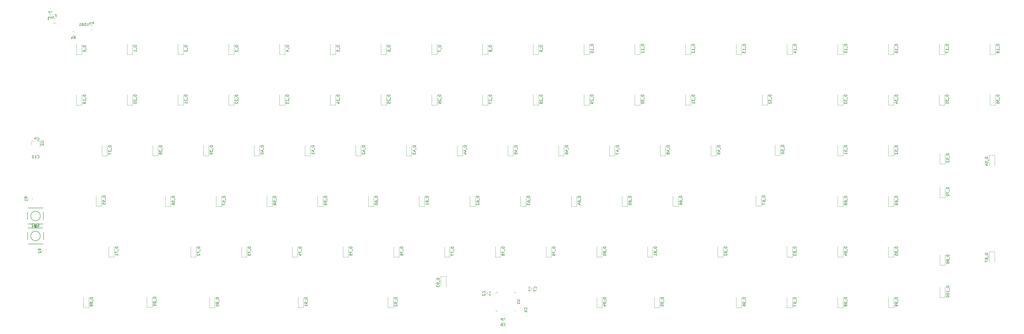
<source format=gbo>
G04 #@! TF.GenerationSoftware,KiCad,Pcbnew,(5.1.4)-1*
G04 #@! TF.CreationDate,2020-07-23T17:22:27-07:00*
G04 #@! TF.ProjectId,v1PCB,76315043-422e-46b6-9963-61645f706362,rev?*
G04 #@! TF.SameCoordinates,Original*
G04 #@! TF.FileFunction,Legend,Bot*
G04 #@! TF.FilePolarity,Positive*
%FSLAX46Y46*%
G04 Gerber Fmt 4.6, Leading zero omitted, Abs format (unit mm)*
G04 Created by KiCad (PCBNEW (5.1.4)-1) date 2020-07-23 17:22:27*
%MOMM*%
%LPD*%
G04 APERTURE LIST*
%ADD10C,0.120000*%
%ADD11C,0.150000*%
%ADD12C,2.250000*%
%ADD13C,3.987800*%
%ADD14C,1.750000*%
%ADD15C,3.048000*%
%ADD16R,0.600000X1.450000*%
%ADD17R,0.300000X1.450000*%
%ADD18C,0.650000*%
%ADD19O,1.000000X2.100000*%
%ADD20O,1.000000X1.600000*%
%ADD21C,0.020000*%
%ADD22C,0.590000*%
%ADD23R,1.200000X0.900000*%
%ADD24C,0.975000*%
%ADD25C,1.800000*%
%ADD26C,1.250000*%
%ADD27C,0.875000*%
%ADD28R,0.800000X0.900000*%
%ADD29C,0.250000*%
%ADD30C,5.600000*%
G04 APERTURE END LIST*
D10*
X133350000Y-119082000D02*
X133350000Y-115182000D01*
X131350000Y-119082000D02*
X131350000Y-115182000D01*
X133350000Y-119082000D02*
X131350000Y-119082000D01*
X137291578Y-109549000D02*
X136774422Y-109549000D01*
X137291578Y-108129000D02*
X136774422Y-108129000D01*
X129916422Y-110415000D02*
X130433578Y-110415000D01*
X129916422Y-111835000D02*
X130433578Y-111835000D01*
D11*
X112951000Y-190325000D02*
X118951000Y-190325000D01*
X118951000Y-190325000D02*
X118951000Y-184325000D01*
X118951000Y-184325000D02*
X112951000Y-184325000D01*
X112951000Y-184325000D02*
X112951000Y-190325000D01*
X117747051Y-187325000D02*
G75*
G03X117747051Y-187325000I-1796051J0D01*
G01*
D10*
X121153422Y-103176000D02*
X121670578Y-103176000D01*
X121153422Y-104596000D02*
X121670578Y-104596000D01*
X123633314Y-107272500D02*
X122429186Y-107272500D01*
X123633314Y-105452500D02*
X122429186Y-105452500D01*
X291270471Y-218755500D02*
X291596029Y-218755500D01*
X291270471Y-219775500D02*
X291596029Y-219775500D01*
X121249221Y-101598000D02*
X121574779Y-101598000D01*
X121249221Y-102618000D02*
X121574779Y-102618000D01*
X301623000Y-207458529D02*
X301623000Y-207132971D01*
X302643000Y-207458529D02*
X302643000Y-207132971D01*
X286260000Y-208847471D02*
X286260000Y-209173029D01*
X285240000Y-208847471D02*
X285240000Y-209173029D01*
X114434500Y-151671750D02*
X114434500Y-153131750D01*
X117594500Y-151671750D02*
X117594500Y-153831750D01*
X117594500Y-151671750D02*
X116664500Y-151671750D01*
X114434500Y-151671750D02*
X115364500Y-151671750D01*
X296027500Y-215225000D02*
X296027500Y-215700000D01*
X288807500Y-208480000D02*
X289282500Y-208480000D01*
X288807500Y-208955000D02*
X288807500Y-208480000D01*
X288807500Y-215700000D02*
X289282500Y-215700000D01*
X288807500Y-215225000D02*
X288807500Y-215700000D01*
X296027500Y-208480000D02*
X295552500Y-208480000D01*
X296027500Y-208955000D02*
X296027500Y-208480000D01*
D11*
X118951000Y-176832000D02*
X112951000Y-176832000D01*
X112951000Y-176832000D02*
X112951000Y-182832000D01*
X112951000Y-182832000D02*
X118951000Y-182832000D01*
X118951000Y-182832000D02*
X118951000Y-176832000D01*
X117747051Y-179832000D02*
G75*
G03X117747051Y-179832000I-1796051J0D01*
G01*
D10*
X118543000Y-192654422D02*
X118543000Y-193171578D01*
X119963000Y-192654422D02*
X119963000Y-193171578D01*
X113336000Y-173096422D02*
X113336000Y-173613578D01*
X114756000Y-173096422D02*
X114756000Y-173613578D01*
X152400000Y-119082000D02*
X152400000Y-115182000D01*
X150400000Y-119082000D02*
X150400000Y-115182000D01*
X152400000Y-119082000D02*
X150400000Y-119082000D01*
X171450000Y-119082000D02*
X171450000Y-115182000D01*
X169450000Y-119082000D02*
X169450000Y-115182000D01*
X171450000Y-119082000D02*
X169450000Y-119082000D01*
X190500000Y-119082000D02*
X190500000Y-115182000D01*
X188500000Y-119082000D02*
X188500000Y-115182000D01*
X190500000Y-119082000D02*
X188500000Y-119082000D01*
X209550000Y-119082000D02*
X209550000Y-115182000D01*
X207550000Y-119082000D02*
X207550000Y-115182000D01*
X209550000Y-119082000D02*
X207550000Y-119082000D01*
X228600000Y-119082000D02*
X228600000Y-115182000D01*
X226600000Y-119082000D02*
X226600000Y-115182000D01*
X228600000Y-119082000D02*
X226600000Y-119082000D01*
X247650000Y-119082000D02*
X247650000Y-115182000D01*
X245650000Y-119082000D02*
X245650000Y-115182000D01*
X247650000Y-119082000D02*
X245650000Y-119082000D01*
X266700000Y-119082000D02*
X266700000Y-115182000D01*
X264700000Y-119082000D02*
X264700000Y-115182000D01*
X266700000Y-119082000D02*
X264700000Y-119082000D01*
X285750000Y-119082000D02*
X285750000Y-115182000D01*
X283750000Y-119082000D02*
X283750000Y-115182000D01*
X285750000Y-119082000D02*
X283750000Y-119082000D01*
X304800000Y-119082000D02*
X304800000Y-115182000D01*
X302800000Y-119082000D02*
X302800000Y-115182000D01*
X304800000Y-119082000D02*
X302800000Y-119082000D01*
X323850000Y-119082000D02*
X323850000Y-115182000D01*
X321850000Y-119082000D02*
X321850000Y-115182000D01*
X323850000Y-119082000D02*
X321850000Y-119082000D01*
X342900000Y-119082000D02*
X342900000Y-115182000D01*
X340900000Y-119082000D02*
X340900000Y-115182000D01*
X342900000Y-119082000D02*
X340900000Y-119082000D01*
X361950000Y-119082000D02*
X361950000Y-115182000D01*
X359950000Y-119082000D02*
X359950000Y-115182000D01*
X361950000Y-119082000D02*
X359950000Y-119082000D01*
X381000000Y-119082000D02*
X381000000Y-115182000D01*
X379000000Y-119082000D02*
X379000000Y-115182000D01*
X381000000Y-119082000D02*
X379000000Y-119082000D01*
X400050000Y-119082000D02*
X400050000Y-115182000D01*
X398050000Y-119082000D02*
X398050000Y-115182000D01*
X400050000Y-119082000D02*
X398050000Y-119082000D01*
X419100000Y-119082000D02*
X419100000Y-115182000D01*
X417100000Y-119082000D02*
X417100000Y-115182000D01*
X419100000Y-119082000D02*
X417100000Y-119082000D01*
X438150000Y-119082000D02*
X438150000Y-115182000D01*
X436150000Y-119082000D02*
X436150000Y-115182000D01*
X438150000Y-119082000D02*
X436150000Y-119082000D01*
X457200000Y-119082000D02*
X457200000Y-115182000D01*
X455200000Y-119082000D02*
X455200000Y-115182000D01*
X457200000Y-119082000D02*
X455200000Y-119082000D01*
X476250000Y-119082000D02*
X476250000Y-115182000D01*
X474250000Y-119082000D02*
X474250000Y-115182000D01*
X476250000Y-119082000D02*
X474250000Y-119082000D01*
X133350000Y-138132000D02*
X133350000Y-134232000D01*
X131350000Y-138132000D02*
X131350000Y-134232000D01*
X133350000Y-138132000D02*
X131350000Y-138132000D01*
X152400000Y-138132000D02*
X152400000Y-134232000D01*
X150400000Y-138132000D02*
X150400000Y-134232000D01*
X152400000Y-138132000D02*
X150400000Y-138132000D01*
X171450000Y-138132000D02*
X171450000Y-134232000D01*
X169450000Y-138132000D02*
X169450000Y-134232000D01*
X171450000Y-138132000D02*
X169450000Y-138132000D01*
X190500000Y-138132000D02*
X190500000Y-134232000D01*
X188500000Y-138132000D02*
X188500000Y-134232000D01*
X190500000Y-138132000D02*
X188500000Y-138132000D01*
X209550000Y-138132000D02*
X209550000Y-134232000D01*
X207550000Y-138132000D02*
X207550000Y-134232000D01*
X209550000Y-138132000D02*
X207550000Y-138132000D01*
X228600000Y-138132000D02*
X228600000Y-134232000D01*
X226600000Y-138132000D02*
X226600000Y-134232000D01*
X228600000Y-138132000D02*
X226600000Y-138132000D01*
X247650000Y-138132000D02*
X247650000Y-134232000D01*
X245650000Y-138132000D02*
X245650000Y-134232000D01*
X247650000Y-138132000D02*
X245650000Y-138132000D01*
X266700000Y-138132000D02*
X266700000Y-134232000D01*
X264700000Y-138132000D02*
X264700000Y-134232000D01*
X266700000Y-138132000D02*
X264700000Y-138132000D01*
X285750000Y-138132000D02*
X285750000Y-134232000D01*
X283750000Y-138132000D02*
X283750000Y-134232000D01*
X285750000Y-138132000D02*
X283750000Y-138132000D01*
X304800000Y-138132000D02*
X304800000Y-134232000D01*
X302800000Y-138132000D02*
X302800000Y-134232000D01*
X304800000Y-138132000D02*
X302800000Y-138132000D01*
X323850000Y-138132000D02*
X323850000Y-134232000D01*
X321850000Y-138132000D02*
X321850000Y-134232000D01*
X323850000Y-138132000D02*
X321850000Y-138132000D01*
X342900000Y-138132000D02*
X342900000Y-134232000D01*
X340900000Y-138132000D02*
X340900000Y-134232000D01*
X342900000Y-138132000D02*
X340900000Y-138132000D01*
X361950000Y-138132000D02*
X361950000Y-134232000D01*
X359950000Y-138132000D02*
X359950000Y-134232000D01*
X361950000Y-138132000D02*
X359950000Y-138132000D01*
X390731250Y-138132000D02*
X390731250Y-134232000D01*
X388731250Y-138132000D02*
X388731250Y-134232000D01*
X390731250Y-138132000D02*
X388731250Y-138132000D01*
X419100000Y-138132000D02*
X419100000Y-134232000D01*
X417100000Y-138132000D02*
X417100000Y-134232000D01*
X419100000Y-138132000D02*
X417100000Y-138132000D01*
X438150000Y-138132000D02*
X438150000Y-134232000D01*
X436150000Y-138132000D02*
X436150000Y-134232000D01*
X438150000Y-138132000D02*
X436150000Y-138132000D01*
X457200000Y-138132000D02*
X457200000Y-134232000D01*
X455200000Y-138132000D02*
X455200000Y-134232000D01*
X457200000Y-138132000D02*
X455200000Y-138132000D01*
X476250000Y-138132000D02*
X476250000Y-134232000D01*
X474250000Y-138132000D02*
X474250000Y-134232000D01*
X476250000Y-138132000D02*
X474250000Y-138132000D01*
X142875000Y-157182000D02*
X142875000Y-153282000D01*
X140875000Y-157182000D02*
X140875000Y-153282000D01*
X142875000Y-157182000D02*
X140875000Y-157182000D01*
X161925000Y-157182000D02*
X161925000Y-153282000D01*
X159925000Y-157182000D02*
X159925000Y-153282000D01*
X161925000Y-157182000D02*
X159925000Y-157182000D01*
X180975000Y-157182000D02*
X180975000Y-153282000D01*
X178975000Y-157182000D02*
X178975000Y-153282000D01*
X180975000Y-157182000D02*
X178975000Y-157182000D01*
X200025000Y-157182000D02*
X200025000Y-153282000D01*
X198025000Y-157182000D02*
X198025000Y-153282000D01*
X200025000Y-157182000D02*
X198025000Y-157182000D01*
X219075000Y-157182000D02*
X219075000Y-153282000D01*
X217075000Y-157182000D02*
X217075000Y-153282000D01*
X219075000Y-157182000D02*
X217075000Y-157182000D01*
X238125000Y-157182000D02*
X238125000Y-153282000D01*
X236125000Y-157182000D02*
X236125000Y-153282000D01*
X238125000Y-157182000D02*
X236125000Y-157182000D01*
X257175000Y-157182000D02*
X257175000Y-153282000D01*
X255175000Y-157182000D02*
X255175000Y-153282000D01*
X257175000Y-157182000D02*
X255175000Y-157182000D01*
X276225000Y-157182000D02*
X276225000Y-153282000D01*
X274225000Y-157182000D02*
X274225000Y-153282000D01*
X276225000Y-157182000D02*
X274225000Y-157182000D01*
X295275000Y-157182000D02*
X295275000Y-153282000D01*
X293275000Y-157182000D02*
X293275000Y-153282000D01*
X295275000Y-157182000D02*
X293275000Y-157182000D01*
X314325000Y-157182000D02*
X314325000Y-153282000D01*
X312325000Y-157182000D02*
X312325000Y-153282000D01*
X314325000Y-157182000D02*
X312325000Y-157182000D01*
X333375000Y-157182000D02*
X333375000Y-153282000D01*
X331375000Y-157182000D02*
X331375000Y-153282000D01*
X333375000Y-157182000D02*
X331375000Y-157182000D01*
X352425000Y-157182000D02*
X352425000Y-153282000D01*
X350425000Y-157182000D02*
X350425000Y-153282000D01*
X352425000Y-157182000D02*
X350425000Y-157182000D01*
X371475000Y-157182000D02*
X371475000Y-153282000D01*
X369475000Y-157182000D02*
X369475000Y-153282000D01*
X371475000Y-157182000D02*
X369475000Y-157182000D01*
X395493750Y-157031250D02*
X395493750Y-153131250D01*
X393493750Y-157031250D02*
X393493750Y-153131250D01*
X395493750Y-157031250D02*
X393493750Y-157031250D01*
X419100000Y-157182000D02*
X419100000Y-153282000D01*
X417100000Y-157182000D02*
X417100000Y-153282000D01*
X419100000Y-157182000D02*
X417100000Y-157182000D01*
X438150000Y-157182000D02*
X438150000Y-153282000D01*
X436150000Y-157182000D02*
X436150000Y-153282000D01*
X438150000Y-157182000D02*
X436150000Y-157182000D01*
X457406250Y-160206250D02*
X457406250Y-156306250D01*
X455406250Y-160206250D02*
X455406250Y-156306250D01*
X457406250Y-160206250D02*
X455406250Y-160206250D01*
X140700000Y-176081250D02*
X140700000Y-172181250D01*
X138700000Y-176081250D02*
X138700000Y-172181250D01*
X140700000Y-176081250D02*
X138700000Y-176081250D01*
X166687500Y-176232000D02*
X166687500Y-172332000D01*
X164687500Y-176232000D02*
X164687500Y-172332000D01*
X166687500Y-176232000D02*
X164687500Y-176232000D01*
X185737500Y-176232000D02*
X185737500Y-172332000D01*
X183737500Y-176232000D02*
X183737500Y-172332000D01*
X185737500Y-176232000D02*
X183737500Y-176232000D01*
X204787500Y-176232000D02*
X204787500Y-172332000D01*
X202787500Y-176232000D02*
X202787500Y-172332000D01*
X204787500Y-176232000D02*
X202787500Y-176232000D01*
X223837500Y-176232000D02*
X223837500Y-172332000D01*
X221837500Y-176232000D02*
X221837500Y-172332000D01*
X223837500Y-176232000D02*
X221837500Y-176232000D01*
X242887500Y-176232000D02*
X242887500Y-172332000D01*
X240887500Y-176232000D02*
X240887500Y-172332000D01*
X242887500Y-176232000D02*
X240887500Y-176232000D01*
X261937500Y-176232000D02*
X261937500Y-172332000D01*
X259937500Y-176232000D02*
X259937500Y-172332000D01*
X261937500Y-176232000D02*
X259937500Y-176232000D01*
X280987500Y-176232000D02*
X280987500Y-172332000D01*
X278987500Y-176232000D02*
X278987500Y-172332000D01*
X280987500Y-176232000D02*
X278987500Y-176232000D01*
X300037500Y-176232000D02*
X300037500Y-172332000D01*
X298037500Y-176232000D02*
X298037500Y-172332000D01*
X300037500Y-176232000D02*
X298037500Y-176232000D01*
X319087500Y-176232000D02*
X319087500Y-172332000D01*
X317087500Y-176232000D02*
X317087500Y-172332000D01*
X319087500Y-176232000D02*
X317087500Y-176232000D01*
X338137500Y-176232000D02*
X338137500Y-172332000D01*
X336137500Y-176232000D02*
X336137500Y-172332000D01*
X338137500Y-176232000D02*
X336137500Y-176232000D01*
X357187500Y-176232000D02*
X357187500Y-172332000D01*
X355187500Y-176232000D02*
X355187500Y-172332000D01*
X357187500Y-176232000D02*
X355187500Y-176232000D01*
X388350000Y-176081250D02*
X388350000Y-172181250D01*
X386350000Y-176081250D02*
X386350000Y-172181250D01*
X388350000Y-176081250D02*
X386350000Y-176081250D01*
X419100000Y-176232000D02*
X419100000Y-172332000D01*
X417100000Y-176232000D02*
X417100000Y-172332000D01*
X419100000Y-176232000D02*
X417100000Y-176232000D01*
X438150000Y-176232000D02*
X438150000Y-172332000D01*
X436150000Y-176232000D02*
X436150000Y-172332000D01*
X438150000Y-176232000D02*
X436150000Y-176232000D01*
X457406250Y-172906250D02*
X457406250Y-169006250D01*
X455406250Y-172906250D02*
X455406250Y-169006250D01*
X457406250Y-172906250D02*
X455406250Y-172906250D01*
X473980000Y-157008000D02*
X473980000Y-160908000D01*
X475980000Y-157008000D02*
X475980000Y-160908000D01*
X473980000Y-157008000D02*
X475980000Y-157008000D01*
X145462500Y-195282000D02*
X145462500Y-191382000D01*
X143462500Y-195282000D02*
X143462500Y-191382000D01*
X145462500Y-195282000D02*
X143462500Y-195282000D01*
X176212500Y-195282000D02*
X176212500Y-191382000D01*
X174212500Y-195282000D02*
X174212500Y-191382000D01*
X176212500Y-195282000D02*
X174212500Y-195282000D01*
X195262500Y-195282000D02*
X195262500Y-191382000D01*
X193262500Y-195282000D02*
X193262500Y-191382000D01*
X195262500Y-195282000D02*
X193262500Y-195282000D01*
X214312500Y-195282000D02*
X214312500Y-191382000D01*
X212312500Y-195282000D02*
X212312500Y-191382000D01*
X214312500Y-195282000D02*
X212312500Y-195282000D01*
X233362500Y-195282000D02*
X233362500Y-191382000D01*
X231362500Y-195282000D02*
X231362500Y-191382000D01*
X233362500Y-195282000D02*
X231362500Y-195282000D01*
X252412500Y-195282000D02*
X252412500Y-191382000D01*
X250412500Y-195282000D02*
X250412500Y-191382000D01*
X252412500Y-195282000D02*
X250412500Y-195282000D01*
X271462500Y-195282000D02*
X271462500Y-191382000D01*
X269462500Y-195282000D02*
X269462500Y-191382000D01*
X271462500Y-195282000D02*
X269462500Y-195282000D01*
X290512500Y-195282000D02*
X290512500Y-191382000D01*
X288512500Y-195282000D02*
X288512500Y-191382000D01*
X290512500Y-195282000D02*
X288512500Y-195282000D01*
X309562500Y-195282000D02*
X309562500Y-191382000D01*
X307562500Y-195282000D02*
X307562500Y-191382000D01*
X309562500Y-195282000D02*
X307562500Y-195282000D01*
X328612500Y-195282000D02*
X328612500Y-191382000D01*
X326612500Y-195282000D02*
X326612500Y-191382000D01*
X328612500Y-195282000D02*
X326612500Y-195282000D01*
X347662500Y-195282000D02*
X347662500Y-191382000D01*
X345662500Y-195282000D02*
X345662500Y-191382000D01*
X347662500Y-195282000D02*
X345662500Y-195282000D01*
X374062500Y-195282000D02*
X374062500Y-191382000D01*
X372062500Y-195282000D02*
X372062500Y-191382000D01*
X374062500Y-195282000D02*
X372062500Y-195282000D01*
X400050000Y-195282000D02*
X400050000Y-191382000D01*
X398050000Y-195282000D02*
X398050000Y-191382000D01*
X400050000Y-195282000D02*
X398050000Y-195282000D01*
X419100000Y-195282000D02*
X419100000Y-191382000D01*
X417100000Y-195282000D02*
X417100000Y-191382000D01*
X419100000Y-195282000D02*
X417100000Y-195282000D01*
X438150000Y-195282000D02*
X438150000Y-191382000D01*
X436150000Y-195282000D02*
X436150000Y-191382000D01*
X438150000Y-195282000D02*
X436150000Y-195282000D01*
X457406250Y-198306250D02*
X457406250Y-194406250D01*
X455406250Y-198306250D02*
X455406250Y-194406250D01*
X457406250Y-198306250D02*
X455406250Y-198306250D01*
X135937500Y-214332000D02*
X135937500Y-210432000D01*
X133937500Y-214332000D02*
X133937500Y-210432000D01*
X135937500Y-214332000D02*
X133937500Y-214332000D01*
X159750000Y-214181250D02*
X159750000Y-210281250D01*
X157750000Y-214181250D02*
X157750000Y-210281250D01*
X159750000Y-214181250D02*
X157750000Y-214181250D01*
X183245000Y-214340000D02*
X183245000Y-210440000D01*
X181245000Y-214340000D02*
X181245000Y-210440000D01*
X183245000Y-214340000D02*
X181245000Y-214340000D01*
X216519000Y-214340000D02*
X216519000Y-210440000D01*
X214519000Y-214340000D02*
X214519000Y-210440000D01*
X216519000Y-214340000D02*
X214519000Y-214340000D01*
X250237500Y-214332000D02*
X250237500Y-210432000D01*
X248237500Y-214332000D02*
X248237500Y-210432000D01*
X250237500Y-214332000D02*
X248237500Y-214332000D01*
X268081250Y-202537500D02*
X268081250Y-206437500D01*
X270081250Y-202537500D02*
X270081250Y-206437500D01*
X268081250Y-202537500D02*
X270081250Y-202537500D01*
X328612500Y-214332000D02*
X328612500Y-210432000D01*
X326612500Y-214332000D02*
X326612500Y-210432000D01*
X328612500Y-214332000D02*
X326612500Y-214332000D01*
X350250000Y-214332000D02*
X350250000Y-210432000D01*
X348250000Y-214332000D02*
X348250000Y-210432000D01*
X350250000Y-214332000D02*
X348250000Y-214332000D01*
X381000000Y-214332000D02*
X381000000Y-210432000D01*
X379000000Y-214332000D02*
X379000000Y-210432000D01*
X381000000Y-214332000D02*
X379000000Y-214332000D01*
X400050000Y-214332000D02*
X400050000Y-210432000D01*
X398050000Y-214332000D02*
X398050000Y-210432000D01*
X400050000Y-214332000D02*
X398050000Y-214332000D01*
X419100000Y-214332000D02*
X419100000Y-210432000D01*
X417100000Y-214332000D02*
X417100000Y-210432000D01*
X419100000Y-214332000D02*
X417100000Y-214332000D01*
X438150000Y-214332000D02*
X438150000Y-210432000D01*
X436150000Y-214332000D02*
X436150000Y-210432000D01*
X438150000Y-214332000D02*
X436150000Y-214332000D01*
X457406250Y-210530000D02*
X457406250Y-206630000D01*
X455406250Y-210530000D02*
X455406250Y-206630000D01*
X457406250Y-210530000D02*
X455406250Y-210530000D01*
X473980000Y-193203000D02*
X473980000Y-197103000D01*
X475980000Y-193203000D02*
X475980000Y-197103000D01*
X473980000Y-193203000D02*
X475980000Y-193203000D01*
D11*
X135881845Y-107254380D02*
X135881845Y-108063904D01*
X135834226Y-108159142D01*
X135786607Y-108206761D01*
X135691369Y-108254380D01*
X135500892Y-108254380D01*
X135405654Y-108206761D01*
X135358035Y-108159142D01*
X135310416Y-108063904D01*
X135310416Y-107254380D01*
X134881845Y-108206761D02*
X134738988Y-108254380D01*
X134500892Y-108254380D01*
X134405654Y-108206761D01*
X134358035Y-108159142D01*
X134310416Y-108063904D01*
X134310416Y-107968666D01*
X134358035Y-107873428D01*
X134405654Y-107825809D01*
X134500892Y-107778190D01*
X134691369Y-107730571D01*
X134786607Y-107682952D01*
X134834226Y-107635333D01*
X134881845Y-107540095D01*
X134881845Y-107444857D01*
X134834226Y-107349619D01*
X134786607Y-107302000D01*
X134691369Y-107254380D01*
X134453273Y-107254380D01*
X134310416Y-107302000D01*
X133548511Y-107730571D02*
X133405654Y-107778190D01*
X133358035Y-107825809D01*
X133310416Y-107921047D01*
X133310416Y-108063904D01*
X133358035Y-108159142D01*
X133405654Y-108206761D01*
X133500892Y-108254380D01*
X133881845Y-108254380D01*
X133881845Y-107254380D01*
X133548511Y-107254380D01*
X133453273Y-107302000D01*
X133405654Y-107349619D01*
X133358035Y-107444857D01*
X133358035Y-107540095D01*
X133405654Y-107635333D01*
X133453273Y-107682952D01*
X133548511Y-107730571D01*
X133881845Y-107730571D01*
X132358035Y-108254380D02*
X132929464Y-108254380D01*
X132643750Y-108254380D02*
X132643750Y-107254380D01*
X132738988Y-107397238D01*
X132834226Y-107492476D01*
X132929464Y-107540095D01*
X116657357Y-157927642D02*
X116704976Y-157975261D01*
X116847833Y-158022880D01*
X116943071Y-158022880D01*
X117085928Y-157975261D01*
X117181166Y-157880023D01*
X117228785Y-157784785D01*
X117276404Y-157594309D01*
X117276404Y-157451452D01*
X117228785Y-157260976D01*
X117181166Y-157165738D01*
X117085928Y-157070500D01*
X116943071Y-157022880D01*
X116847833Y-157022880D01*
X116704976Y-157070500D01*
X116657357Y-157118119D01*
X115704976Y-158022880D02*
X116276404Y-158022880D01*
X115990690Y-158022880D02*
X115990690Y-157022880D01*
X116085928Y-157165738D01*
X116181166Y-157260976D01*
X116276404Y-157308595D01*
X115085928Y-157022880D02*
X114990690Y-157022880D01*
X114895452Y-157070500D01*
X114847833Y-157118119D01*
X114800214Y-157213357D01*
X114752595Y-157403833D01*
X114752595Y-157641928D01*
X114800214Y-157832404D01*
X114847833Y-157927642D01*
X114895452Y-157975261D01*
X114990690Y-158022880D01*
X115085928Y-158022880D01*
X115181166Y-157975261D01*
X115228785Y-157927642D01*
X115276404Y-157832404D01*
X115324023Y-157641928D01*
X115324023Y-157403833D01*
X115276404Y-157213357D01*
X115228785Y-157118119D01*
X115181166Y-157070500D01*
X115085928Y-157022880D01*
X134802380Y-115712952D02*
X133802380Y-115712952D01*
X133802380Y-115951047D01*
X133850000Y-116093904D01*
X133945238Y-116189142D01*
X134040476Y-116236761D01*
X134230952Y-116284380D01*
X134373809Y-116284380D01*
X134564285Y-116236761D01*
X134659523Y-116189142D01*
X134754761Y-116093904D01*
X134802380Y-115951047D01*
X134802380Y-115712952D01*
X134897619Y-116474857D02*
X134897619Y-117236761D01*
X133802380Y-117665333D02*
X133802380Y-117760571D01*
X133850000Y-117855809D01*
X133897619Y-117903428D01*
X133992857Y-117951047D01*
X134183333Y-117998666D01*
X134421428Y-117998666D01*
X134611904Y-117951047D01*
X134707142Y-117903428D01*
X134754761Y-117855809D01*
X134802380Y-117760571D01*
X134802380Y-117665333D01*
X134754761Y-117570095D01*
X134707142Y-117522476D01*
X134611904Y-117474857D01*
X134421428Y-117427238D01*
X134183333Y-117427238D01*
X133992857Y-117474857D01*
X133897619Y-117522476D01*
X133850000Y-117570095D01*
X133802380Y-117665333D01*
X137199666Y-107641380D02*
X137533000Y-107165190D01*
X137771095Y-107641380D02*
X137771095Y-106641380D01*
X137390142Y-106641380D01*
X137294904Y-106689000D01*
X137247285Y-106736619D01*
X137199666Y-106831857D01*
X137199666Y-106974714D01*
X137247285Y-107069952D01*
X137294904Y-107117571D01*
X137390142Y-107165190D01*
X137771095Y-107165190D01*
X136294904Y-106641380D02*
X136771095Y-106641380D01*
X136818714Y-107117571D01*
X136771095Y-107069952D01*
X136675857Y-107022333D01*
X136437761Y-107022333D01*
X136342523Y-107069952D01*
X136294904Y-107117571D01*
X136247285Y-107212809D01*
X136247285Y-107450904D01*
X136294904Y-107546142D01*
X136342523Y-107593761D01*
X136437761Y-107641380D01*
X136675857Y-107641380D01*
X136771095Y-107593761D01*
X136818714Y-107546142D01*
X130341666Y-113227380D02*
X130675000Y-112751190D01*
X130913095Y-113227380D02*
X130913095Y-112227380D01*
X130532142Y-112227380D01*
X130436904Y-112275000D01*
X130389285Y-112322619D01*
X130341666Y-112417857D01*
X130341666Y-112560714D01*
X130389285Y-112655952D01*
X130436904Y-112703571D01*
X130532142Y-112751190D01*
X130913095Y-112751190D01*
X129484523Y-112560714D02*
X129484523Y-113227380D01*
X129722619Y-112179761D02*
X129960714Y-112894047D01*
X129341666Y-112894047D01*
X117284333Y-183665761D02*
X117141476Y-183713380D01*
X116903380Y-183713380D01*
X116808142Y-183665761D01*
X116760523Y-183618142D01*
X116712904Y-183522904D01*
X116712904Y-183427666D01*
X116760523Y-183332428D01*
X116808142Y-183284809D01*
X116903380Y-183237190D01*
X117093857Y-183189571D01*
X117189095Y-183141952D01*
X117236714Y-183094333D01*
X117284333Y-182999095D01*
X117284333Y-182903857D01*
X117236714Y-182808619D01*
X117189095Y-182761000D01*
X117093857Y-182713380D01*
X116855761Y-182713380D01*
X116712904Y-182761000D01*
X116379571Y-182713380D02*
X116141476Y-183713380D01*
X115951000Y-182999095D01*
X115760523Y-183713380D01*
X115522428Y-182713380D01*
X115189095Y-182808619D02*
X115141476Y-182761000D01*
X115046238Y-182713380D01*
X114808142Y-182713380D01*
X114712904Y-182761000D01*
X114665285Y-182808619D01*
X114617666Y-182903857D01*
X114617666Y-182999095D01*
X114665285Y-183141952D01*
X115236714Y-183713380D01*
X114617666Y-183713380D01*
X121578666Y-105988380D02*
X121912000Y-105512190D01*
X122150095Y-105988380D02*
X122150095Y-104988380D01*
X121769142Y-104988380D01*
X121673904Y-105036000D01*
X121626285Y-105083619D01*
X121578666Y-105178857D01*
X121578666Y-105321714D01*
X121626285Y-105416952D01*
X121673904Y-105464571D01*
X121769142Y-105512190D01*
X122150095Y-105512190D01*
X121245333Y-104988380D02*
X120626285Y-104988380D01*
X120959619Y-105369333D01*
X120816761Y-105369333D01*
X120721523Y-105416952D01*
X120673904Y-105464571D01*
X120626285Y-105559809D01*
X120626285Y-105797904D01*
X120673904Y-105893142D01*
X120721523Y-105940761D01*
X120816761Y-105988380D01*
X121102476Y-105988380D01*
X121197714Y-105940761D01*
X121245333Y-105893142D01*
X123364583Y-104471071D02*
X123697916Y-104471071D01*
X123697916Y-104994880D02*
X123697916Y-103994880D01*
X123221726Y-103994880D01*
X122316964Y-104994880D02*
X122888392Y-104994880D01*
X122602678Y-104994880D02*
X122602678Y-103994880D01*
X122697916Y-104137738D01*
X122793154Y-104232976D01*
X122888392Y-104280595D01*
X291599916Y-221052642D02*
X291647535Y-221100261D01*
X291790392Y-221147880D01*
X291885630Y-221147880D01*
X292028488Y-221100261D01*
X292123726Y-221005023D01*
X292171345Y-220909785D01*
X292218964Y-220719309D01*
X292218964Y-220576452D01*
X292171345Y-220385976D01*
X292123726Y-220290738D01*
X292028488Y-220195500D01*
X291885630Y-220147880D01*
X291790392Y-220147880D01*
X291647535Y-220195500D01*
X291599916Y-220243119D01*
X290742773Y-220147880D02*
X290933250Y-220147880D01*
X291028488Y-220195500D01*
X291076107Y-220243119D01*
X291171345Y-220385976D01*
X291218964Y-220576452D01*
X291218964Y-220957404D01*
X291171345Y-221052642D01*
X291123726Y-221100261D01*
X291028488Y-221147880D01*
X290838011Y-221147880D01*
X290742773Y-221100261D01*
X290695154Y-221052642D01*
X290647535Y-220957404D01*
X290647535Y-220719309D01*
X290695154Y-220624071D01*
X290742773Y-220576452D01*
X290838011Y-220528833D01*
X291028488Y-220528833D01*
X291123726Y-220576452D01*
X291171345Y-220624071D01*
X291218964Y-220719309D01*
X121578666Y-103895142D02*
X121626285Y-103942761D01*
X121769142Y-103990380D01*
X121864380Y-103990380D01*
X122007238Y-103942761D01*
X122102476Y-103847523D01*
X122150095Y-103752285D01*
X122197714Y-103561809D01*
X122197714Y-103418952D01*
X122150095Y-103228476D01*
X122102476Y-103133238D01*
X122007238Y-103038000D01*
X121864380Y-102990380D01*
X121769142Y-102990380D01*
X121626285Y-103038000D01*
X121578666Y-103085619D01*
X120673904Y-102990380D02*
X121150095Y-102990380D01*
X121197714Y-103466571D01*
X121150095Y-103418952D01*
X121054857Y-103371333D01*
X120816761Y-103371333D01*
X120721523Y-103418952D01*
X120673904Y-103466571D01*
X120626285Y-103561809D01*
X120626285Y-103799904D01*
X120673904Y-103895142D01*
X120721523Y-103942761D01*
X120816761Y-103990380D01*
X121054857Y-103990380D01*
X121150095Y-103942761D01*
X121197714Y-103895142D01*
X116625666Y-151260142D02*
X116673285Y-151307761D01*
X116816142Y-151355380D01*
X116911380Y-151355380D01*
X117054238Y-151307761D01*
X117149476Y-151212523D01*
X117197095Y-151117285D01*
X117244714Y-150926809D01*
X117244714Y-150783952D01*
X117197095Y-150593476D01*
X117149476Y-150498238D01*
X117054238Y-150403000D01*
X116911380Y-150355380D01*
X116816142Y-150355380D01*
X116673285Y-150403000D01*
X116625666Y-150450619D01*
X116149476Y-151355380D02*
X115959000Y-151355380D01*
X115863761Y-151307761D01*
X115816142Y-151260142D01*
X115720904Y-151117285D01*
X115673285Y-150926809D01*
X115673285Y-150545857D01*
X115720904Y-150450619D01*
X115768523Y-150403000D01*
X115863761Y-150355380D01*
X116054238Y-150355380D01*
X116149476Y-150403000D01*
X116197095Y-150450619D01*
X116244714Y-150545857D01*
X116244714Y-150783952D01*
X116197095Y-150879190D01*
X116149476Y-150926809D01*
X116054238Y-150974428D01*
X115863761Y-150974428D01*
X115768523Y-150926809D01*
X115720904Y-150879190D01*
X115673285Y-150783952D01*
X291599916Y-219205142D02*
X291647535Y-219252761D01*
X291790392Y-219300380D01*
X291885630Y-219300380D01*
X292028488Y-219252761D01*
X292123726Y-219157523D01*
X292171345Y-219062285D01*
X292218964Y-218871809D01*
X292218964Y-218728952D01*
X292171345Y-218538476D01*
X292123726Y-218443238D01*
X292028488Y-218348000D01*
X291885630Y-218300380D01*
X291790392Y-218300380D01*
X291647535Y-218348000D01*
X291599916Y-218395619D01*
X291028488Y-218728952D02*
X291123726Y-218681333D01*
X291171345Y-218633714D01*
X291218964Y-218538476D01*
X291218964Y-218490857D01*
X291171345Y-218395619D01*
X291123726Y-218348000D01*
X291028488Y-218300380D01*
X290838011Y-218300380D01*
X290742773Y-218348000D01*
X290695154Y-218395619D01*
X290647535Y-218490857D01*
X290647535Y-218538476D01*
X290695154Y-218633714D01*
X290742773Y-218681333D01*
X290838011Y-218728952D01*
X291028488Y-218728952D01*
X291123726Y-218776571D01*
X291171345Y-218824190D01*
X291218964Y-218919428D01*
X291218964Y-219109904D01*
X291171345Y-219205142D01*
X291123726Y-219252761D01*
X291028488Y-219300380D01*
X290838011Y-219300380D01*
X290742773Y-219252761D01*
X290695154Y-219205142D01*
X290647535Y-219109904D01*
X290647535Y-218919428D01*
X290695154Y-218824190D01*
X290742773Y-218776571D01*
X290838011Y-218728952D01*
X303920142Y-207129083D02*
X303967761Y-207081464D01*
X304015380Y-206938607D01*
X304015380Y-206843369D01*
X303967761Y-206700511D01*
X303872523Y-206605273D01*
X303777285Y-206557654D01*
X303586809Y-206510035D01*
X303443952Y-206510035D01*
X303253476Y-206557654D01*
X303158238Y-206605273D01*
X303063000Y-206700511D01*
X303015380Y-206843369D01*
X303015380Y-206938607D01*
X303063000Y-207081464D01*
X303110619Y-207129083D01*
X303015380Y-207462416D02*
X303015380Y-208129083D01*
X304015380Y-207700511D01*
X300358142Y-214971333D02*
X300405761Y-214923714D01*
X300453380Y-214780857D01*
X300453380Y-214685619D01*
X300405761Y-214542761D01*
X300310523Y-214447523D01*
X300215285Y-214399904D01*
X300024809Y-214352285D01*
X299881952Y-214352285D01*
X299691476Y-214399904D01*
X299596238Y-214447523D01*
X299501000Y-214542761D01*
X299453380Y-214685619D01*
X299453380Y-214780857D01*
X299501000Y-214923714D01*
X299548619Y-214971333D01*
X299786714Y-215828476D02*
X300453380Y-215828476D01*
X299405761Y-215590380D02*
X300120047Y-215352285D01*
X300120047Y-215971333D01*
X302072642Y-207129083D02*
X302120261Y-207081464D01*
X302167880Y-206938607D01*
X302167880Y-206843369D01*
X302120261Y-206700511D01*
X302025023Y-206605273D01*
X301929785Y-206557654D01*
X301739309Y-206510035D01*
X301596452Y-206510035D01*
X301405976Y-206557654D01*
X301310738Y-206605273D01*
X301215500Y-206700511D01*
X301167880Y-206843369D01*
X301167880Y-206938607D01*
X301215500Y-207081464D01*
X301263119Y-207129083D01*
X301167880Y-207462416D02*
X301167880Y-208081464D01*
X301548833Y-207748130D01*
X301548833Y-207890988D01*
X301596452Y-207986226D01*
X301644071Y-208033845D01*
X301739309Y-208081464D01*
X301977404Y-208081464D01*
X302072642Y-208033845D01*
X302120261Y-207986226D01*
X302167880Y-207890988D01*
X302167880Y-207605273D01*
X302120261Y-207510035D01*
X302072642Y-207462416D01*
X284677142Y-208843583D02*
X284724761Y-208795964D01*
X284772380Y-208653107D01*
X284772380Y-208557869D01*
X284724761Y-208415011D01*
X284629523Y-208319773D01*
X284534285Y-208272154D01*
X284343809Y-208224535D01*
X284200952Y-208224535D01*
X284010476Y-208272154D01*
X283915238Y-208319773D01*
X283820000Y-208415011D01*
X283772380Y-208557869D01*
X283772380Y-208653107D01*
X283820000Y-208795964D01*
X283867619Y-208843583D01*
X283867619Y-209224535D02*
X283820000Y-209272154D01*
X283772380Y-209367392D01*
X283772380Y-209605488D01*
X283820000Y-209700726D01*
X283867619Y-209748345D01*
X283962857Y-209795964D01*
X284058095Y-209795964D01*
X284200952Y-209748345D01*
X284772380Y-209176916D01*
X284772380Y-209795964D01*
X286524642Y-208843583D02*
X286572261Y-208795964D01*
X286619880Y-208653107D01*
X286619880Y-208557869D01*
X286572261Y-208415011D01*
X286477023Y-208319773D01*
X286381785Y-208272154D01*
X286191309Y-208224535D01*
X286048452Y-208224535D01*
X285857976Y-208272154D01*
X285762738Y-208319773D01*
X285667500Y-208415011D01*
X285619880Y-208557869D01*
X285619880Y-208653107D01*
X285667500Y-208795964D01*
X285715119Y-208843583D01*
X286619880Y-209795964D02*
X286619880Y-209224535D01*
X286619880Y-209510250D02*
X285619880Y-209510250D01*
X285762738Y-209415011D01*
X285857976Y-209319773D01*
X285905595Y-209224535D01*
X117966880Y-151669845D02*
X118776404Y-151669845D01*
X118871642Y-151717464D01*
X118919261Y-151765083D01*
X118966880Y-151860321D01*
X118966880Y-152050797D01*
X118919261Y-152146035D01*
X118871642Y-152193654D01*
X118776404Y-152241273D01*
X117966880Y-152241273D01*
X118062119Y-152669845D02*
X118014500Y-152717464D01*
X117966880Y-152812702D01*
X117966880Y-153050797D01*
X118014500Y-153146035D01*
X118062119Y-153193654D01*
X118157357Y-153241273D01*
X118252595Y-153241273D01*
X118395452Y-153193654D01*
X118966880Y-152622226D01*
X118966880Y-153241273D01*
X296689880Y-211328095D02*
X297499404Y-211328095D01*
X297594642Y-211375714D01*
X297642261Y-211423333D01*
X297689880Y-211518571D01*
X297689880Y-211709047D01*
X297642261Y-211804285D01*
X297594642Y-211851904D01*
X297499404Y-211899523D01*
X296689880Y-211899523D01*
X297689880Y-212899523D02*
X297689880Y-212328095D01*
X297689880Y-212613809D02*
X296689880Y-212613809D01*
X296832738Y-212518571D01*
X296927976Y-212423333D01*
X296975595Y-212328095D01*
X117284333Y-184300761D02*
X117141476Y-184348380D01*
X116903380Y-184348380D01*
X116808142Y-184300761D01*
X116760523Y-184253142D01*
X116712904Y-184157904D01*
X116712904Y-184062666D01*
X116760523Y-183967428D01*
X116808142Y-183919809D01*
X116903380Y-183872190D01*
X117093857Y-183824571D01*
X117189095Y-183776952D01*
X117236714Y-183729333D01*
X117284333Y-183634095D01*
X117284333Y-183538857D01*
X117236714Y-183443619D01*
X117189095Y-183396000D01*
X117093857Y-183348380D01*
X116855761Y-183348380D01*
X116712904Y-183396000D01*
X116379571Y-183348380D02*
X116141476Y-184348380D01*
X115951000Y-183634095D01*
X115760523Y-184348380D01*
X115522428Y-183348380D01*
X114617666Y-184348380D02*
X115189095Y-184348380D01*
X114903380Y-184348380D02*
X114903380Y-183348380D01*
X114998619Y-183491238D01*
X115093857Y-183586476D01*
X115189095Y-183634095D01*
X118055380Y-192746333D02*
X117579190Y-192413000D01*
X118055380Y-192174904D02*
X117055380Y-192174904D01*
X117055380Y-192555857D01*
X117103000Y-192651095D01*
X117150619Y-192698714D01*
X117245857Y-192746333D01*
X117388714Y-192746333D01*
X117483952Y-192698714D01*
X117531571Y-192651095D01*
X117579190Y-192555857D01*
X117579190Y-192174904D01*
X117150619Y-193127285D02*
X117103000Y-193174904D01*
X117055380Y-193270142D01*
X117055380Y-193508238D01*
X117103000Y-193603476D01*
X117150619Y-193651095D01*
X117245857Y-193698714D01*
X117341095Y-193698714D01*
X117483952Y-193651095D01*
X118055380Y-193079666D01*
X118055380Y-193698714D01*
X112848380Y-173188333D02*
X112372190Y-172855000D01*
X112848380Y-172616904D02*
X111848380Y-172616904D01*
X111848380Y-172997857D01*
X111896000Y-173093095D01*
X111943619Y-173140714D01*
X112038857Y-173188333D01*
X112181714Y-173188333D01*
X112276952Y-173140714D01*
X112324571Y-173093095D01*
X112372190Y-172997857D01*
X112372190Y-172616904D01*
X112848380Y-174140714D02*
X112848380Y-173569285D01*
X112848380Y-173855000D02*
X111848380Y-173855000D01*
X111991238Y-173759761D01*
X112086476Y-173664523D01*
X112134095Y-173569285D01*
X153852380Y-115712952D02*
X152852380Y-115712952D01*
X152852380Y-115951047D01*
X152900000Y-116093904D01*
X152995238Y-116189142D01*
X153090476Y-116236761D01*
X153280952Y-116284380D01*
X153423809Y-116284380D01*
X153614285Y-116236761D01*
X153709523Y-116189142D01*
X153804761Y-116093904D01*
X153852380Y-115951047D01*
X153852380Y-115712952D01*
X153947619Y-116474857D02*
X153947619Y-117236761D01*
X153852380Y-117998666D02*
X153852380Y-117427238D01*
X153852380Y-117712952D02*
X152852380Y-117712952D01*
X152995238Y-117617714D01*
X153090476Y-117522476D01*
X153138095Y-117427238D01*
X172902380Y-115712952D02*
X171902380Y-115712952D01*
X171902380Y-115951047D01*
X171950000Y-116093904D01*
X172045238Y-116189142D01*
X172140476Y-116236761D01*
X172330952Y-116284380D01*
X172473809Y-116284380D01*
X172664285Y-116236761D01*
X172759523Y-116189142D01*
X172854761Y-116093904D01*
X172902380Y-115951047D01*
X172902380Y-115712952D01*
X172997619Y-116474857D02*
X172997619Y-117236761D01*
X171997619Y-117427238D02*
X171950000Y-117474857D01*
X171902380Y-117570095D01*
X171902380Y-117808190D01*
X171950000Y-117903428D01*
X171997619Y-117951047D01*
X172092857Y-117998666D01*
X172188095Y-117998666D01*
X172330952Y-117951047D01*
X172902380Y-117379619D01*
X172902380Y-117998666D01*
X191952380Y-115712952D02*
X190952380Y-115712952D01*
X190952380Y-115951047D01*
X191000000Y-116093904D01*
X191095238Y-116189142D01*
X191190476Y-116236761D01*
X191380952Y-116284380D01*
X191523809Y-116284380D01*
X191714285Y-116236761D01*
X191809523Y-116189142D01*
X191904761Y-116093904D01*
X191952380Y-115951047D01*
X191952380Y-115712952D01*
X192047619Y-116474857D02*
X192047619Y-117236761D01*
X190952380Y-117379619D02*
X190952380Y-117998666D01*
X191333333Y-117665333D01*
X191333333Y-117808190D01*
X191380952Y-117903428D01*
X191428571Y-117951047D01*
X191523809Y-117998666D01*
X191761904Y-117998666D01*
X191857142Y-117951047D01*
X191904761Y-117903428D01*
X191952380Y-117808190D01*
X191952380Y-117522476D01*
X191904761Y-117427238D01*
X191857142Y-117379619D01*
X211002380Y-115712952D02*
X210002380Y-115712952D01*
X210002380Y-115951047D01*
X210050000Y-116093904D01*
X210145238Y-116189142D01*
X210240476Y-116236761D01*
X210430952Y-116284380D01*
X210573809Y-116284380D01*
X210764285Y-116236761D01*
X210859523Y-116189142D01*
X210954761Y-116093904D01*
X211002380Y-115951047D01*
X211002380Y-115712952D01*
X211097619Y-116474857D02*
X211097619Y-117236761D01*
X210335714Y-117903428D02*
X211002380Y-117903428D01*
X209954761Y-117665333D02*
X210669047Y-117427238D01*
X210669047Y-118046285D01*
X230052380Y-115712952D02*
X229052380Y-115712952D01*
X229052380Y-115951047D01*
X229100000Y-116093904D01*
X229195238Y-116189142D01*
X229290476Y-116236761D01*
X229480952Y-116284380D01*
X229623809Y-116284380D01*
X229814285Y-116236761D01*
X229909523Y-116189142D01*
X230004761Y-116093904D01*
X230052380Y-115951047D01*
X230052380Y-115712952D01*
X230147619Y-116474857D02*
X230147619Y-117236761D01*
X229052380Y-117951047D02*
X229052380Y-117474857D01*
X229528571Y-117427238D01*
X229480952Y-117474857D01*
X229433333Y-117570095D01*
X229433333Y-117808190D01*
X229480952Y-117903428D01*
X229528571Y-117951047D01*
X229623809Y-117998666D01*
X229861904Y-117998666D01*
X229957142Y-117951047D01*
X230004761Y-117903428D01*
X230052380Y-117808190D01*
X230052380Y-117570095D01*
X230004761Y-117474857D01*
X229957142Y-117427238D01*
X249102380Y-115712952D02*
X248102380Y-115712952D01*
X248102380Y-115951047D01*
X248150000Y-116093904D01*
X248245238Y-116189142D01*
X248340476Y-116236761D01*
X248530952Y-116284380D01*
X248673809Y-116284380D01*
X248864285Y-116236761D01*
X248959523Y-116189142D01*
X249054761Y-116093904D01*
X249102380Y-115951047D01*
X249102380Y-115712952D01*
X249197619Y-116474857D02*
X249197619Y-117236761D01*
X248102380Y-117903428D02*
X248102380Y-117712952D01*
X248150000Y-117617714D01*
X248197619Y-117570095D01*
X248340476Y-117474857D01*
X248530952Y-117427238D01*
X248911904Y-117427238D01*
X249007142Y-117474857D01*
X249054761Y-117522476D01*
X249102380Y-117617714D01*
X249102380Y-117808190D01*
X249054761Y-117903428D01*
X249007142Y-117951047D01*
X248911904Y-117998666D01*
X248673809Y-117998666D01*
X248578571Y-117951047D01*
X248530952Y-117903428D01*
X248483333Y-117808190D01*
X248483333Y-117617714D01*
X248530952Y-117522476D01*
X248578571Y-117474857D01*
X248673809Y-117427238D01*
X268152380Y-115712952D02*
X267152380Y-115712952D01*
X267152380Y-115951047D01*
X267200000Y-116093904D01*
X267295238Y-116189142D01*
X267390476Y-116236761D01*
X267580952Y-116284380D01*
X267723809Y-116284380D01*
X267914285Y-116236761D01*
X268009523Y-116189142D01*
X268104761Y-116093904D01*
X268152380Y-115951047D01*
X268152380Y-115712952D01*
X268247619Y-116474857D02*
X268247619Y-117236761D01*
X267152380Y-117379619D02*
X267152380Y-118046285D01*
X268152380Y-117617714D01*
X287202380Y-115712952D02*
X286202380Y-115712952D01*
X286202380Y-115951047D01*
X286250000Y-116093904D01*
X286345238Y-116189142D01*
X286440476Y-116236761D01*
X286630952Y-116284380D01*
X286773809Y-116284380D01*
X286964285Y-116236761D01*
X287059523Y-116189142D01*
X287154761Y-116093904D01*
X287202380Y-115951047D01*
X287202380Y-115712952D01*
X287297619Y-116474857D02*
X287297619Y-117236761D01*
X286630952Y-117617714D02*
X286583333Y-117522476D01*
X286535714Y-117474857D01*
X286440476Y-117427238D01*
X286392857Y-117427238D01*
X286297619Y-117474857D01*
X286250000Y-117522476D01*
X286202380Y-117617714D01*
X286202380Y-117808190D01*
X286250000Y-117903428D01*
X286297619Y-117951047D01*
X286392857Y-117998666D01*
X286440476Y-117998666D01*
X286535714Y-117951047D01*
X286583333Y-117903428D01*
X286630952Y-117808190D01*
X286630952Y-117617714D01*
X286678571Y-117522476D01*
X286726190Y-117474857D01*
X286821428Y-117427238D01*
X287011904Y-117427238D01*
X287107142Y-117474857D01*
X287154761Y-117522476D01*
X287202380Y-117617714D01*
X287202380Y-117808190D01*
X287154761Y-117903428D01*
X287107142Y-117951047D01*
X287011904Y-117998666D01*
X286821428Y-117998666D01*
X286726190Y-117951047D01*
X286678571Y-117903428D01*
X286630952Y-117808190D01*
X306252380Y-115712952D02*
X305252380Y-115712952D01*
X305252380Y-115951047D01*
X305300000Y-116093904D01*
X305395238Y-116189142D01*
X305490476Y-116236761D01*
X305680952Y-116284380D01*
X305823809Y-116284380D01*
X306014285Y-116236761D01*
X306109523Y-116189142D01*
X306204761Y-116093904D01*
X306252380Y-115951047D01*
X306252380Y-115712952D01*
X306347619Y-116474857D02*
X306347619Y-117236761D01*
X306252380Y-117522476D02*
X306252380Y-117712952D01*
X306204761Y-117808190D01*
X306157142Y-117855809D01*
X306014285Y-117951047D01*
X305823809Y-117998666D01*
X305442857Y-117998666D01*
X305347619Y-117951047D01*
X305300000Y-117903428D01*
X305252380Y-117808190D01*
X305252380Y-117617714D01*
X305300000Y-117522476D01*
X305347619Y-117474857D01*
X305442857Y-117427238D01*
X305680952Y-117427238D01*
X305776190Y-117474857D01*
X305823809Y-117522476D01*
X305871428Y-117617714D01*
X305871428Y-117808190D01*
X305823809Y-117903428D01*
X305776190Y-117951047D01*
X305680952Y-117998666D01*
X325302380Y-115236761D02*
X324302380Y-115236761D01*
X324302380Y-115474857D01*
X324350000Y-115617714D01*
X324445238Y-115712952D01*
X324540476Y-115760571D01*
X324730952Y-115808190D01*
X324873809Y-115808190D01*
X325064285Y-115760571D01*
X325159523Y-115712952D01*
X325254761Y-115617714D01*
X325302380Y-115474857D01*
X325302380Y-115236761D01*
X325397619Y-115998666D02*
X325397619Y-116760571D01*
X325302380Y-117522476D02*
X325302380Y-116951047D01*
X325302380Y-117236761D02*
X324302380Y-117236761D01*
X324445238Y-117141523D01*
X324540476Y-117046285D01*
X324588095Y-116951047D01*
X324302380Y-118141523D02*
X324302380Y-118236761D01*
X324350000Y-118332000D01*
X324397619Y-118379619D01*
X324492857Y-118427238D01*
X324683333Y-118474857D01*
X324921428Y-118474857D01*
X325111904Y-118427238D01*
X325207142Y-118379619D01*
X325254761Y-118332000D01*
X325302380Y-118236761D01*
X325302380Y-118141523D01*
X325254761Y-118046285D01*
X325207142Y-117998666D01*
X325111904Y-117951047D01*
X324921428Y-117903428D01*
X324683333Y-117903428D01*
X324492857Y-117951047D01*
X324397619Y-117998666D01*
X324350000Y-118046285D01*
X324302380Y-118141523D01*
X344352380Y-115236761D02*
X343352380Y-115236761D01*
X343352380Y-115474857D01*
X343400000Y-115617714D01*
X343495238Y-115712952D01*
X343590476Y-115760571D01*
X343780952Y-115808190D01*
X343923809Y-115808190D01*
X344114285Y-115760571D01*
X344209523Y-115712952D01*
X344304761Y-115617714D01*
X344352380Y-115474857D01*
X344352380Y-115236761D01*
X344447619Y-115998666D02*
X344447619Y-116760571D01*
X344352380Y-117522476D02*
X344352380Y-116951047D01*
X344352380Y-117236761D02*
X343352380Y-117236761D01*
X343495238Y-117141523D01*
X343590476Y-117046285D01*
X343638095Y-116951047D01*
X344352380Y-118474857D02*
X344352380Y-117903428D01*
X344352380Y-118189142D02*
X343352380Y-118189142D01*
X343495238Y-118093904D01*
X343590476Y-117998666D01*
X343638095Y-117903428D01*
X363402380Y-115236761D02*
X362402380Y-115236761D01*
X362402380Y-115474857D01*
X362450000Y-115617714D01*
X362545238Y-115712952D01*
X362640476Y-115760571D01*
X362830952Y-115808190D01*
X362973809Y-115808190D01*
X363164285Y-115760571D01*
X363259523Y-115712952D01*
X363354761Y-115617714D01*
X363402380Y-115474857D01*
X363402380Y-115236761D01*
X363497619Y-115998666D02*
X363497619Y-116760571D01*
X363402380Y-117522476D02*
X363402380Y-116951047D01*
X363402380Y-117236761D02*
X362402380Y-117236761D01*
X362545238Y-117141523D01*
X362640476Y-117046285D01*
X362688095Y-116951047D01*
X362497619Y-117903428D02*
X362450000Y-117951047D01*
X362402380Y-118046285D01*
X362402380Y-118284380D01*
X362450000Y-118379619D01*
X362497619Y-118427238D01*
X362592857Y-118474857D01*
X362688095Y-118474857D01*
X362830952Y-118427238D01*
X363402380Y-117855809D01*
X363402380Y-118474857D01*
X382452380Y-115236761D02*
X381452380Y-115236761D01*
X381452380Y-115474857D01*
X381500000Y-115617714D01*
X381595238Y-115712952D01*
X381690476Y-115760571D01*
X381880952Y-115808190D01*
X382023809Y-115808190D01*
X382214285Y-115760571D01*
X382309523Y-115712952D01*
X382404761Y-115617714D01*
X382452380Y-115474857D01*
X382452380Y-115236761D01*
X382547619Y-115998666D02*
X382547619Y-116760571D01*
X382452380Y-117522476D02*
X382452380Y-116951047D01*
X382452380Y-117236761D02*
X381452380Y-117236761D01*
X381595238Y-117141523D01*
X381690476Y-117046285D01*
X381738095Y-116951047D01*
X381452380Y-117855809D02*
X381452380Y-118474857D01*
X381833333Y-118141523D01*
X381833333Y-118284380D01*
X381880952Y-118379619D01*
X381928571Y-118427238D01*
X382023809Y-118474857D01*
X382261904Y-118474857D01*
X382357142Y-118427238D01*
X382404761Y-118379619D01*
X382452380Y-118284380D01*
X382452380Y-117998666D01*
X382404761Y-117903428D01*
X382357142Y-117855809D01*
X401502380Y-115236761D02*
X400502380Y-115236761D01*
X400502380Y-115474857D01*
X400550000Y-115617714D01*
X400645238Y-115712952D01*
X400740476Y-115760571D01*
X400930952Y-115808190D01*
X401073809Y-115808190D01*
X401264285Y-115760571D01*
X401359523Y-115712952D01*
X401454761Y-115617714D01*
X401502380Y-115474857D01*
X401502380Y-115236761D01*
X401597619Y-115998666D02*
X401597619Y-116760571D01*
X401502380Y-117522476D02*
X401502380Y-116951047D01*
X401502380Y-117236761D02*
X400502380Y-117236761D01*
X400645238Y-117141523D01*
X400740476Y-117046285D01*
X400788095Y-116951047D01*
X400835714Y-118379619D02*
X401502380Y-118379619D01*
X400454761Y-118141523D02*
X401169047Y-117903428D01*
X401169047Y-118522476D01*
X420552380Y-115236761D02*
X419552380Y-115236761D01*
X419552380Y-115474857D01*
X419600000Y-115617714D01*
X419695238Y-115712952D01*
X419790476Y-115760571D01*
X419980952Y-115808190D01*
X420123809Y-115808190D01*
X420314285Y-115760571D01*
X420409523Y-115712952D01*
X420504761Y-115617714D01*
X420552380Y-115474857D01*
X420552380Y-115236761D01*
X420647619Y-115998666D02*
X420647619Y-116760571D01*
X420552380Y-117522476D02*
X420552380Y-116951047D01*
X420552380Y-117236761D02*
X419552380Y-117236761D01*
X419695238Y-117141523D01*
X419790476Y-117046285D01*
X419838095Y-116951047D01*
X419552380Y-118427238D02*
X419552380Y-117951047D01*
X420028571Y-117903428D01*
X419980952Y-117951047D01*
X419933333Y-118046285D01*
X419933333Y-118284380D01*
X419980952Y-118379619D01*
X420028571Y-118427238D01*
X420123809Y-118474857D01*
X420361904Y-118474857D01*
X420457142Y-118427238D01*
X420504761Y-118379619D01*
X420552380Y-118284380D01*
X420552380Y-118046285D01*
X420504761Y-117951047D01*
X420457142Y-117903428D01*
X439602380Y-115236761D02*
X438602380Y-115236761D01*
X438602380Y-115474857D01*
X438650000Y-115617714D01*
X438745238Y-115712952D01*
X438840476Y-115760571D01*
X439030952Y-115808190D01*
X439173809Y-115808190D01*
X439364285Y-115760571D01*
X439459523Y-115712952D01*
X439554761Y-115617714D01*
X439602380Y-115474857D01*
X439602380Y-115236761D01*
X439697619Y-115998666D02*
X439697619Y-116760571D01*
X439602380Y-117522476D02*
X439602380Y-116951047D01*
X439602380Y-117236761D02*
X438602380Y-117236761D01*
X438745238Y-117141523D01*
X438840476Y-117046285D01*
X438888095Y-116951047D01*
X438602380Y-118379619D02*
X438602380Y-118189142D01*
X438650000Y-118093904D01*
X438697619Y-118046285D01*
X438840476Y-117951047D01*
X439030952Y-117903428D01*
X439411904Y-117903428D01*
X439507142Y-117951047D01*
X439554761Y-117998666D01*
X439602380Y-118093904D01*
X439602380Y-118284380D01*
X439554761Y-118379619D01*
X439507142Y-118427238D01*
X439411904Y-118474857D01*
X439173809Y-118474857D01*
X439078571Y-118427238D01*
X439030952Y-118379619D01*
X438983333Y-118284380D01*
X438983333Y-118093904D01*
X439030952Y-117998666D01*
X439078571Y-117951047D01*
X439173809Y-117903428D01*
X458652380Y-115236761D02*
X457652380Y-115236761D01*
X457652380Y-115474857D01*
X457700000Y-115617714D01*
X457795238Y-115712952D01*
X457890476Y-115760571D01*
X458080952Y-115808190D01*
X458223809Y-115808190D01*
X458414285Y-115760571D01*
X458509523Y-115712952D01*
X458604761Y-115617714D01*
X458652380Y-115474857D01*
X458652380Y-115236761D01*
X458747619Y-115998666D02*
X458747619Y-116760571D01*
X458652380Y-117522476D02*
X458652380Y-116951047D01*
X458652380Y-117236761D02*
X457652380Y-117236761D01*
X457795238Y-117141523D01*
X457890476Y-117046285D01*
X457938095Y-116951047D01*
X457652380Y-117855809D02*
X457652380Y-118522476D01*
X458652380Y-118093904D01*
X477702380Y-115236761D02*
X476702380Y-115236761D01*
X476702380Y-115474857D01*
X476750000Y-115617714D01*
X476845238Y-115712952D01*
X476940476Y-115760571D01*
X477130952Y-115808190D01*
X477273809Y-115808190D01*
X477464285Y-115760571D01*
X477559523Y-115712952D01*
X477654761Y-115617714D01*
X477702380Y-115474857D01*
X477702380Y-115236761D01*
X477797619Y-115998666D02*
X477797619Y-116760571D01*
X477702380Y-117522476D02*
X477702380Y-116951047D01*
X477702380Y-117236761D02*
X476702380Y-117236761D01*
X476845238Y-117141523D01*
X476940476Y-117046285D01*
X476988095Y-116951047D01*
X477130952Y-118093904D02*
X477083333Y-117998666D01*
X477035714Y-117951047D01*
X476940476Y-117903428D01*
X476892857Y-117903428D01*
X476797619Y-117951047D01*
X476750000Y-117998666D01*
X476702380Y-118093904D01*
X476702380Y-118284380D01*
X476750000Y-118379619D01*
X476797619Y-118427238D01*
X476892857Y-118474857D01*
X476940476Y-118474857D01*
X477035714Y-118427238D01*
X477083333Y-118379619D01*
X477130952Y-118284380D01*
X477130952Y-118093904D01*
X477178571Y-117998666D01*
X477226190Y-117951047D01*
X477321428Y-117903428D01*
X477511904Y-117903428D01*
X477607142Y-117951047D01*
X477654761Y-117998666D01*
X477702380Y-118093904D01*
X477702380Y-118284380D01*
X477654761Y-118379619D01*
X477607142Y-118427238D01*
X477511904Y-118474857D01*
X477321428Y-118474857D01*
X477226190Y-118427238D01*
X477178571Y-118379619D01*
X477130952Y-118284380D01*
X134802380Y-134286761D02*
X133802380Y-134286761D01*
X133802380Y-134524857D01*
X133850000Y-134667714D01*
X133945238Y-134762952D01*
X134040476Y-134810571D01*
X134230952Y-134858190D01*
X134373809Y-134858190D01*
X134564285Y-134810571D01*
X134659523Y-134762952D01*
X134754761Y-134667714D01*
X134802380Y-134524857D01*
X134802380Y-134286761D01*
X134897619Y-135048666D02*
X134897619Y-135810571D01*
X134802380Y-136572476D02*
X134802380Y-136001047D01*
X134802380Y-136286761D02*
X133802380Y-136286761D01*
X133945238Y-136191523D01*
X134040476Y-136096285D01*
X134088095Y-136001047D01*
X134802380Y-137048666D02*
X134802380Y-137239142D01*
X134754761Y-137334380D01*
X134707142Y-137382000D01*
X134564285Y-137477238D01*
X134373809Y-137524857D01*
X133992857Y-137524857D01*
X133897619Y-137477238D01*
X133850000Y-137429619D01*
X133802380Y-137334380D01*
X133802380Y-137143904D01*
X133850000Y-137048666D01*
X133897619Y-137001047D01*
X133992857Y-136953428D01*
X134230952Y-136953428D01*
X134326190Y-137001047D01*
X134373809Y-137048666D01*
X134421428Y-137143904D01*
X134421428Y-137334380D01*
X134373809Y-137429619D01*
X134326190Y-137477238D01*
X134230952Y-137524857D01*
X153852380Y-134286761D02*
X152852380Y-134286761D01*
X152852380Y-134524857D01*
X152900000Y-134667714D01*
X152995238Y-134762952D01*
X153090476Y-134810571D01*
X153280952Y-134858190D01*
X153423809Y-134858190D01*
X153614285Y-134810571D01*
X153709523Y-134762952D01*
X153804761Y-134667714D01*
X153852380Y-134524857D01*
X153852380Y-134286761D01*
X153947619Y-135048666D02*
X153947619Y-135810571D01*
X152947619Y-136001047D02*
X152900000Y-136048666D01*
X152852380Y-136143904D01*
X152852380Y-136382000D01*
X152900000Y-136477238D01*
X152947619Y-136524857D01*
X153042857Y-136572476D01*
X153138095Y-136572476D01*
X153280952Y-136524857D01*
X153852380Y-135953428D01*
X153852380Y-136572476D01*
X152852380Y-137191523D02*
X152852380Y-137286761D01*
X152900000Y-137382000D01*
X152947619Y-137429619D01*
X153042857Y-137477238D01*
X153233333Y-137524857D01*
X153471428Y-137524857D01*
X153661904Y-137477238D01*
X153757142Y-137429619D01*
X153804761Y-137382000D01*
X153852380Y-137286761D01*
X153852380Y-137191523D01*
X153804761Y-137096285D01*
X153757142Y-137048666D01*
X153661904Y-137001047D01*
X153471428Y-136953428D01*
X153233333Y-136953428D01*
X153042857Y-137001047D01*
X152947619Y-137048666D01*
X152900000Y-137096285D01*
X152852380Y-137191523D01*
X172902380Y-134286761D02*
X171902380Y-134286761D01*
X171902380Y-134524857D01*
X171950000Y-134667714D01*
X172045238Y-134762952D01*
X172140476Y-134810571D01*
X172330952Y-134858190D01*
X172473809Y-134858190D01*
X172664285Y-134810571D01*
X172759523Y-134762952D01*
X172854761Y-134667714D01*
X172902380Y-134524857D01*
X172902380Y-134286761D01*
X172997619Y-135048666D02*
X172997619Y-135810571D01*
X171997619Y-136001047D02*
X171950000Y-136048666D01*
X171902380Y-136143904D01*
X171902380Y-136382000D01*
X171950000Y-136477238D01*
X171997619Y-136524857D01*
X172092857Y-136572476D01*
X172188095Y-136572476D01*
X172330952Y-136524857D01*
X172902380Y-135953428D01*
X172902380Y-136572476D01*
X172902380Y-137524857D02*
X172902380Y-136953428D01*
X172902380Y-137239142D02*
X171902380Y-137239142D01*
X172045238Y-137143904D01*
X172140476Y-137048666D01*
X172188095Y-136953428D01*
X191952380Y-134286761D02*
X190952380Y-134286761D01*
X190952380Y-134524857D01*
X191000000Y-134667714D01*
X191095238Y-134762952D01*
X191190476Y-134810571D01*
X191380952Y-134858190D01*
X191523809Y-134858190D01*
X191714285Y-134810571D01*
X191809523Y-134762952D01*
X191904761Y-134667714D01*
X191952380Y-134524857D01*
X191952380Y-134286761D01*
X192047619Y-135048666D02*
X192047619Y-135810571D01*
X191047619Y-136001047D02*
X191000000Y-136048666D01*
X190952380Y-136143904D01*
X190952380Y-136382000D01*
X191000000Y-136477238D01*
X191047619Y-136524857D01*
X191142857Y-136572476D01*
X191238095Y-136572476D01*
X191380952Y-136524857D01*
X191952380Y-135953428D01*
X191952380Y-136572476D01*
X191047619Y-136953428D02*
X191000000Y-137001047D01*
X190952380Y-137096285D01*
X190952380Y-137334380D01*
X191000000Y-137429619D01*
X191047619Y-137477238D01*
X191142857Y-137524857D01*
X191238095Y-137524857D01*
X191380952Y-137477238D01*
X191952380Y-136905809D01*
X191952380Y-137524857D01*
X211002380Y-134286761D02*
X210002380Y-134286761D01*
X210002380Y-134524857D01*
X210050000Y-134667714D01*
X210145238Y-134762952D01*
X210240476Y-134810571D01*
X210430952Y-134858190D01*
X210573809Y-134858190D01*
X210764285Y-134810571D01*
X210859523Y-134762952D01*
X210954761Y-134667714D01*
X211002380Y-134524857D01*
X211002380Y-134286761D01*
X211097619Y-135048666D02*
X211097619Y-135810571D01*
X210097619Y-136001047D02*
X210050000Y-136048666D01*
X210002380Y-136143904D01*
X210002380Y-136382000D01*
X210050000Y-136477238D01*
X210097619Y-136524857D01*
X210192857Y-136572476D01*
X210288095Y-136572476D01*
X210430952Y-136524857D01*
X211002380Y-135953428D01*
X211002380Y-136572476D01*
X210002380Y-136905809D02*
X210002380Y-137524857D01*
X210383333Y-137191523D01*
X210383333Y-137334380D01*
X210430952Y-137429619D01*
X210478571Y-137477238D01*
X210573809Y-137524857D01*
X210811904Y-137524857D01*
X210907142Y-137477238D01*
X210954761Y-137429619D01*
X211002380Y-137334380D01*
X211002380Y-137048666D01*
X210954761Y-136953428D01*
X210907142Y-136905809D01*
X230052380Y-134286761D02*
X229052380Y-134286761D01*
X229052380Y-134524857D01*
X229100000Y-134667714D01*
X229195238Y-134762952D01*
X229290476Y-134810571D01*
X229480952Y-134858190D01*
X229623809Y-134858190D01*
X229814285Y-134810571D01*
X229909523Y-134762952D01*
X230004761Y-134667714D01*
X230052380Y-134524857D01*
X230052380Y-134286761D01*
X230147619Y-135048666D02*
X230147619Y-135810571D01*
X229147619Y-136001047D02*
X229100000Y-136048666D01*
X229052380Y-136143904D01*
X229052380Y-136382000D01*
X229100000Y-136477238D01*
X229147619Y-136524857D01*
X229242857Y-136572476D01*
X229338095Y-136572476D01*
X229480952Y-136524857D01*
X230052380Y-135953428D01*
X230052380Y-136572476D01*
X229385714Y-137429619D02*
X230052380Y-137429619D01*
X229004761Y-137191523D02*
X229719047Y-136953428D01*
X229719047Y-137572476D01*
X249102380Y-134286761D02*
X248102380Y-134286761D01*
X248102380Y-134524857D01*
X248150000Y-134667714D01*
X248245238Y-134762952D01*
X248340476Y-134810571D01*
X248530952Y-134858190D01*
X248673809Y-134858190D01*
X248864285Y-134810571D01*
X248959523Y-134762952D01*
X249054761Y-134667714D01*
X249102380Y-134524857D01*
X249102380Y-134286761D01*
X249197619Y-135048666D02*
X249197619Y-135810571D01*
X248197619Y-136001047D02*
X248150000Y-136048666D01*
X248102380Y-136143904D01*
X248102380Y-136382000D01*
X248150000Y-136477238D01*
X248197619Y-136524857D01*
X248292857Y-136572476D01*
X248388095Y-136572476D01*
X248530952Y-136524857D01*
X249102380Y-135953428D01*
X249102380Y-136572476D01*
X248102380Y-137477238D02*
X248102380Y-137001047D01*
X248578571Y-136953428D01*
X248530952Y-137001047D01*
X248483333Y-137096285D01*
X248483333Y-137334380D01*
X248530952Y-137429619D01*
X248578571Y-137477238D01*
X248673809Y-137524857D01*
X248911904Y-137524857D01*
X249007142Y-137477238D01*
X249054761Y-137429619D01*
X249102380Y-137334380D01*
X249102380Y-137096285D01*
X249054761Y-137001047D01*
X249007142Y-136953428D01*
X268152380Y-134286761D02*
X267152380Y-134286761D01*
X267152380Y-134524857D01*
X267200000Y-134667714D01*
X267295238Y-134762952D01*
X267390476Y-134810571D01*
X267580952Y-134858190D01*
X267723809Y-134858190D01*
X267914285Y-134810571D01*
X268009523Y-134762952D01*
X268104761Y-134667714D01*
X268152380Y-134524857D01*
X268152380Y-134286761D01*
X268247619Y-135048666D02*
X268247619Y-135810571D01*
X267247619Y-136001047D02*
X267200000Y-136048666D01*
X267152380Y-136143904D01*
X267152380Y-136382000D01*
X267200000Y-136477238D01*
X267247619Y-136524857D01*
X267342857Y-136572476D01*
X267438095Y-136572476D01*
X267580952Y-136524857D01*
X268152380Y-135953428D01*
X268152380Y-136572476D01*
X267152380Y-137429619D02*
X267152380Y-137239142D01*
X267200000Y-137143904D01*
X267247619Y-137096285D01*
X267390476Y-137001047D01*
X267580952Y-136953428D01*
X267961904Y-136953428D01*
X268057142Y-137001047D01*
X268104761Y-137048666D01*
X268152380Y-137143904D01*
X268152380Y-137334380D01*
X268104761Y-137429619D01*
X268057142Y-137477238D01*
X267961904Y-137524857D01*
X267723809Y-137524857D01*
X267628571Y-137477238D01*
X267580952Y-137429619D01*
X267533333Y-137334380D01*
X267533333Y-137143904D01*
X267580952Y-137048666D01*
X267628571Y-137001047D01*
X267723809Y-136953428D01*
X287202380Y-134286761D02*
X286202380Y-134286761D01*
X286202380Y-134524857D01*
X286250000Y-134667714D01*
X286345238Y-134762952D01*
X286440476Y-134810571D01*
X286630952Y-134858190D01*
X286773809Y-134858190D01*
X286964285Y-134810571D01*
X287059523Y-134762952D01*
X287154761Y-134667714D01*
X287202380Y-134524857D01*
X287202380Y-134286761D01*
X287297619Y-135048666D02*
X287297619Y-135810571D01*
X286297619Y-136001047D02*
X286250000Y-136048666D01*
X286202380Y-136143904D01*
X286202380Y-136382000D01*
X286250000Y-136477238D01*
X286297619Y-136524857D01*
X286392857Y-136572476D01*
X286488095Y-136572476D01*
X286630952Y-136524857D01*
X287202380Y-135953428D01*
X287202380Y-136572476D01*
X286202380Y-136905809D02*
X286202380Y-137572476D01*
X287202380Y-137143904D01*
X306252380Y-134286761D02*
X305252380Y-134286761D01*
X305252380Y-134524857D01*
X305300000Y-134667714D01*
X305395238Y-134762952D01*
X305490476Y-134810571D01*
X305680952Y-134858190D01*
X305823809Y-134858190D01*
X306014285Y-134810571D01*
X306109523Y-134762952D01*
X306204761Y-134667714D01*
X306252380Y-134524857D01*
X306252380Y-134286761D01*
X306347619Y-135048666D02*
X306347619Y-135810571D01*
X305347619Y-136001047D02*
X305300000Y-136048666D01*
X305252380Y-136143904D01*
X305252380Y-136382000D01*
X305300000Y-136477238D01*
X305347619Y-136524857D01*
X305442857Y-136572476D01*
X305538095Y-136572476D01*
X305680952Y-136524857D01*
X306252380Y-135953428D01*
X306252380Y-136572476D01*
X305680952Y-137143904D02*
X305633333Y-137048666D01*
X305585714Y-137001047D01*
X305490476Y-136953428D01*
X305442857Y-136953428D01*
X305347619Y-137001047D01*
X305300000Y-137048666D01*
X305252380Y-137143904D01*
X305252380Y-137334380D01*
X305300000Y-137429619D01*
X305347619Y-137477238D01*
X305442857Y-137524857D01*
X305490476Y-137524857D01*
X305585714Y-137477238D01*
X305633333Y-137429619D01*
X305680952Y-137334380D01*
X305680952Y-137143904D01*
X305728571Y-137048666D01*
X305776190Y-137001047D01*
X305871428Y-136953428D01*
X306061904Y-136953428D01*
X306157142Y-137001047D01*
X306204761Y-137048666D01*
X306252380Y-137143904D01*
X306252380Y-137334380D01*
X306204761Y-137429619D01*
X306157142Y-137477238D01*
X306061904Y-137524857D01*
X305871428Y-137524857D01*
X305776190Y-137477238D01*
X305728571Y-137429619D01*
X305680952Y-137334380D01*
X325302380Y-134286761D02*
X324302380Y-134286761D01*
X324302380Y-134524857D01*
X324350000Y-134667714D01*
X324445238Y-134762952D01*
X324540476Y-134810571D01*
X324730952Y-134858190D01*
X324873809Y-134858190D01*
X325064285Y-134810571D01*
X325159523Y-134762952D01*
X325254761Y-134667714D01*
X325302380Y-134524857D01*
X325302380Y-134286761D01*
X325397619Y-135048666D02*
X325397619Y-135810571D01*
X324397619Y-136001047D02*
X324350000Y-136048666D01*
X324302380Y-136143904D01*
X324302380Y-136382000D01*
X324350000Y-136477238D01*
X324397619Y-136524857D01*
X324492857Y-136572476D01*
X324588095Y-136572476D01*
X324730952Y-136524857D01*
X325302380Y-135953428D01*
X325302380Y-136572476D01*
X325302380Y-137048666D02*
X325302380Y-137239142D01*
X325254761Y-137334380D01*
X325207142Y-137382000D01*
X325064285Y-137477238D01*
X324873809Y-137524857D01*
X324492857Y-137524857D01*
X324397619Y-137477238D01*
X324350000Y-137429619D01*
X324302380Y-137334380D01*
X324302380Y-137143904D01*
X324350000Y-137048666D01*
X324397619Y-137001047D01*
X324492857Y-136953428D01*
X324730952Y-136953428D01*
X324826190Y-137001047D01*
X324873809Y-137048666D01*
X324921428Y-137143904D01*
X324921428Y-137334380D01*
X324873809Y-137429619D01*
X324826190Y-137477238D01*
X324730952Y-137524857D01*
X344352380Y-134286761D02*
X343352380Y-134286761D01*
X343352380Y-134524857D01*
X343400000Y-134667714D01*
X343495238Y-134762952D01*
X343590476Y-134810571D01*
X343780952Y-134858190D01*
X343923809Y-134858190D01*
X344114285Y-134810571D01*
X344209523Y-134762952D01*
X344304761Y-134667714D01*
X344352380Y-134524857D01*
X344352380Y-134286761D01*
X344447619Y-135048666D02*
X344447619Y-135810571D01*
X343352380Y-135953428D02*
X343352380Y-136572476D01*
X343733333Y-136239142D01*
X343733333Y-136382000D01*
X343780952Y-136477238D01*
X343828571Y-136524857D01*
X343923809Y-136572476D01*
X344161904Y-136572476D01*
X344257142Y-136524857D01*
X344304761Y-136477238D01*
X344352380Y-136382000D01*
X344352380Y-136096285D01*
X344304761Y-136001047D01*
X344257142Y-135953428D01*
X343352380Y-137191523D02*
X343352380Y-137286761D01*
X343400000Y-137382000D01*
X343447619Y-137429619D01*
X343542857Y-137477238D01*
X343733333Y-137524857D01*
X343971428Y-137524857D01*
X344161904Y-137477238D01*
X344257142Y-137429619D01*
X344304761Y-137382000D01*
X344352380Y-137286761D01*
X344352380Y-137191523D01*
X344304761Y-137096285D01*
X344257142Y-137048666D01*
X344161904Y-137001047D01*
X343971428Y-136953428D01*
X343733333Y-136953428D01*
X343542857Y-137001047D01*
X343447619Y-137048666D01*
X343400000Y-137096285D01*
X343352380Y-137191523D01*
X363402380Y-134286761D02*
X362402380Y-134286761D01*
X362402380Y-134524857D01*
X362450000Y-134667714D01*
X362545238Y-134762952D01*
X362640476Y-134810571D01*
X362830952Y-134858190D01*
X362973809Y-134858190D01*
X363164285Y-134810571D01*
X363259523Y-134762952D01*
X363354761Y-134667714D01*
X363402380Y-134524857D01*
X363402380Y-134286761D01*
X363497619Y-135048666D02*
X363497619Y-135810571D01*
X362402380Y-135953428D02*
X362402380Y-136572476D01*
X362783333Y-136239142D01*
X362783333Y-136382000D01*
X362830952Y-136477238D01*
X362878571Y-136524857D01*
X362973809Y-136572476D01*
X363211904Y-136572476D01*
X363307142Y-136524857D01*
X363354761Y-136477238D01*
X363402380Y-136382000D01*
X363402380Y-136096285D01*
X363354761Y-136001047D01*
X363307142Y-135953428D01*
X363402380Y-137524857D02*
X363402380Y-136953428D01*
X363402380Y-137239142D02*
X362402380Y-137239142D01*
X362545238Y-137143904D01*
X362640476Y-137048666D01*
X362688095Y-136953428D01*
X392183630Y-134286761D02*
X391183630Y-134286761D01*
X391183630Y-134524857D01*
X391231250Y-134667714D01*
X391326488Y-134762952D01*
X391421726Y-134810571D01*
X391612202Y-134858190D01*
X391755059Y-134858190D01*
X391945535Y-134810571D01*
X392040773Y-134762952D01*
X392136011Y-134667714D01*
X392183630Y-134524857D01*
X392183630Y-134286761D01*
X392278869Y-135048666D02*
X392278869Y-135810571D01*
X391183630Y-135953428D02*
X391183630Y-136572476D01*
X391564583Y-136239142D01*
X391564583Y-136382000D01*
X391612202Y-136477238D01*
X391659821Y-136524857D01*
X391755059Y-136572476D01*
X391993154Y-136572476D01*
X392088392Y-136524857D01*
X392136011Y-136477238D01*
X392183630Y-136382000D01*
X392183630Y-136096285D01*
X392136011Y-136001047D01*
X392088392Y-135953428D01*
X391278869Y-136953428D02*
X391231250Y-137001047D01*
X391183630Y-137096285D01*
X391183630Y-137334380D01*
X391231250Y-137429619D01*
X391278869Y-137477238D01*
X391374107Y-137524857D01*
X391469345Y-137524857D01*
X391612202Y-137477238D01*
X392183630Y-136905809D01*
X392183630Y-137524857D01*
X420552380Y-134286761D02*
X419552380Y-134286761D01*
X419552380Y-134524857D01*
X419600000Y-134667714D01*
X419695238Y-134762952D01*
X419790476Y-134810571D01*
X419980952Y-134858190D01*
X420123809Y-134858190D01*
X420314285Y-134810571D01*
X420409523Y-134762952D01*
X420504761Y-134667714D01*
X420552380Y-134524857D01*
X420552380Y-134286761D01*
X420647619Y-135048666D02*
X420647619Y-135810571D01*
X419552380Y-135953428D02*
X419552380Y-136572476D01*
X419933333Y-136239142D01*
X419933333Y-136382000D01*
X419980952Y-136477238D01*
X420028571Y-136524857D01*
X420123809Y-136572476D01*
X420361904Y-136572476D01*
X420457142Y-136524857D01*
X420504761Y-136477238D01*
X420552380Y-136382000D01*
X420552380Y-136096285D01*
X420504761Y-136001047D01*
X420457142Y-135953428D01*
X419552380Y-136905809D02*
X419552380Y-137524857D01*
X419933333Y-137191523D01*
X419933333Y-137334380D01*
X419980952Y-137429619D01*
X420028571Y-137477238D01*
X420123809Y-137524857D01*
X420361904Y-137524857D01*
X420457142Y-137477238D01*
X420504761Y-137429619D01*
X420552380Y-137334380D01*
X420552380Y-137048666D01*
X420504761Y-136953428D01*
X420457142Y-136905809D01*
X439602380Y-134286761D02*
X438602380Y-134286761D01*
X438602380Y-134524857D01*
X438650000Y-134667714D01*
X438745238Y-134762952D01*
X438840476Y-134810571D01*
X439030952Y-134858190D01*
X439173809Y-134858190D01*
X439364285Y-134810571D01*
X439459523Y-134762952D01*
X439554761Y-134667714D01*
X439602380Y-134524857D01*
X439602380Y-134286761D01*
X439697619Y-135048666D02*
X439697619Y-135810571D01*
X438602380Y-135953428D02*
X438602380Y-136572476D01*
X438983333Y-136239142D01*
X438983333Y-136382000D01*
X439030952Y-136477238D01*
X439078571Y-136524857D01*
X439173809Y-136572476D01*
X439411904Y-136572476D01*
X439507142Y-136524857D01*
X439554761Y-136477238D01*
X439602380Y-136382000D01*
X439602380Y-136096285D01*
X439554761Y-136001047D01*
X439507142Y-135953428D01*
X438935714Y-137429619D02*
X439602380Y-137429619D01*
X438554761Y-137191523D02*
X439269047Y-136953428D01*
X439269047Y-137572476D01*
X458652380Y-134286761D02*
X457652380Y-134286761D01*
X457652380Y-134524857D01*
X457700000Y-134667714D01*
X457795238Y-134762952D01*
X457890476Y-134810571D01*
X458080952Y-134858190D01*
X458223809Y-134858190D01*
X458414285Y-134810571D01*
X458509523Y-134762952D01*
X458604761Y-134667714D01*
X458652380Y-134524857D01*
X458652380Y-134286761D01*
X458747619Y-135048666D02*
X458747619Y-135810571D01*
X457652380Y-135953428D02*
X457652380Y-136572476D01*
X458033333Y-136239142D01*
X458033333Y-136382000D01*
X458080952Y-136477238D01*
X458128571Y-136524857D01*
X458223809Y-136572476D01*
X458461904Y-136572476D01*
X458557142Y-136524857D01*
X458604761Y-136477238D01*
X458652380Y-136382000D01*
X458652380Y-136096285D01*
X458604761Y-136001047D01*
X458557142Y-135953428D01*
X457652380Y-137477238D02*
X457652380Y-137001047D01*
X458128571Y-136953428D01*
X458080952Y-137001047D01*
X458033333Y-137096285D01*
X458033333Y-137334380D01*
X458080952Y-137429619D01*
X458128571Y-137477238D01*
X458223809Y-137524857D01*
X458461904Y-137524857D01*
X458557142Y-137477238D01*
X458604761Y-137429619D01*
X458652380Y-137334380D01*
X458652380Y-137096285D01*
X458604761Y-137001047D01*
X458557142Y-136953428D01*
X477702380Y-134286761D02*
X476702380Y-134286761D01*
X476702380Y-134524857D01*
X476750000Y-134667714D01*
X476845238Y-134762952D01*
X476940476Y-134810571D01*
X477130952Y-134858190D01*
X477273809Y-134858190D01*
X477464285Y-134810571D01*
X477559523Y-134762952D01*
X477654761Y-134667714D01*
X477702380Y-134524857D01*
X477702380Y-134286761D01*
X477797619Y-135048666D02*
X477797619Y-135810571D01*
X476702380Y-135953428D02*
X476702380Y-136572476D01*
X477083333Y-136239142D01*
X477083333Y-136382000D01*
X477130952Y-136477238D01*
X477178571Y-136524857D01*
X477273809Y-136572476D01*
X477511904Y-136572476D01*
X477607142Y-136524857D01*
X477654761Y-136477238D01*
X477702380Y-136382000D01*
X477702380Y-136096285D01*
X477654761Y-136001047D01*
X477607142Y-135953428D01*
X476702380Y-137429619D02*
X476702380Y-137239142D01*
X476750000Y-137143904D01*
X476797619Y-137096285D01*
X476940476Y-137001047D01*
X477130952Y-136953428D01*
X477511904Y-136953428D01*
X477607142Y-137001047D01*
X477654761Y-137048666D01*
X477702380Y-137143904D01*
X477702380Y-137334380D01*
X477654761Y-137429619D01*
X477607142Y-137477238D01*
X477511904Y-137524857D01*
X477273809Y-137524857D01*
X477178571Y-137477238D01*
X477130952Y-137429619D01*
X477083333Y-137334380D01*
X477083333Y-137143904D01*
X477130952Y-137048666D01*
X477178571Y-137001047D01*
X477273809Y-136953428D01*
X144327380Y-153336761D02*
X143327380Y-153336761D01*
X143327380Y-153574857D01*
X143375000Y-153717714D01*
X143470238Y-153812952D01*
X143565476Y-153860571D01*
X143755952Y-153908190D01*
X143898809Y-153908190D01*
X144089285Y-153860571D01*
X144184523Y-153812952D01*
X144279761Y-153717714D01*
X144327380Y-153574857D01*
X144327380Y-153336761D01*
X144422619Y-154098666D02*
X144422619Y-154860571D01*
X143327380Y-155003428D02*
X143327380Y-155622476D01*
X143708333Y-155289142D01*
X143708333Y-155432000D01*
X143755952Y-155527238D01*
X143803571Y-155574857D01*
X143898809Y-155622476D01*
X144136904Y-155622476D01*
X144232142Y-155574857D01*
X144279761Y-155527238D01*
X144327380Y-155432000D01*
X144327380Y-155146285D01*
X144279761Y-155051047D01*
X144232142Y-155003428D01*
X143327380Y-155955809D02*
X143327380Y-156622476D01*
X144327380Y-156193904D01*
X163377380Y-153336761D02*
X162377380Y-153336761D01*
X162377380Y-153574857D01*
X162425000Y-153717714D01*
X162520238Y-153812952D01*
X162615476Y-153860571D01*
X162805952Y-153908190D01*
X162948809Y-153908190D01*
X163139285Y-153860571D01*
X163234523Y-153812952D01*
X163329761Y-153717714D01*
X163377380Y-153574857D01*
X163377380Y-153336761D01*
X163472619Y-154098666D02*
X163472619Y-154860571D01*
X162377380Y-155003428D02*
X162377380Y-155622476D01*
X162758333Y-155289142D01*
X162758333Y-155432000D01*
X162805952Y-155527238D01*
X162853571Y-155574857D01*
X162948809Y-155622476D01*
X163186904Y-155622476D01*
X163282142Y-155574857D01*
X163329761Y-155527238D01*
X163377380Y-155432000D01*
X163377380Y-155146285D01*
X163329761Y-155051047D01*
X163282142Y-155003428D01*
X162805952Y-156193904D02*
X162758333Y-156098666D01*
X162710714Y-156051047D01*
X162615476Y-156003428D01*
X162567857Y-156003428D01*
X162472619Y-156051047D01*
X162425000Y-156098666D01*
X162377380Y-156193904D01*
X162377380Y-156384380D01*
X162425000Y-156479619D01*
X162472619Y-156527238D01*
X162567857Y-156574857D01*
X162615476Y-156574857D01*
X162710714Y-156527238D01*
X162758333Y-156479619D01*
X162805952Y-156384380D01*
X162805952Y-156193904D01*
X162853571Y-156098666D01*
X162901190Y-156051047D01*
X162996428Y-156003428D01*
X163186904Y-156003428D01*
X163282142Y-156051047D01*
X163329761Y-156098666D01*
X163377380Y-156193904D01*
X163377380Y-156384380D01*
X163329761Y-156479619D01*
X163282142Y-156527238D01*
X163186904Y-156574857D01*
X162996428Y-156574857D01*
X162901190Y-156527238D01*
X162853571Y-156479619D01*
X162805952Y-156384380D01*
X182427380Y-153336761D02*
X181427380Y-153336761D01*
X181427380Y-153574857D01*
X181475000Y-153717714D01*
X181570238Y-153812952D01*
X181665476Y-153860571D01*
X181855952Y-153908190D01*
X181998809Y-153908190D01*
X182189285Y-153860571D01*
X182284523Y-153812952D01*
X182379761Y-153717714D01*
X182427380Y-153574857D01*
X182427380Y-153336761D01*
X182522619Y-154098666D02*
X182522619Y-154860571D01*
X181427380Y-155003428D02*
X181427380Y-155622476D01*
X181808333Y-155289142D01*
X181808333Y-155432000D01*
X181855952Y-155527238D01*
X181903571Y-155574857D01*
X181998809Y-155622476D01*
X182236904Y-155622476D01*
X182332142Y-155574857D01*
X182379761Y-155527238D01*
X182427380Y-155432000D01*
X182427380Y-155146285D01*
X182379761Y-155051047D01*
X182332142Y-155003428D01*
X182427380Y-156098666D02*
X182427380Y-156289142D01*
X182379761Y-156384380D01*
X182332142Y-156432000D01*
X182189285Y-156527238D01*
X181998809Y-156574857D01*
X181617857Y-156574857D01*
X181522619Y-156527238D01*
X181475000Y-156479619D01*
X181427380Y-156384380D01*
X181427380Y-156193904D01*
X181475000Y-156098666D01*
X181522619Y-156051047D01*
X181617857Y-156003428D01*
X181855952Y-156003428D01*
X181951190Y-156051047D01*
X181998809Y-156098666D01*
X182046428Y-156193904D01*
X182046428Y-156384380D01*
X181998809Y-156479619D01*
X181951190Y-156527238D01*
X181855952Y-156574857D01*
X201477380Y-153336761D02*
X200477380Y-153336761D01*
X200477380Y-153574857D01*
X200525000Y-153717714D01*
X200620238Y-153812952D01*
X200715476Y-153860571D01*
X200905952Y-153908190D01*
X201048809Y-153908190D01*
X201239285Y-153860571D01*
X201334523Y-153812952D01*
X201429761Y-153717714D01*
X201477380Y-153574857D01*
X201477380Y-153336761D01*
X201572619Y-154098666D02*
X201572619Y-154860571D01*
X200810714Y-155527238D02*
X201477380Y-155527238D01*
X200429761Y-155289142D02*
X201144047Y-155051047D01*
X201144047Y-155670095D01*
X200477380Y-156241523D02*
X200477380Y-156336761D01*
X200525000Y-156432000D01*
X200572619Y-156479619D01*
X200667857Y-156527238D01*
X200858333Y-156574857D01*
X201096428Y-156574857D01*
X201286904Y-156527238D01*
X201382142Y-156479619D01*
X201429761Y-156432000D01*
X201477380Y-156336761D01*
X201477380Y-156241523D01*
X201429761Y-156146285D01*
X201382142Y-156098666D01*
X201286904Y-156051047D01*
X201096428Y-156003428D01*
X200858333Y-156003428D01*
X200667857Y-156051047D01*
X200572619Y-156098666D01*
X200525000Y-156146285D01*
X200477380Y-156241523D01*
X220527380Y-153336761D02*
X219527380Y-153336761D01*
X219527380Y-153574857D01*
X219575000Y-153717714D01*
X219670238Y-153812952D01*
X219765476Y-153860571D01*
X219955952Y-153908190D01*
X220098809Y-153908190D01*
X220289285Y-153860571D01*
X220384523Y-153812952D01*
X220479761Y-153717714D01*
X220527380Y-153574857D01*
X220527380Y-153336761D01*
X220622619Y-154098666D02*
X220622619Y-154860571D01*
X219860714Y-155527238D02*
X220527380Y-155527238D01*
X219479761Y-155289142D02*
X220194047Y-155051047D01*
X220194047Y-155670095D01*
X220527380Y-156574857D02*
X220527380Y-156003428D01*
X220527380Y-156289142D02*
X219527380Y-156289142D01*
X219670238Y-156193904D01*
X219765476Y-156098666D01*
X219813095Y-156003428D01*
X239577380Y-153336761D02*
X238577380Y-153336761D01*
X238577380Y-153574857D01*
X238625000Y-153717714D01*
X238720238Y-153812952D01*
X238815476Y-153860571D01*
X239005952Y-153908190D01*
X239148809Y-153908190D01*
X239339285Y-153860571D01*
X239434523Y-153812952D01*
X239529761Y-153717714D01*
X239577380Y-153574857D01*
X239577380Y-153336761D01*
X239672619Y-154098666D02*
X239672619Y-154860571D01*
X238910714Y-155527238D02*
X239577380Y-155527238D01*
X238529761Y-155289142D02*
X239244047Y-155051047D01*
X239244047Y-155670095D01*
X238672619Y-156003428D02*
X238625000Y-156051047D01*
X238577380Y-156146285D01*
X238577380Y-156384380D01*
X238625000Y-156479619D01*
X238672619Y-156527238D01*
X238767857Y-156574857D01*
X238863095Y-156574857D01*
X239005952Y-156527238D01*
X239577380Y-155955809D01*
X239577380Y-156574857D01*
X258627380Y-153336761D02*
X257627380Y-153336761D01*
X257627380Y-153574857D01*
X257675000Y-153717714D01*
X257770238Y-153812952D01*
X257865476Y-153860571D01*
X258055952Y-153908190D01*
X258198809Y-153908190D01*
X258389285Y-153860571D01*
X258484523Y-153812952D01*
X258579761Y-153717714D01*
X258627380Y-153574857D01*
X258627380Y-153336761D01*
X258722619Y-154098666D02*
X258722619Y-154860571D01*
X257960714Y-155527238D02*
X258627380Y-155527238D01*
X257579761Y-155289142D02*
X258294047Y-155051047D01*
X258294047Y-155670095D01*
X257627380Y-155955809D02*
X257627380Y-156574857D01*
X258008333Y-156241523D01*
X258008333Y-156384380D01*
X258055952Y-156479619D01*
X258103571Y-156527238D01*
X258198809Y-156574857D01*
X258436904Y-156574857D01*
X258532142Y-156527238D01*
X258579761Y-156479619D01*
X258627380Y-156384380D01*
X258627380Y-156098666D01*
X258579761Y-156003428D01*
X258532142Y-155955809D01*
X277677380Y-153336761D02*
X276677380Y-153336761D01*
X276677380Y-153574857D01*
X276725000Y-153717714D01*
X276820238Y-153812952D01*
X276915476Y-153860571D01*
X277105952Y-153908190D01*
X277248809Y-153908190D01*
X277439285Y-153860571D01*
X277534523Y-153812952D01*
X277629761Y-153717714D01*
X277677380Y-153574857D01*
X277677380Y-153336761D01*
X277772619Y-154098666D02*
X277772619Y-154860571D01*
X277010714Y-155527238D02*
X277677380Y-155527238D01*
X276629761Y-155289142D02*
X277344047Y-155051047D01*
X277344047Y-155670095D01*
X277010714Y-156479619D02*
X277677380Y-156479619D01*
X276629761Y-156241523D02*
X277344047Y-156003428D01*
X277344047Y-156622476D01*
X296727380Y-153336761D02*
X295727380Y-153336761D01*
X295727380Y-153574857D01*
X295775000Y-153717714D01*
X295870238Y-153812952D01*
X295965476Y-153860571D01*
X296155952Y-153908190D01*
X296298809Y-153908190D01*
X296489285Y-153860571D01*
X296584523Y-153812952D01*
X296679761Y-153717714D01*
X296727380Y-153574857D01*
X296727380Y-153336761D01*
X296822619Y-154098666D02*
X296822619Y-154860571D01*
X296060714Y-155527238D02*
X296727380Y-155527238D01*
X295679761Y-155289142D02*
X296394047Y-155051047D01*
X296394047Y-155670095D01*
X295727380Y-156527238D02*
X295727380Y-156051047D01*
X296203571Y-156003428D01*
X296155952Y-156051047D01*
X296108333Y-156146285D01*
X296108333Y-156384380D01*
X296155952Y-156479619D01*
X296203571Y-156527238D01*
X296298809Y-156574857D01*
X296536904Y-156574857D01*
X296632142Y-156527238D01*
X296679761Y-156479619D01*
X296727380Y-156384380D01*
X296727380Y-156146285D01*
X296679761Y-156051047D01*
X296632142Y-156003428D01*
X315777380Y-153336761D02*
X314777380Y-153336761D01*
X314777380Y-153574857D01*
X314825000Y-153717714D01*
X314920238Y-153812952D01*
X315015476Y-153860571D01*
X315205952Y-153908190D01*
X315348809Y-153908190D01*
X315539285Y-153860571D01*
X315634523Y-153812952D01*
X315729761Y-153717714D01*
X315777380Y-153574857D01*
X315777380Y-153336761D01*
X315872619Y-154098666D02*
X315872619Y-154860571D01*
X315110714Y-155527238D02*
X315777380Y-155527238D01*
X314729761Y-155289142D02*
X315444047Y-155051047D01*
X315444047Y-155670095D01*
X314777380Y-156479619D02*
X314777380Y-156289142D01*
X314825000Y-156193904D01*
X314872619Y-156146285D01*
X315015476Y-156051047D01*
X315205952Y-156003428D01*
X315586904Y-156003428D01*
X315682142Y-156051047D01*
X315729761Y-156098666D01*
X315777380Y-156193904D01*
X315777380Y-156384380D01*
X315729761Y-156479619D01*
X315682142Y-156527238D01*
X315586904Y-156574857D01*
X315348809Y-156574857D01*
X315253571Y-156527238D01*
X315205952Y-156479619D01*
X315158333Y-156384380D01*
X315158333Y-156193904D01*
X315205952Y-156098666D01*
X315253571Y-156051047D01*
X315348809Y-156003428D01*
X334827380Y-153336761D02*
X333827380Y-153336761D01*
X333827380Y-153574857D01*
X333875000Y-153717714D01*
X333970238Y-153812952D01*
X334065476Y-153860571D01*
X334255952Y-153908190D01*
X334398809Y-153908190D01*
X334589285Y-153860571D01*
X334684523Y-153812952D01*
X334779761Y-153717714D01*
X334827380Y-153574857D01*
X334827380Y-153336761D01*
X334922619Y-154098666D02*
X334922619Y-154860571D01*
X334160714Y-155527238D02*
X334827380Y-155527238D01*
X333779761Y-155289142D02*
X334494047Y-155051047D01*
X334494047Y-155670095D01*
X333827380Y-155955809D02*
X333827380Y-156622476D01*
X334827380Y-156193904D01*
X353877380Y-153336761D02*
X352877380Y-153336761D01*
X352877380Y-153574857D01*
X352925000Y-153717714D01*
X353020238Y-153812952D01*
X353115476Y-153860571D01*
X353305952Y-153908190D01*
X353448809Y-153908190D01*
X353639285Y-153860571D01*
X353734523Y-153812952D01*
X353829761Y-153717714D01*
X353877380Y-153574857D01*
X353877380Y-153336761D01*
X353972619Y-154098666D02*
X353972619Y-154860571D01*
X353210714Y-155527238D02*
X353877380Y-155527238D01*
X352829761Y-155289142D02*
X353544047Y-155051047D01*
X353544047Y-155670095D01*
X353305952Y-156193904D02*
X353258333Y-156098666D01*
X353210714Y-156051047D01*
X353115476Y-156003428D01*
X353067857Y-156003428D01*
X352972619Y-156051047D01*
X352925000Y-156098666D01*
X352877380Y-156193904D01*
X352877380Y-156384380D01*
X352925000Y-156479619D01*
X352972619Y-156527238D01*
X353067857Y-156574857D01*
X353115476Y-156574857D01*
X353210714Y-156527238D01*
X353258333Y-156479619D01*
X353305952Y-156384380D01*
X353305952Y-156193904D01*
X353353571Y-156098666D01*
X353401190Y-156051047D01*
X353496428Y-156003428D01*
X353686904Y-156003428D01*
X353782142Y-156051047D01*
X353829761Y-156098666D01*
X353877380Y-156193904D01*
X353877380Y-156384380D01*
X353829761Y-156479619D01*
X353782142Y-156527238D01*
X353686904Y-156574857D01*
X353496428Y-156574857D01*
X353401190Y-156527238D01*
X353353571Y-156479619D01*
X353305952Y-156384380D01*
X372927380Y-153336761D02*
X371927380Y-153336761D01*
X371927380Y-153574857D01*
X371975000Y-153717714D01*
X372070238Y-153812952D01*
X372165476Y-153860571D01*
X372355952Y-153908190D01*
X372498809Y-153908190D01*
X372689285Y-153860571D01*
X372784523Y-153812952D01*
X372879761Y-153717714D01*
X372927380Y-153574857D01*
X372927380Y-153336761D01*
X373022619Y-154098666D02*
X373022619Y-154860571D01*
X372260714Y-155527238D02*
X372927380Y-155527238D01*
X371879761Y-155289142D02*
X372594047Y-155051047D01*
X372594047Y-155670095D01*
X372927380Y-156098666D02*
X372927380Y-156289142D01*
X372879761Y-156384380D01*
X372832142Y-156432000D01*
X372689285Y-156527238D01*
X372498809Y-156574857D01*
X372117857Y-156574857D01*
X372022619Y-156527238D01*
X371975000Y-156479619D01*
X371927380Y-156384380D01*
X371927380Y-156193904D01*
X371975000Y-156098666D01*
X372022619Y-156051047D01*
X372117857Y-156003428D01*
X372355952Y-156003428D01*
X372451190Y-156051047D01*
X372498809Y-156098666D01*
X372546428Y-156193904D01*
X372546428Y-156384380D01*
X372498809Y-156479619D01*
X372451190Y-156527238D01*
X372355952Y-156574857D01*
X396946130Y-153186011D02*
X395946130Y-153186011D01*
X395946130Y-153424107D01*
X395993750Y-153566964D01*
X396088988Y-153662202D01*
X396184226Y-153709821D01*
X396374702Y-153757440D01*
X396517559Y-153757440D01*
X396708035Y-153709821D01*
X396803273Y-153662202D01*
X396898511Y-153566964D01*
X396946130Y-153424107D01*
X396946130Y-153186011D01*
X397041369Y-153947916D02*
X397041369Y-154709821D01*
X395946130Y-155424107D02*
X395946130Y-154947916D01*
X396422321Y-154900297D01*
X396374702Y-154947916D01*
X396327083Y-155043154D01*
X396327083Y-155281250D01*
X396374702Y-155376488D01*
X396422321Y-155424107D01*
X396517559Y-155471726D01*
X396755654Y-155471726D01*
X396850892Y-155424107D01*
X396898511Y-155376488D01*
X396946130Y-155281250D01*
X396946130Y-155043154D01*
X396898511Y-154947916D01*
X396850892Y-154900297D01*
X395946130Y-156090773D02*
X395946130Y-156186011D01*
X395993750Y-156281250D01*
X396041369Y-156328869D01*
X396136607Y-156376488D01*
X396327083Y-156424107D01*
X396565178Y-156424107D01*
X396755654Y-156376488D01*
X396850892Y-156328869D01*
X396898511Y-156281250D01*
X396946130Y-156186011D01*
X396946130Y-156090773D01*
X396898511Y-155995535D01*
X396850892Y-155947916D01*
X396755654Y-155900297D01*
X396565178Y-155852678D01*
X396327083Y-155852678D01*
X396136607Y-155900297D01*
X396041369Y-155947916D01*
X395993750Y-155995535D01*
X395946130Y-156090773D01*
X420552380Y-153336761D02*
X419552380Y-153336761D01*
X419552380Y-153574857D01*
X419600000Y-153717714D01*
X419695238Y-153812952D01*
X419790476Y-153860571D01*
X419980952Y-153908190D01*
X420123809Y-153908190D01*
X420314285Y-153860571D01*
X420409523Y-153812952D01*
X420504761Y-153717714D01*
X420552380Y-153574857D01*
X420552380Y-153336761D01*
X420647619Y-154098666D02*
X420647619Y-154860571D01*
X419552380Y-155574857D02*
X419552380Y-155098666D01*
X420028571Y-155051047D01*
X419980952Y-155098666D01*
X419933333Y-155193904D01*
X419933333Y-155432000D01*
X419980952Y-155527238D01*
X420028571Y-155574857D01*
X420123809Y-155622476D01*
X420361904Y-155622476D01*
X420457142Y-155574857D01*
X420504761Y-155527238D01*
X420552380Y-155432000D01*
X420552380Y-155193904D01*
X420504761Y-155098666D01*
X420457142Y-155051047D01*
X420552380Y-156574857D02*
X420552380Y-156003428D01*
X420552380Y-156289142D02*
X419552380Y-156289142D01*
X419695238Y-156193904D01*
X419790476Y-156098666D01*
X419838095Y-156003428D01*
X439602380Y-153336761D02*
X438602380Y-153336761D01*
X438602380Y-153574857D01*
X438650000Y-153717714D01*
X438745238Y-153812952D01*
X438840476Y-153860571D01*
X439030952Y-153908190D01*
X439173809Y-153908190D01*
X439364285Y-153860571D01*
X439459523Y-153812952D01*
X439554761Y-153717714D01*
X439602380Y-153574857D01*
X439602380Y-153336761D01*
X439697619Y-154098666D02*
X439697619Y-154860571D01*
X438602380Y-155574857D02*
X438602380Y-155098666D01*
X439078571Y-155051047D01*
X439030952Y-155098666D01*
X438983333Y-155193904D01*
X438983333Y-155432000D01*
X439030952Y-155527238D01*
X439078571Y-155574857D01*
X439173809Y-155622476D01*
X439411904Y-155622476D01*
X439507142Y-155574857D01*
X439554761Y-155527238D01*
X439602380Y-155432000D01*
X439602380Y-155193904D01*
X439554761Y-155098666D01*
X439507142Y-155051047D01*
X438697619Y-156003428D02*
X438650000Y-156051047D01*
X438602380Y-156146285D01*
X438602380Y-156384380D01*
X438650000Y-156479619D01*
X438697619Y-156527238D01*
X438792857Y-156574857D01*
X438888095Y-156574857D01*
X439030952Y-156527238D01*
X439602380Y-155955809D01*
X439602380Y-156574857D01*
X458858630Y-156361011D02*
X457858630Y-156361011D01*
X457858630Y-156599107D01*
X457906250Y-156741964D01*
X458001488Y-156837202D01*
X458096726Y-156884821D01*
X458287202Y-156932440D01*
X458430059Y-156932440D01*
X458620535Y-156884821D01*
X458715773Y-156837202D01*
X458811011Y-156741964D01*
X458858630Y-156599107D01*
X458858630Y-156361011D01*
X458953869Y-157122916D02*
X458953869Y-157884821D01*
X457858630Y-158599107D02*
X457858630Y-158122916D01*
X458334821Y-158075297D01*
X458287202Y-158122916D01*
X458239583Y-158218154D01*
X458239583Y-158456250D01*
X458287202Y-158551488D01*
X458334821Y-158599107D01*
X458430059Y-158646726D01*
X458668154Y-158646726D01*
X458763392Y-158599107D01*
X458811011Y-158551488D01*
X458858630Y-158456250D01*
X458858630Y-158218154D01*
X458811011Y-158122916D01*
X458763392Y-158075297D01*
X457858630Y-158980059D02*
X457858630Y-159599107D01*
X458239583Y-159265773D01*
X458239583Y-159408630D01*
X458287202Y-159503869D01*
X458334821Y-159551488D01*
X458430059Y-159599107D01*
X458668154Y-159599107D01*
X458763392Y-159551488D01*
X458811011Y-159503869D01*
X458858630Y-159408630D01*
X458858630Y-159122916D01*
X458811011Y-159027678D01*
X458763392Y-158980059D01*
X142152380Y-172236011D02*
X141152380Y-172236011D01*
X141152380Y-172474107D01*
X141200000Y-172616964D01*
X141295238Y-172712202D01*
X141390476Y-172759821D01*
X141580952Y-172807440D01*
X141723809Y-172807440D01*
X141914285Y-172759821D01*
X142009523Y-172712202D01*
X142104761Y-172616964D01*
X142152380Y-172474107D01*
X142152380Y-172236011D01*
X142247619Y-172997916D02*
X142247619Y-173759821D01*
X141152380Y-174474107D02*
X141152380Y-173997916D01*
X141628571Y-173950297D01*
X141580952Y-173997916D01*
X141533333Y-174093154D01*
X141533333Y-174331250D01*
X141580952Y-174426488D01*
X141628571Y-174474107D01*
X141723809Y-174521726D01*
X141961904Y-174521726D01*
X142057142Y-174474107D01*
X142104761Y-174426488D01*
X142152380Y-174331250D01*
X142152380Y-174093154D01*
X142104761Y-173997916D01*
X142057142Y-173950297D01*
X141152380Y-175426488D02*
X141152380Y-174950297D01*
X141628571Y-174902678D01*
X141580952Y-174950297D01*
X141533333Y-175045535D01*
X141533333Y-175283630D01*
X141580952Y-175378869D01*
X141628571Y-175426488D01*
X141723809Y-175474107D01*
X141961904Y-175474107D01*
X142057142Y-175426488D01*
X142104761Y-175378869D01*
X142152380Y-175283630D01*
X142152380Y-175045535D01*
X142104761Y-174950297D01*
X142057142Y-174902678D01*
X168139880Y-172386761D02*
X167139880Y-172386761D01*
X167139880Y-172624857D01*
X167187500Y-172767714D01*
X167282738Y-172862952D01*
X167377976Y-172910571D01*
X167568452Y-172958190D01*
X167711309Y-172958190D01*
X167901785Y-172910571D01*
X167997023Y-172862952D01*
X168092261Y-172767714D01*
X168139880Y-172624857D01*
X168139880Y-172386761D01*
X168235119Y-173148666D02*
X168235119Y-173910571D01*
X167139880Y-174624857D02*
X167139880Y-174148666D01*
X167616071Y-174101047D01*
X167568452Y-174148666D01*
X167520833Y-174243904D01*
X167520833Y-174482000D01*
X167568452Y-174577238D01*
X167616071Y-174624857D01*
X167711309Y-174672476D01*
X167949404Y-174672476D01*
X168044642Y-174624857D01*
X168092261Y-174577238D01*
X168139880Y-174482000D01*
X168139880Y-174243904D01*
X168092261Y-174148666D01*
X168044642Y-174101047D01*
X167139880Y-175529619D02*
X167139880Y-175339142D01*
X167187500Y-175243904D01*
X167235119Y-175196285D01*
X167377976Y-175101047D01*
X167568452Y-175053428D01*
X167949404Y-175053428D01*
X168044642Y-175101047D01*
X168092261Y-175148666D01*
X168139880Y-175243904D01*
X168139880Y-175434380D01*
X168092261Y-175529619D01*
X168044642Y-175577238D01*
X167949404Y-175624857D01*
X167711309Y-175624857D01*
X167616071Y-175577238D01*
X167568452Y-175529619D01*
X167520833Y-175434380D01*
X167520833Y-175243904D01*
X167568452Y-175148666D01*
X167616071Y-175101047D01*
X167711309Y-175053428D01*
X187189880Y-172386761D02*
X186189880Y-172386761D01*
X186189880Y-172624857D01*
X186237500Y-172767714D01*
X186332738Y-172862952D01*
X186427976Y-172910571D01*
X186618452Y-172958190D01*
X186761309Y-172958190D01*
X186951785Y-172910571D01*
X187047023Y-172862952D01*
X187142261Y-172767714D01*
X187189880Y-172624857D01*
X187189880Y-172386761D01*
X187285119Y-173148666D02*
X187285119Y-173910571D01*
X186189880Y-174624857D02*
X186189880Y-174148666D01*
X186666071Y-174101047D01*
X186618452Y-174148666D01*
X186570833Y-174243904D01*
X186570833Y-174482000D01*
X186618452Y-174577238D01*
X186666071Y-174624857D01*
X186761309Y-174672476D01*
X186999404Y-174672476D01*
X187094642Y-174624857D01*
X187142261Y-174577238D01*
X187189880Y-174482000D01*
X187189880Y-174243904D01*
X187142261Y-174148666D01*
X187094642Y-174101047D01*
X186189880Y-175005809D02*
X186189880Y-175672476D01*
X187189880Y-175243904D01*
X206239880Y-172386761D02*
X205239880Y-172386761D01*
X205239880Y-172624857D01*
X205287500Y-172767714D01*
X205382738Y-172862952D01*
X205477976Y-172910571D01*
X205668452Y-172958190D01*
X205811309Y-172958190D01*
X206001785Y-172910571D01*
X206097023Y-172862952D01*
X206192261Y-172767714D01*
X206239880Y-172624857D01*
X206239880Y-172386761D01*
X206335119Y-173148666D02*
X206335119Y-173910571D01*
X205239880Y-174624857D02*
X205239880Y-174148666D01*
X205716071Y-174101047D01*
X205668452Y-174148666D01*
X205620833Y-174243904D01*
X205620833Y-174482000D01*
X205668452Y-174577238D01*
X205716071Y-174624857D01*
X205811309Y-174672476D01*
X206049404Y-174672476D01*
X206144642Y-174624857D01*
X206192261Y-174577238D01*
X206239880Y-174482000D01*
X206239880Y-174243904D01*
X206192261Y-174148666D01*
X206144642Y-174101047D01*
X205668452Y-175243904D02*
X205620833Y-175148666D01*
X205573214Y-175101047D01*
X205477976Y-175053428D01*
X205430357Y-175053428D01*
X205335119Y-175101047D01*
X205287500Y-175148666D01*
X205239880Y-175243904D01*
X205239880Y-175434380D01*
X205287500Y-175529619D01*
X205335119Y-175577238D01*
X205430357Y-175624857D01*
X205477976Y-175624857D01*
X205573214Y-175577238D01*
X205620833Y-175529619D01*
X205668452Y-175434380D01*
X205668452Y-175243904D01*
X205716071Y-175148666D01*
X205763690Y-175101047D01*
X205858928Y-175053428D01*
X206049404Y-175053428D01*
X206144642Y-175101047D01*
X206192261Y-175148666D01*
X206239880Y-175243904D01*
X206239880Y-175434380D01*
X206192261Y-175529619D01*
X206144642Y-175577238D01*
X206049404Y-175624857D01*
X205858928Y-175624857D01*
X205763690Y-175577238D01*
X205716071Y-175529619D01*
X205668452Y-175434380D01*
X225289880Y-172386761D02*
X224289880Y-172386761D01*
X224289880Y-172624857D01*
X224337500Y-172767714D01*
X224432738Y-172862952D01*
X224527976Y-172910571D01*
X224718452Y-172958190D01*
X224861309Y-172958190D01*
X225051785Y-172910571D01*
X225147023Y-172862952D01*
X225242261Y-172767714D01*
X225289880Y-172624857D01*
X225289880Y-172386761D01*
X225385119Y-173148666D02*
X225385119Y-173910571D01*
X224289880Y-174624857D02*
X224289880Y-174148666D01*
X224766071Y-174101047D01*
X224718452Y-174148666D01*
X224670833Y-174243904D01*
X224670833Y-174482000D01*
X224718452Y-174577238D01*
X224766071Y-174624857D01*
X224861309Y-174672476D01*
X225099404Y-174672476D01*
X225194642Y-174624857D01*
X225242261Y-174577238D01*
X225289880Y-174482000D01*
X225289880Y-174243904D01*
X225242261Y-174148666D01*
X225194642Y-174101047D01*
X225289880Y-175148666D02*
X225289880Y-175339142D01*
X225242261Y-175434380D01*
X225194642Y-175482000D01*
X225051785Y-175577238D01*
X224861309Y-175624857D01*
X224480357Y-175624857D01*
X224385119Y-175577238D01*
X224337500Y-175529619D01*
X224289880Y-175434380D01*
X224289880Y-175243904D01*
X224337500Y-175148666D01*
X224385119Y-175101047D01*
X224480357Y-175053428D01*
X224718452Y-175053428D01*
X224813690Y-175101047D01*
X224861309Y-175148666D01*
X224908928Y-175243904D01*
X224908928Y-175434380D01*
X224861309Y-175529619D01*
X224813690Y-175577238D01*
X224718452Y-175624857D01*
X244339880Y-172386761D02*
X243339880Y-172386761D01*
X243339880Y-172624857D01*
X243387500Y-172767714D01*
X243482738Y-172862952D01*
X243577976Y-172910571D01*
X243768452Y-172958190D01*
X243911309Y-172958190D01*
X244101785Y-172910571D01*
X244197023Y-172862952D01*
X244292261Y-172767714D01*
X244339880Y-172624857D01*
X244339880Y-172386761D01*
X244435119Y-173148666D02*
X244435119Y-173910571D01*
X243339880Y-174577238D02*
X243339880Y-174386761D01*
X243387500Y-174291523D01*
X243435119Y-174243904D01*
X243577976Y-174148666D01*
X243768452Y-174101047D01*
X244149404Y-174101047D01*
X244244642Y-174148666D01*
X244292261Y-174196285D01*
X244339880Y-174291523D01*
X244339880Y-174482000D01*
X244292261Y-174577238D01*
X244244642Y-174624857D01*
X244149404Y-174672476D01*
X243911309Y-174672476D01*
X243816071Y-174624857D01*
X243768452Y-174577238D01*
X243720833Y-174482000D01*
X243720833Y-174291523D01*
X243768452Y-174196285D01*
X243816071Y-174148666D01*
X243911309Y-174101047D01*
X243339880Y-175291523D02*
X243339880Y-175386761D01*
X243387500Y-175482000D01*
X243435119Y-175529619D01*
X243530357Y-175577238D01*
X243720833Y-175624857D01*
X243958928Y-175624857D01*
X244149404Y-175577238D01*
X244244642Y-175529619D01*
X244292261Y-175482000D01*
X244339880Y-175386761D01*
X244339880Y-175291523D01*
X244292261Y-175196285D01*
X244244642Y-175148666D01*
X244149404Y-175101047D01*
X243958928Y-175053428D01*
X243720833Y-175053428D01*
X243530357Y-175101047D01*
X243435119Y-175148666D01*
X243387500Y-175196285D01*
X243339880Y-175291523D01*
X263389880Y-172386761D02*
X262389880Y-172386761D01*
X262389880Y-172624857D01*
X262437500Y-172767714D01*
X262532738Y-172862952D01*
X262627976Y-172910571D01*
X262818452Y-172958190D01*
X262961309Y-172958190D01*
X263151785Y-172910571D01*
X263247023Y-172862952D01*
X263342261Y-172767714D01*
X263389880Y-172624857D01*
X263389880Y-172386761D01*
X263485119Y-173148666D02*
X263485119Y-173910571D01*
X262389880Y-174577238D02*
X262389880Y-174386761D01*
X262437500Y-174291523D01*
X262485119Y-174243904D01*
X262627976Y-174148666D01*
X262818452Y-174101047D01*
X263199404Y-174101047D01*
X263294642Y-174148666D01*
X263342261Y-174196285D01*
X263389880Y-174291523D01*
X263389880Y-174482000D01*
X263342261Y-174577238D01*
X263294642Y-174624857D01*
X263199404Y-174672476D01*
X262961309Y-174672476D01*
X262866071Y-174624857D01*
X262818452Y-174577238D01*
X262770833Y-174482000D01*
X262770833Y-174291523D01*
X262818452Y-174196285D01*
X262866071Y-174148666D01*
X262961309Y-174101047D01*
X263389880Y-175624857D02*
X263389880Y-175053428D01*
X263389880Y-175339142D02*
X262389880Y-175339142D01*
X262532738Y-175243904D01*
X262627976Y-175148666D01*
X262675595Y-175053428D01*
X282439880Y-172386761D02*
X281439880Y-172386761D01*
X281439880Y-172624857D01*
X281487500Y-172767714D01*
X281582738Y-172862952D01*
X281677976Y-172910571D01*
X281868452Y-172958190D01*
X282011309Y-172958190D01*
X282201785Y-172910571D01*
X282297023Y-172862952D01*
X282392261Y-172767714D01*
X282439880Y-172624857D01*
X282439880Y-172386761D01*
X282535119Y-173148666D02*
X282535119Y-173910571D01*
X281439880Y-174577238D02*
X281439880Y-174386761D01*
X281487500Y-174291523D01*
X281535119Y-174243904D01*
X281677976Y-174148666D01*
X281868452Y-174101047D01*
X282249404Y-174101047D01*
X282344642Y-174148666D01*
X282392261Y-174196285D01*
X282439880Y-174291523D01*
X282439880Y-174482000D01*
X282392261Y-174577238D01*
X282344642Y-174624857D01*
X282249404Y-174672476D01*
X282011309Y-174672476D01*
X281916071Y-174624857D01*
X281868452Y-174577238D01*
X281820833Y-174482000D01*
X281820833Y-174291523D01*
X281868452Y-174196285D01*
X281916071Y-174148666D01*
X282011309Y-174101047D01*
X281535119Y-175053428D02*
X281487500Y-175101047D01*
X281439880Y-175196285D01*
X281439880Y-175434380D01*
X281487500Y-175529619D01*
X281535119Y-175577238D01*
X281630357Y-175624857D01*
X281725595Y-175624857D01*
X281868452Y-175577238D01*
X282439880Y-175005809D01*
X282439880Y-175624857D01*
X301489880Y-172386761D02*
X300489880Y-172386761D01*
X300489880Y-172624857D01*
X300537500Y-172767714D01*
X300632738Y-172862952D01*
X300727976Y-172910571D01*
X300918452Y-172958190D01*
X301061309Y-172958190D01*
X301251785Y-172910571D01*
X301347023Y-172862952D01*
X301442261Y-172767714D01*
X301489880Y-172624857D01*
X301489880Y-172386761D01*
X301585119Y-173148666D02*
X301585119Y-173910571D01*
X300489880Y-174577238D02*
X300489880Y-174386761D01*
X300537500Y-174291523D01*
X300585119Y-174243904D01*
X300727976Y-174148666D01*
X300918452Y-174101047D01*
X301299404Y-174101047D01*
X301394642Y-174148666D01*
X301442261Y-174196285D01*
X301489880Y-174291523D01*
X301489880Y-174482000D01*
X301442261Y-174577238D01*
X301394642Y-174624857D01*
X301299404Y-174672476D01*
X301061309Y-174672476D01*
X300966071Y-174624857D01*
X300918452Y-174577238D01*
X300870833Y-174482000D01*
X300870833Y-174291523D01*
X300918452Y-174196285D01*
X300966071Y-174148666D01*
X301061309Y-174101047D01*
X300489880Y-175005809D02*
X300489880Y-175624857D01*
X300870833Y-175291523D01*
X300870833Y-175434380D01*
X300918452Y-175529619D01*
X300966071Y-175577238D01*
X301061309Y-175624857D01*
X301299404Y-175624857D01*
X301394642Y-175577238D01*
X301442261Y-175529619D01*
X301489880Y-175434380D01*
X301489880Y-175148666D01*
X301442261Y-175053428D01*
X301394642Y-175005809D01*
X320539880Y-172386761D02*
X319539880Y-172386761D01*
X319539880Y-172624857D01*
X319587500Y-172767714D01*
X319682738Y-172862952D01*
X319777976Y-172910571D01*
X319968452Y-172958190D01*
X320111309Y-172958190D01*
X320301785Y-172910571D01*
X320397023Y-172862952D01*
X320492261Y-172767714D01*
X320539880Y-172624857D01*
X320539880Y-172386761D01*
X320635119Y-173148666D02*
X320635119Y-173910571D01*
X319539880Y-174577238D02*
X319539880Y-174386761D01*
X319587500Y-174291523D01*
X319635119Y-174243904D01*
X319777976Y-174148666D01*
X319968452Y-174101047D01*
X320349404Y-174101047D01*
X320444642Y-174148666D01*
X320492261Y-174196285D01*
X320539880Y-174291523D01*
X320539880Y-174482000D01*
X320492261Y-174577238D01*
X320444642Y-174624857D01*
X320349404Y-174672476D01*
X320111309Y-174672476D01*
X320016071Y-174624857D01*
X319968452Y-174577238D01*
X319920833Y-174482000D01*
X319920833Y-174291523D01*
X319968452Y-174196285D01*
X320016071Y-174148666D01*
X320111309Y-174101047D01*
X319873214Y-175529619D02*
X320539880Y-175529619D01*
X319492261Y-175291523D02*
X320206547Y-175053428D01*
X320206547Y-175672476D01*
X339589880Y-172386761D02*
X338589880Y-172386761D01*
X338589880Y-172624857D01*
X338637500Y-172767714D01*
X338732738Y-172862952D01*
X338827976Y-172910571D01*
X339018452Y-172958190D01*
X339161309Y-172958190D01*
X339351785Y-172910571D01*
X339447023Y-172862952D01*
X339542261Y-172767714D01*
X339589880Y-172624857D01*
X339589880Y-172386761D01*
X339685119Y-173148666D02*
X339685119Y-173910571D01*
X338589880Y-174577238D02*
X338589880Y-174386761D01*
X338637500Y-174291523D01*
X338685119Y-174243904D01*
X338827976Y-174148666D01*
X339018452Y-174101047D01*
X339399404Y-174101047D01*
X339494642Y-174148666D01*
X339542261Y-174196285D01*
X339589880Y-174291523D01*
X339589880Y-174482000D01*
X339542261Y-174577238D01*
X339494642Y-174624857D01*
X339399404Y-174672476D01*
X339161309Y-174672476D01*
X339066071Y-174624857D01*
X339018452Y-174577238D01*
X338970833Y-174482000D01*
X338970833Y-174291523D01*
X339018452Y-174196285D01*
X339066071Y-174148666D01*
X339161309Y-174101047D01*
X338589880Y-175577238D02*
X338589880Y-175101047D01*
X339066071Y-175053428D01*
X339018452Y-175101047D01*
X338970833Y-175196285D01*
X338970833Y-175434380D01*
X339018452Y-175529619D01*
X339066071Y-175577238D01*
X339161309Y-175624857D01*
X339399404Y-175624857D01*
X339494642Y-175577238D01*
X339542261Y-175529619D01*
X339589880Y-175434380D01*
X339589880Y-175196285D01*
X339542261Y-175101047D01*
X339494642Y-175053428D01*
X358639880Y-172386761D02*
X357639880Y-172386761D01*
X357639880Y-172624857D01*
X357687500Y-172767714D01*
X357782738Y-172862952D01*
X357877976Y-172910571D01*
X358068452Y-172958190D01*
X358211309Y-172958190D01*
X358401785Y-172910571D01*
X358497023Y-172862952D01*
X358592261Y-172767714D01*
X358639880Y-172624857D01*
X358639880Y-172386761D01*
X358735119Y-173148666D02*
X358735119Y-173910571D01*
X357639880Y-174577238D02*
X357639880Y-174386761D01*
X357687500Y-174291523D01*
X357735119Y-174243904D01*
X357877976Y-174148666D01*
X358068452Y-174101047D01*
X358449404Y-174101047D01*
X358544642Y-174148666D01*
X358592261Y-174196285D01*
X358639880Y-174291523D01*
X358639880Y-174482000D01*
X358592261Y-174577238D01*
X358544642Y-174624857D01*
X358449404Y-174672476D01*
X358211309Y-174672476D01*
X358116071Y-174624857D01*
X358068452Y-174577238D01*
X358020833Y-174482000D01*
X358020833Y-174291523D01*
X358068452Y-174196285D01*
X358116071Y-174148666D01*
X358211309Y-174101047D01*
X357639880Y-175529619D02*
X357639880Y-175339142D01*
X357687500Y-175243904D01*
X357735119Y-175196285D01*
X357877976Y-175101047D01*
X358068452Y-175053428D01*
X358449404Y-175053428D01*
X358544642Y-175101047D01*
X358592261Y-175148666D01*
X358639880Y-175243904D01*
X358639880Y-175434380D01*
X358592261Y-175529619D01*
X358544642Y-175577238D01*
X358449404Y-175624857D01*
X358211309Y-175624857D01*
X358116071Y-175577238D01*
X358068452Y-175529619D01*
X358020833Y-175434380D01*
X358020833Y-175243904D01*
X358068452Y-175148666D01*
X358116071Y-175101047D01*
X358211309Y-175053428D01*
X389802380Y-172236011D02*
X388802380Y-172236011D01*
X388802380Y-172474107D01*
X388850000Y-172616964D01*
X388945238Y-172712202D01*
X389040476Y-172759821D01*
X389230952Y-172807440D01*
X389373809Y-172807440D01*
X389564285Y-172759821D01*
X389659523Y-172712202D01*
X389754761Y-172616964D01*
X389802380Y-172474107D01*
X389802380Y-172236011D01*
X389897619Y-172997916D02*
X389897619Y-173759821D01*
X388802380Y-174426488D02*
X388802380Y-174236011D01*
X388850000Y-174140773D01*
X388897619Y-174093154D01*
X389040476Y-173997916D01*
X389230952Y-173950297D01*
X389611904Y-173950297D01*
X389707142Y-173997916D01*
X389754761Y-174045535D01*
X389802380Y-174140773D01*
X389802380Y-174331250D01*
X389754761Y-174426488D01*
X389707142Y-174474107D01*
X389611904Y-174521726D01*
X389373809Y-174521726D01*
X389278571Y-174474107D01*
X389230952Y-174426488D01*
X389183333Y-174331250D01*
X389183333Y-174140773D01*
X389230952Y-174045535D01*
X389278571Y-173997916D01*
X389373809Y-173950297D01*
X388802380Y-174855059D02*
X388802380Y-175521726D01*
X389802380Y-175093154D01*
X420552380Y-172386761D02*
X419552380Y-172386761D01*
X419552380Y-172624857D01*
X419600000Y-172767714D01*
X419695238Y-172862952D01*
X419790476Y-172910571D01*
X419980952Y-172958190D01*
X420123809Y-172958190D01*
X420314285Y-172910571D01*
X420409523Y-172862952D01*
X420504761Y-172767714D01*
X420552380Y-172624857D01*
X420552380Y-172386761D01*
X420647619Y-173148666D02*
X420647619Y-173910571D01*
X419552380Y-174577238D02*
X419552380Y-174386761D01*
X419600000Y-174291523D01*
X419647619Y-174243904D01*
X419790476Y-174148666D01*
X419980952Y-174101047D01*
X420361904Y-174101047D01*
X420457142Y-174148666D01*
X420504761Y-174196285D01*
X420552380Y-174291523D01*
X420552380Y-174482000D01*
X420504761Y-174577238D01*
X420457142Y-174624857D01*
X420361904Y-174672476D01*
X420123809Y-174672476D01*
X420028571Y-174624857D01*
X419980952Y-174577238D01*
X419933333Y-174482000D01*
X419933333Y-174291523D01*
X419980952Y-174196285D01*
X420028571Y-174148666D01*
X420123809Y-174101047D01*
X419980952Y-175243904D02*
X419933333Y-175148666D01*
X419885714Y-175101047D01*
X419790476Y-175053428D01*
X419742857Y-175053428D01*
X419647619Y-175101047D01*
X419600000Y-175148666D01*
X419552380Y-175243904D01*
X419552380Y-175434380D01*
X419600000Y-175529619D01*
X419647619Y-175577238D01*
X419742857Y-175624857D01*
X419790476Y-175624857D01*
X419885714Y-175577238D01*
X419933333Y-175529619D01*
X419980952Y-175434380D01*
X419980952Y-175243904D01*
X420028571Y-175148666D01*
X420076190Y-175101047D01*
X420171428Y-175053428D01*
X420361904Y-175053428D01*
X420457142Y-175101047D01*
X420504761Y-175148666D01*
X420552380Y-175243904D01*
X420552380Y-175434380D01*
X420504761Y-175529619D01*
X420457142Y-175577238D01*
X420361904Y-175624857D01*
X420171428Y-175624857D01*
X420076190Y-175577238D01*
X420028571Y-175529619D01*
X419980952Y-175434380D01*
X439602380Y-172386761D02*
X438602380Y-172386761D01*
X438602380Y-172624857D01*
X438650000Y-172767714D01*
X438745238Y-172862952D01*
X438840476Y-172910571D01*
X439030952Y-172958190D01*
X439173809Y-172958190D01*
X439364285Y-172910571D01*
X439459523Y-172862952D01*
X439554761Y-172767714D01*
X439602380Y-172624857D01*
X439602380Y-172386761D01*
X439697619Y-173148666D02*
X439697619Y-173910571D01*
X438602380Y-174577238D02*
X438602380Y-174386761D01*
X438650000Y-174291523D01*
X438697619Y-174243904D01*
X438840476Y-174148666D01*
X439030952Y-174101047D01*
X439411904Y-174101047D01*
X439507142Y-174148666D01*
X439554761Y-174196285D01*
X439602380Y-174291523D01*
X439602380Y-174482000D01*
X439554761Y-174577238D01*
X439507142Y-174624857D01*
X439411904Y-174672476D01*
X439173809Y-174672476D01*
X439078571Y-174624857D01*
X439030952Y-174577238D01*
X438983333Y-174482000D01*
X438983333Y-174291523D01*
X439030952Y-174196285D01*
X439078571Y-174148666D01*
X439173809Y-174101047D01*
X439602380Y-175148666D02*
X439602380Y-175339142D01*
X439554761Y-175434380D01*
X439507142Y-175482000D01*
X439364285Y-175577238D01*
X439173809Y-175624857D01*
X438792857Y-175624857D01*
X438697619Y-175577238D01*
X438650000Y-175529619D01*
X438602380Y-175434380D01*
X438602380Y-175243904D01*
X438650000Y-175148666D01*
X438697619Y-175101047D01*
X438792857Y-175053428D01*
X439030952Y-175053428D01*
X439126190Y-175101047D01*
X439173809Y-175148666D01*
X439221428Y-175243904D01*
X439221428Y-175434380D01*
X439173809Y-175529619D01*
X439126190Y-175577238D01*
X439030952Y-175624857D01*
X458858630Y-169061011D02*
X457858630Y-169061011D01*
X457858630Y-169299107D01*
X457906250Y-169441964D01*
X458001488Y-169537202D01*
X458096726Y-169584821D01*
X458287202Y-169632440D01*
X458430059Y-169632440D01*
X458620535Y-169584821D01*
X458715773Y-169537202D01*
X458811011Y-169441964D01*
X458858630Y-169299107D01*
X458858630Y-169061011D01*
X458953869Y-169822916D02*
X458953869Y-170584821D01*
X457858630Y-170727678D02*
X457858630Y-171394345D01*
X458858630Y-170965773D01*
X457858630Y-171965773D02*
X457858630Y-172061011D01*
X457906250Y-172156250D01*
X457953869Y-172203869D01*
X458049107Y-172251488D01*
X458239583Y-172299107D01*
X458477678Y-172299107D01*
X458668154Y-172251488D01*
X458763392Y-172203869D01*
X458811011Y-172156250D01*
X458858630Y-172061011D01*
X458858630Y-171965773D01*
X458811011Y-171870535D01*
X458763392Y-171822916D01*
X458668154Y-171775297D01*
X458477678Y-171727678D01*
X458239583Y-171727678D01*
X458049107Y-171775297D01*
X457953869Y-171822916D01*
X457906250Y-171870535D01*
X457858630Y-171965773D01*
X473432380Y-157662761D02*
X472432380Y-157662761D01*
X472432380Y-157900857D01*
X472480000Y-158043714D01*
X472575238Y-158138952D01*
X472670476Y-158186571D01*
X472860952Y-158234190D01*
X473003809Y-158234190D01*
X473194285Y-158186571D01*
X473289523Y-158138952D01*
X473384761Y-158043714D01*
X473432380Y-157900857D01*
X473432380Y-157662761D01*
X473527619Y-158424666D02*
X473527619Y-159186571D01*
X472432380Y-159900857D02*
X472432380Y-159424666D01*
X472908571Y-159377047D01*
X472860952Y-159424666D01*
X472813333Y-159519904D01*
X472813333Y-159758000D01*
X472860952Y-159853238D01*
X472908571Y-159900857D01*
X473003809Y-159948476D01*
X473241904Y-159948476D01*
X473337142Y-159900857D01*
X473384761Y-159853238D01*
X473432380Y-159758000D01*
X473432380Y-159519904D01*
X473384761Y-159424666D01*
X473337142Y-159377047D01*
X472765714Y-160805619D02*
X473432380Y-160805619D01*
X472384761Y-160567523D02*
X473099047Y-160329428D01*
X473099047Y-160948476D01*
X146914880Y-191436761D02*
X145914880Y-191436761D01*
X145914880Y-191674857D01*
X145962500Y-191817714D01*
X146057738Y-191912952D01*
X146152976Y-191960571D01*
X146343452Y-192008190D01*
X146486309Y-192008190D01*
X146676785Y-191960571D01*
X146772023Y-191912952D01*
X146867261Y-191817714D01*
X146914880Y-191674857D01*
X146914880Y-191436761D01*
X147010119Y-192198666D02*
X147010119Y-192960571D01*
X145914880Y-193103428D02*
X145914880Y-193770095D01*
X146914880Y-193341523D01*
X146914880Y-194674857D02*
X146914880Y-194103428D01*
X146914880Y-194389142D02*
X145914880Y-194389142D01*
X146057738Y-194293904D01*
X146152976Y-194198666D01*
X146200595Y-194103428D01*
X177664880Y-191436761D02*
X176664880Y-191436761D01*
X176664880Y-191674857D01*
X176712500Y-191817714D01*
X176807738Y-191912952D01*
X176902976Y-191960571D01*
X177093452Y-192008190D01*
X177236309Y-192008190D01*
X177426785Y-191960571D01*
X177522023Y-191912952D01*
X177617261Y-191817714D01*
X177664880Y-191674857D01*
X177664880Y-191436761D01*
X177760119Y-192198666D02*
X177760119Y-192960571D01*
X176664880Y-193103428D02*
X176664880Y-193770095D01*
X177664880Y-193341523D01*
X176760119Y-194103428D02*
X176712500Y-194151047D01*
X176664880Y-194246285D01*
X176664880Y-194484380D01*
X176712500Y-194579619D01*
X176760119Y-194627238D01*
X176855357Y-194674857D01*
X176950595Y-194674857D01*
X177093452Y-194627238D01*
X177664880Y-194055809D01*
X177664880Y-194674857D01*
X196714880Y-191436761D02*
X195714880Y-191436761D01*
X195714880Y-191674857D01*
X195762500Y-191817714D01*
X195857738Y-191912952D01*
X195952976Y-191960571D01*
X196143452Y-192008190D01*
X196286309Y-192008190D01*
X196476785Y-191960571D01*
X196572023Y-191912952D01*
X196667261Y-191817714D01*
X196714880Y-191674857D01*
X196714880Y-191436761D01*
X196810119Y-192198666D02*
X196810119Y-192960571D01*
X195714880Y-193103428D02*
X195714880Y-193770095D01*
X196714880Y-193341523D01*
X195714880Y-194055809D02*
X195714880Y-194674857D01*
X196095833Y-194341523D01*
X196095833Y-194484380D01*
X196143452Y-194579619D01*
X196191071Y-194627238D01*
X196286309Y-194674857D01*
X196524404Y-194674857D01*
X196619642Y-194627238D01*
X196667261Y-194579619D01*
X196714880Y-194484380D01*
X196714880Y-194198666D01*
X196667261Y-194103428D01*
X196619642Y-194055809D01*
X215764880Y-191436761D02*
X214764880Y-191436761D01*
X214764880Y-191674857D01*
X214812500Y-191817714D01*
X214907738Y-191912952D01*
X215002976Y-191960571D01*
X215193452Y-192008190D01*
X215336309Y-192008190D01*
X215526785Y-191960571D01*
X215622023Y-191912952D01*
X215717261Y-191817714D01*
X215764880Y-191674857D01*
X215764880Y-191436761D01*
X215860119Y-192198666D02*
X215860119Y-192960571D01*
X214764880Y-193103428D02*
X214764880Y-193770095D01*
X215764880Y-193341523D01*
X215098214Y-194579619D02*
X215764880Y-194579619D01*
X214717261Y-194341523D02*
X215431547Y-194103428D01*
X215431547Y-194722476D01*
X234814880Y-191436761D02*
X233814880Y-191436761D01*
X233814880Y-191674857D01*
X233862500Y-191817714D01*
X233957738Y-191912952D01*
X234052976Y-191960571D01*
X234243452Y-192008190D01*
X234386309Y-192008190D01*
X234576785Y-191960571D01*
X234672023Y-191912952D01*
X234767261Y-191817714D01*
X234814880Y-191674857D01*
X234814880Y-191436761D01*
X234910119Y-192198666D02*
X234910119Y-192960571D01*
X233814880Y-193103428D02*
X233814880Y-193770095D01*
X234814880Y-193341523D01*
X233814880Y-194627238D02*
X233814880Y-194151047D01*
X234291071Y-194103428D01*
X234243452Y-194151047D01*
X234195833Y-194246285D01*
X234195833Y-194484380D01*
X234243452Y-194579619D01*
X234291071Y-194627238D01*
X234386309Y-194674857D01*
X234624404Y-194674857D01*
X234719642Y-194627238D01*
X234767261Y-194579619D01*
X234814880Y-194484380D01*
X234814880Y-194246285D01*
X234767261Y-194151047D01*
X234719642Y-194103428D01*
X253864880Y-191436761D02*
X252864880Y-191436761D01*
X252864880Y-191674857D01*
X252912500Y-191817714D01*
X253007738Y-191912952D01*
X253102976Y-191960571D01*
X253293452Y-192008190D01*
X253436309Y-192008190D01*
X253626785Y-191960571D01*
X253722023Y-191912952D01*
X253817261Y-191817714D01*
X253864880Y-191674857D01*
X253864880Y-191436761D01*
X253960119Y-192198666D02*
X253960119Y-192960571D01*
X252864880Y-193103428D02*
X252864880Y-193770095D01*
X253864880Y-193341523D01*
X252864880Y-194579619D02*
X252864880Y-194389142D01*
X252912500Y-194293904D01*
X252960119Y-194246285D01*
X253102976Y-194151047D01*
X253293452Y-194103428D01*
X253674404Y-194103428D01*
X253769642Y-194151047D01*
X253817261Y-194198666D01*
X253864880Y-194293904D01*
X253864880Y-194484380D01*
X253817261Y-194579619D01*
X253769642Y-194627238D01*
X253674404Y-194674857D01*
X253436309Y-194674857D01*
X253341071Y-194627238D01*
X253293452Y-194579619D01*
X253245833Y-194484380D01*
X253245833Y-194293904D01*
X253293452Y-194198666D01*
X253341071Y-194151047D01*
X253436309Y-194103428D01*
X272914880Y-191436761D02*
X271914880Y-191436761D01*
X271914880Y-191674857D01*
X271962500Y-191817714D01*
X272057738Y-191912952D01*
X272152976Y-191960571D01*
X272343452Y-192008190D01*
X272486309Y-192008190D01*
X272676785Y-191960571D01*
X272772023Y-191912952D01*
X272867261Y-191817714D01*
X272914880Y-191674857D01*
X272914880Y-191436761D01*
X273010119Y-192198666D02*
X273010119Y-192960571D01*
X271914880Y-193103428D02*
X271914880Y-193770095D01*
X272914880Y-193341523D01*
X271914880Y-194055809D02*
X271914880Y-194722476D01*
X272914880Y-194293904D01*
X291964880Y-191436761D02*
X290964880Y-191436761D01*
X290964880Y-191674857D01*
X291012500Y-191817714D01*
X291107738Y-191912952D01*
X291202976Y-191960571D01*
X291393452Y-192008190D01*
X291536309Y-192008190D01*
X291726785Y-191960571D01*
X291822023Y-191912952D01*
X291917261Y-191817714D01*
X291964880Y-191674857D01*
X291964880Y-191436761D01*
X292060119Y-192198666D02*
X292060119Y-192960571D01*
X290964880Y-193103428D02*
X290964880Y-193770095D01*
X291964880Y-193341523D01*
X291393452Y-194293904D02*
X291345833Y-194198666D01*
X291298214Y-194151047D01*
X291202976Y-194103428D01*
X291155357Y-194103428D01*
X291060119Y-194151047D01*
X291012500Y-194198666D01*
X290964880Y-194293904D01*
X290964880Y-194484380D01*
X291012500Y-194579619D01*
X291060119Y-194627238D01*
X291155357Y-194674857D01*
X291202976Y-194674857D01*
X291298214Y-194627238D01*
X291345833Y-194579619D01*
X291393452Y-194484380D01*
X291393452Y-194293904D01*
X291441071Y-194198666D01*
X291488690Y-194151047D01*
X291583928Y-194103428D01*
X291774404Y-194103428D01*
X291869642Y-194151047D01*
X291917261Y-194198666D01*
X291964880Y-194293904D01*
X291964880Y-194484380D01*
X291917261Y-194579619D01*
X291869642Y-194627238D01*
X291774404Y-194674857D01*
X291583928Y-194674857D01*
X291488690Y-194627238D01*
X291441071Y-194579619D01*
X291393452Y-194484380D01*
X311014880Y-191436761D02*
X310014880Y-191436761D01*
X310014880Y-191674857D01*
X310062500Y-191817714D01*
X310157738Y-191912952D01*
X310252976Y-191960571D01*
X310443452Y-192008190D01*
X310586309Y-192008190D01*
X310776785Y-191960571D01*
X310872023Y-191912952D01*
X310967261Y-191817714D01*
X311014880Y-191674857D01*
X311014880Y-191436761D01*
X311110119Y-192198666D02*
X311110119Y-192960571D01*
X310014880Y-193103428D02*
X310014880Y-193770095D01*
X311014880Y-193341523D01*
X311014880Y-194198666D02*
X311014880Y-194389142D01*
X310967261Y-194484380D01*
X310919642Y-194532000D01*
X310776785Y-194627238D01*
X310586309Y-194674857D01*
X310205357Y-194674857D01*
X310110119Y-194627238D01*
X310062500Y-194579619D01*
X310014880Y-194484380D01*
X310014880Y-194293904D01*
X310062500Y-194198666D01*
X310110119Y-194151047D01*
X310205357Y-194103428D01*
X310443452Y-194103428D01*
X310538690Y-194151047D01*
X310586309Y-194198666D01*
X310633928Y-194293904D01*
X310633928Y-194484380D01*
X310586309Y-194579619D01*
X310538690Y-194627238D01*
X310443452Y-194674857D01*
X330064880Y-191436761D02*
X329064880Y-191436761D01*
X329064880Y-191674857D01*
X329112500Y-191817714D01*
X329207738Y-191912952D01*
X329302976Y-191960571D01*
X329493452Y-192008190D01*
X329636309Y-192008190D01*
X329826785Y-191960571D01*
X329922023Y-191912952D01*
X330017261Y-191817714D01*
X330064880Y-191674857D01*
X330064880Y-191436761D01*
X330160119Y-192198666D02*
X330160119Y-192960571D01*
X329493452Y-193341523D02*
X329445833Y-193246285D01*
X329398214Y-193198666D01*
X329302976Y-193151047D01*
X329255357Y-193151047D01*
X329160119Y-193198666D01*
X329112500Y-193246285D01*
X329064880Y-193341523D01*
X329064880Y-193532000D01*
X329112500Y-193627238D01*
X329160119Y-193674857D01*
X329255357Y-193722476D01*
X329302976Y-193722476D01*
X329398214Y-193674857D01*
X329445833Y-193627238D01*
X329493452Y-193532000D01*
X329493452Y-193341523D01*
X329541071Y-193246285D01*
X329588690Y-193198666D01*
X329683928Y-193151047D01*
X329874404Y-193151047D01*
X329969642Y-193198666D01*
X330017261Y-193246285D01*
X330064880Y-193341523D01*
X330064880Y-193532000D01*
X330017261Y-193627238D01*
X329969642Y-193674857D01*
X329874404Y-193722476D01*
X329683928Y-193722476D01*
X329588690Y-193674857D01*
X329541071Y-193627238D01*
X329493452Y-193532000D01*
X329064880Y-194341523D02*
X329064880Y-194436761D01*
X329112500Y-194532000D01*
X329160119Y-194579619D01*
X329255357Y-194627238D01*
X329445833Y-194674857D01*
X329683928Y-194674857D01*
X329874404Y-194627238D01*
X329969642Y-194579619D01*
X330017261Y-194532000D01*
X330064880Y-194436761D01*
X330064880Y-194341523D01*
X330017261Y-194246285D01*
X329969642Y-194198666D01*
X329874404Y-194151047D01*
X329683928Y-194103428D01*
X329445833Y-194103428D01*
X329255357Y-194151047D01*
X329160119Y-194198666D01*
X329112500Y-194246285D01*
X329064880Y-194341523D01*
X349114880Y-191436761D02*
X348114880Y-191436761D01*
X348114880Y-191674857D01*
X348162500Y-191817714D01*
X348257738Y-191912952D01*
X348352976Y-191960571D01*
X348543452Y-192008190D01*
X348686309Y-192008190D01*
X348876785Y-191960571D01*
X348972023Y-191912952D01*
X349067261Y-191817714D01*
X349114880Y-191674857D01*
X349114880Y-191436761D01*
X349210119Y-192198666D02*
X349210119Y-192960571D01*
X348543452Y-193341523D02*
X348495833Y-193246285D01*
X348448214Y-193198666D01*
X348352976Y-193151047D01*
X348305357Y-193151047D01*
X348210119Y-193198666D01*
X348162500Y-193246285D01*
X348114880Y-193341523D01*
X348114880Y-193532000D01*
X348162500Y-193627238D01*
X348210119Y-193674857D01*
X348305357Y-193722476D01*
X348352976Y-193722476D01*
X348448214Y-193674857D01*
X348495833Y-193627238D01*
X348543452Y-193532000D01*
X348543452Y-193341523D01*
X348591071Y-193246285D01*
X348638690Y-193198666D01*
X348733928Y-193151047D01*
X348924404Y-193151047D01*
X349019642Y-193198666D01*
X349067261Y-193246285D01*
X349114880Y-193341523D01*
X349114880Y-193532000D01*
X349067261Y-193627238D01*
X349019642Y-193674857D01*
X348924404Y-193722476D01*
X348733928Y-193722476D01*
X348638690Y-193674857D01*
X348591071Y-193627238D01*
X348543452Y-193532000D01*
X349114880Y-194674857D02*
X349114880Y-194103428D01*
X349114880Y-194389142D02*
X348114880Y-194389142D01*
X348257738Y-194293904D01*
X348352976Y-194198666D01*
X348400595Y-194103428D01*
X375514880Y-191436761D02*
X374514880Y-191436761D01*
X374514880Y-191674857D01*
X374562500Y-191817714D01*
X374657738Y-191912952D01*
X374752976Y-191960571D01*
X374943452Y-192008190D01*
X375086309Y-192008190D01*
X375276785Y-191960571D01*
X375372023Y-191912952D01*
X375467261Y-191817714D01*
X375514880Y-191674857D01*
X375514880Y-191436761D01*
X375610119Y-192198666D02*
X375610119Y-192960571D01*
X374943452Y-193341523D02*
X374895833Y-193246285D01*
X374848214Y-193198666D01*
X374752976Y-193151047D01*
X374705357Y-193151047D01*
X374610119Y-193198666D01*
X374562500Y-193246285D01*
X374514880Y-193341523D01*
X374514880Y-193532000D01*
X374562500Y-193627238D01*
X374610119Y-193674857D01*
X374705357Y-193722476D01*
X374752976Y-193722476D01*
X374848214Y-193674857D01*
X374895833Y-193627238D01*
X374943452Y-193532000D01*
X374943452Y-193341523D01*
X374991071Y-193246285D01*
X375038690Y-193198666D01*
X375133928Y-193151047D01*
X375324404Y-193151047D01*
X375419642Y-193198666D01*
X375467261Y-193246285D01*
X375514880Y-193341523D01*
X375514880Y-193532000D01*
X375467261Y-193627238D01*
X375419642Y-193674857D01*
X375324404Y-193722476D01*
X375133928Y-193722476D01*
X375038690Y-193674857D01*
X374991071Y-193627238D01*
X374943452Y-193532000D01*
X374610119Y-194103428D02*
X374562500Y-194151047D01*
X374514880Y-194246285D01*
X374514880Y-194484380D01*
X374562500Y-194579619D01*
X374610119Y-194627238D01*
X374705357Y-194674857D01*
X374800595Y-194674857D01*
X374943452Y-194627238D01*
X375514880Y-194055809D01*
X375514880Y-194674857D01*
X401502380Y-191436761D02*
X400502380Y-191436761D01*
X400502380Y-191674857D01*
X400550000Y-191817714D01*
X400645238Y-191912952D01*
X400740476Y-191960571D01*
X400930952Y-192008190D01*
X401073809Y-192008190D01*
X401264285Y-191960571D01*
X401359523Y-191912952D01*
X401454761Y-191817714D01*
X401502380Y-191674857D01*
X401502380Y-191436761D01*
X401597619Y-192198666D02*
X401597619Y-192960571D01*
X400930952Y-193341523D02*
X400883333Y-193246285D01*
X400835714Y-193198666D01*
X400740476Y-193151047D01*
X400692857Y-193151047D01*
X400597619Y-193198666D01*
X400550000Y-193246285D01*
X400502380Y-193341523D01*
X400502380Y-193532000D01*
X400550000Y-193627238D01*
X400597619Y-193674857D01*
X400692857Y-193722476D01*
X400740476Y-193722476D01*
X400835714Y-193674857D01*
X400883333Y-193627238D01*
X400930952Y-193532000D01*
X400930952Y-193341523D01*
X400978571Y-193246285D01*
X401026190Y-193198666D01*
X401121428Y-193151047D01*
X401311904Y-193151047D01*
X401407142Y-193198666D01*
X401454761Y-193246285D01*
X401502380Y-193341523D01*
X401502380Y-193532000D01*
X401454761Y-193627238D01*
X401407142Y-193674857D01*
X401311904Y-193722476D01*
X401121428Y-193722476D01*
X401026190Y-193674857D01*
X400978571Y-193627238D01*
X400930952Y-193532000D01*
X400502380Y-194055809D02*
X400502380Y-194674857D01*
X400883333Y-194341523D01*
X400883333Y-194484380D01*
X400930952Y-194579619D01*
X400978571Y-194627238D01*
X401073809Y-194674857D01*
X401311904Y-194674857D01*
X401407142Y-194627238D01*
X401454761Y-194579619D01*
X401502380Y-194484380D01*
X401502380Y-194198666D01*
X401454761Y-194103428D01*
X401407142Y-194055809D01*
X420552380Y-191436761D02*
X419552380Y-191436761D01*
X419552380Y-191674857D01*
X419600000Y-191817714D01*
X419695238Y-191912952D01*
X419790476Y-191960571D01*
X419980952Y-192008190D01*
X420123809Y-192008190D01*
X420314285Y-191960571D01*
X420409523Y-191912952D01*
X420504761Y-191817714D01*
X420552380Y-191674857D01*
X420552380Y-191436761D01*
X420647619Y-192198666D02*
X420647619Y-192960571D01*
X419980952Y-193341523D02*
X419933333Y-193246285D01*
X419885714Y-193198666D01*
X419790476Y-193151047D01*
X419742857Y-193151047D01*
X419647619Y-193198666D01*
X419600000Y-193246285D01*
X419552380Y-193341523D01*
X419552380Y-193532000D01*
X419600000Y-193627238D01*
X419647619Y-193674857D01*
X419742857Y-193722476D01*
X419790476Y-193722476D01*
X419885714Y-193674857D01*
X419933333Y-193627238D01*
X419980952Y-193532000D01*
X419980952Y-193341523D01*
X420028571Y-193246285D01*
X420076190Y-193198666D01*
X420171428Y-193151047D01*
X420361904Y-193151047D01*
X420457142Y-193198666D01*
X420504761Y-193246285D01*
X420552380Y-193341523D01*
X420552380Y-193532000D01*
X420504761Y-193627238D01*
X420457142Y-193674857D01*
X420361904Y-193722476D01*
X420171428Y-193722476D01*
X420076190Y-193674857D01*
X420028571Y-193627238D01*
X419980952Y-193532000D01*
X419885714Y-194579619D02*
X420552380Y-194579619D01*
X419504761Y-194341523D02*
X420219047Y-194103428D01*
X420219047Y-194722476D01*
X439602380Y-191436761D02*
X438602380Y-191436761D01*
X438602380Y-191674857D01*
X438650000Y-191817714D01*
X438745238Y-191912952D01*
X438840476Y-191960571D01*
X439030952Y-192008190D01*
X439173809Y-192008190D01*
X439364285Y-191960571D01*
X439459523Y-191912952D01*
X439554761Y-191817714D01*
X439602380Y-191674857D01*
X439602380Y-191436761D01*
X439697619Y-192198666D02*
X439697619Y-192960571D01*
X439030952Y-193341523D02*
X438983333Y-193246285D01*
X438935714Y-193198666D01*
X438840476Y-193151047D01*
X438792857Y-193151047D01*
X438697619Y-193198666D01*
X438650000Y-193246285D01*
X438602380Y-193341523D01*
X438602380Y-193532000D01*
X438650000Y-193627238D01*
X438697619Y-193674857D01*
X438792857Y-193722476D01*
X438840476Y-193722476D01*
X438935714Y-193674857D01*
X438983333Y-193627238D01*
X439030952Y-193532000D01*
X439030952Y-193341523D01*
X439078571Y-193246285D01*
X439126190Y-193198666D01*
X439221428Y-193151047D01*
X439411904Y-193151047D01*
X439507142Y-193198666D01*
X439554761Y-193246285D01*
X439602380Y-193341523D01*
X439602380Y-193532000D01*
X439554761Y-193627238D01*
X439507142Y-193674857D01*
X439411904Y-193722476D01*
X439221428Y-193722476D01*
X439126190Y-193674857D01*
X439078571Y-193627238D01*
X439030952Y-193532000D01*
X438602380Y-194627238D02*
X438602380Y-194151047D01*
X439078571Y-194103428D01*
X439030952Y-194151047D01*
X438983333Y-194246285D01*
X438983333Y-194484380D01*
X439030952Y-194579619D01*
X439078571Y-194627238D01*
X439173809Y-194674857D01*
X439411904Y-194674857D01*
X439507142Y-194627238D01*
X439554761Y-194579619D01*
X439602380Y-194484380D01*
X439602380Y-194246285D01*
X439554761Y-194151047D01*
X439507142Y-194103428D01*
X458858630Y-194461011D02*
X457858630Y-194461011D01*
X457858630Y-194699107D01*
X457906250Y-194841964D01*
X458001488Y-194937202D01*
X458096726Y-194984821D01*
X458287202Y-195032440D01*
X458430059Y-195032440D01*
X458620535Y-194984821D01*
X458715773Y-194937202D01*
X458811011Y-194841964D01*
X458858630Y-194699107D01*
X458858630Y-194461011D01*
X458953869Y-195222916D02*
X458953869Y-195984821D01*
X458287202Y-196365773D02*
X458239583Y-196270535D01*
X458191964Y-196222916D01*
X458096726Y-196175297D01*
X458049107Y-196175297D01*
X457953869Y-196222916D01*
X457906250Y-196270535D01*
X457858630Y-196365773D01*
X457858630Y-196556250D01*
X457906250Y-196651488D01*
X457953869Y-196699107D01*
X458049107Y-196746726D01*
X458096726Y-196746726D01*
X458191964Y-196699107D01*
X458239583Y-196651488D01*
X458287202Y-196556250D01*
X458287202Y-196365773D01*
X458334821Y-196270535D01*
X458382440Y-196222916D01*
X458477678Y-196175297D01*
X458668154Y-196175297D01*
X458763392Y-196222916D01*
X458811011Y-196270535D01*
X458858630Y-196365773D01*
X458858630Y-196556250D01*
X458811011Y-196651488D01*
X458763392Y-196699107D01*
X458668154Y-196746726D01*
X458477678Y-196746726D01*
X458382440Y-196699107D01*
X458334821Y-196651488D01*
X458287202Y-196556250D01*
X457858630Y-197603869D02*
X457858630Y-197413392D01*
X457906250Y-197318154D01*
X457953869Y-197270535D01*
X458096726Y-197175297D01*
X458287202Y-197127678D01*
X458668154Y-197127678D01*
X458763392Y-197175297D01*
X458811011Y-197222916D01*
X458858630Y-197318154D01*
X458858630Y-197508630D01*
X458811011Y-197603869D01*
X458763392Y-197651488D01*
X458668154Y-197699107D01*
X458430059Y-197699107D01*
X458334821Y-197651488D01*
X458287202Y-197603869D01*
X458239583Y-197508630D01*
X458239583Y-197318154D01*
X458287202Y-197222916D01*
X458334821Y-197175297D01*
X458430059Y-197127678D01*
X137389880Y-210486761D02*
X136389880Y-210486761D01*
X136389880Y-210724857D01*
X136437500Y-210867714D01*
X136532738Y-210962952D01*
X136627976Y-211010571D01*
X136818452Y-211058190D01*
X136961309Y-211058190D01*
X137151785Y-211010571D01*
X137247023Y-210962952D01*
X137342261Y-210867714D01*
X137389880Y-210724857D01*
X137389880Y-210486761D01*
X137485119Y-211248666D02*
X137485119Y-212010571D01*
X136818452Y-212391523D02*
X136770833Y-212296285D01*
X136723214Y-212248666D01*
X136627976Y-212201047D01*
X136580357Y-212201047D01*
X136485119Y-212248666D01*
X136437500Y-212296285D01*
X136389880Y-212391523D01*
X136389880Y-212582000D01*
X136437500Y-212677238D01*
X136485119Y-212724857D01*
X136580357Y-212772476D01*
X136627976Y-212772476D01*
X136723214Y-212724857D01*
X136770833Y-212677238D01*
X136818452Y-212582000D01*
X136818452Y-212391523D01*
X136866071Y-212296285D01*
X136913690Y-212248666D01*
X137008928Y-212201047D01*
X137199404Y-212201047D01*
X137294642Y-212248666D01*
X137342261Y-212296285D01*
X137389880Y-212391523D01*
X137389880Y-212582000D01*
X137342261Y-212677238D01*
X137294642Y-212724857D01*
X137199404Y-212772476D01*
X137008928Y-212772476D01*
X136913690Y-212724857D01*
X136866071Y-212677238D01*
X136818452Y-212582000D01*
X136818452Y-213343904D02*
X136770833Y-213248666D01*
X136723214Y-213201047D01*
X136627976Y-213153428D01*
X136580357Y-213153428D01*
X136485119Y-213201047D01*
X136437500Y-213248666D01*
X136389880Y-213343904D01*
X136389880Y-213534380D01*
X136437500Y-213629619D01*
X136485119Y-213677238D01*
X136580357Y-213724857D01*
X136627976Y-213724857D01*
X136723214Y-213677238D01*
X136770833Y-213629619D01*
X136818452Y-213534380D01*
X136818452Y-213343904D01*
X136866071Y-213248666D01*
X136913690Y-213201047D01*
X137008928Y-213153428D01*
X137199404Y-213153428D01*
X137294642Y-213201047D01*
X137342261Y-213248666D01*
X137389880Y-213343904D01*
X137389880Y-213534380D01*
X137342261Y-213629619D01*
X137294642Y-213677238D01*
X137199404Y-213724857D01*
X137008928Y-213724857D01*
X136913690Y-213677238D01*
X136866071Y-213629619D01*
X136818452Y-213534380D01*
X161202380Y-210336011D02*
X160202380Y-210336011D01*
X160202380Y-210574107D01*
X160250000Y-210716964D01*
X160345238Y-210812202D01*
X160440476Y-210859821D01*
X160630952Y-210907440D01*
X160773809Y-210907440D01*
X160964285Y-210859821D01*
X161059523Y-210812202D01*
X161154761Y-210716964D01*
X161202380Y-210574107D01*
X161202380Y-210336011D01*
X161297619Y-211097916D02*
X161297619Y-211859821D01*
X160630952Y-212240773D02*
X160583333Y-212145535D01*
X160535714Y-212097916D01*
X160440476Y-212050297D01*
X160392857Y-212050297D01*
X160297619Y-212097916D01*
X160250000Y-212145535D01*
X160202380Y-212240773D01*
X160202380Y-212431250D01*
X160250000Y-212526488D01*
X160297619Y-212574107D01*
X160392857Y-212621726D01*
X160440476Y-212621726D01*
X160535714Y-212574107D01*
X160583333Y-212526488D01*
X160630952Y-212431250D01*
X160630952Y-212240773D01*
X160678571Y-212145535D01*
X160726190Y-212097916D01*
X160821428Y-212050297D01*
X161011904Y-212050297D01*
X161107142Y-212097916D01*
X161154761Y-212145535D01*
X161202380Y-212240773D01*
X161202380Y-212431250D01*
X161154761Y-212526488D01*
X161107142Y-212574107D01*
X161011904Y-212621726D01*
X160821428Y-212621726D01*
X160726190Y-212574107D01*
X160678571Y-212526488D01*
X160630952Y-212431250D01*
X161202380Y-213097916D02*
X161202380Y-213288392D01*
X161154761Y-213383630D01*
X161107142Y-213431250D01*
X160964285Y-213526488D01*
X160773809Y-213574107D01*
X160392857Y-213574107D01*
X160297619Y-213526488D01*
X160250000Y-213478869D01*
X160202380Y-213383630D01*
X160202380Y-213193154D01*
X160250000Y-213097916D01*
X160297619Y-213050297D01*
X160392857Y-213002678D01*
X160630952Y-213002678D01*
X160726190Y-213050297D01*
X160773809Y-213097916D01*
X160821428Y-213193154D01*
X160821428Y-213383630D01*
X160773809Y-213478869D01*
X160726190Y-213526488D01*
X160630952Y-213574107D01*
X184697380Y-210494761D02*
X183697380Y-210494761D01*
X183697380Y-210732857D01*
X183745000Y-210875714D01*
X183840238Y-210970952D01*
X183935476Y-211018571D01*
X184125952Y-211066190D01*
X184268809Y-211066190D01*
X184459285Y-211018571D01*
X184554523Y-210970952D01*
X184649761Y-210875714D01*
X184697380Y-210732857D01*
X184697380Y-210494761D01*
X184792619Y-211256666D02*
X184792619Y-212018571D01*
X184697380Y-212304285D02*
X184697380Y-212494761D01*
X184649761Y-212590000D01*
X184602142Y-212637619D01*
X184459285Y-212732857D01*
X184268809Y-212780476D01*
X183887857Y-212780476D01*
X183792619Y-212732857D01*
X183745000Y-212685238D01*
X183697380Y-212590000D01*
X183697380Y-212399523D01*
X183745000Y-212304285D01*
X183792619Y-212256666D01*
X183887857Y-212209047D01*
X184125952Y-212209047D01*
X184221190Y-212256666D01*
X184268809Y-212304285D01*
X184316428Y-212399523D01*
X184316428Y-212590000D01*
X184268809Y-212685238D01*
X184221190Y-212732857D01*
X184125952Y-212780476D01*
X183697380Y-213399523D02*
X183697380Y-213494761D01*
X183745000Y-213590000D01*
X183792619Y-213637619D01*
X183887857Y-213685238D01*
X184078333Y-213732857D01*
X184316428Y-213732857D01*
X184506904Y-213685238D01*
X184602142Y-213637619D01*
X184649761Y-213590000D01*
X184697380Y-213494761D01*
X184697380Y-213399523D01*
X184649761Y-213304285D01*
X184602142Y-213256666D01*
X184506904Y-213209047D01*
X184316428Y-213161428D01*
X184078333Y-213161428D01*
X183887857Y-213209047D01*
X183792619Y-213256666D01*
X183745000Y-213304285D01*
X183697380Y-213399523D01*
X217971380Y-210494761D02*
X216971380Y-210494761D01*
X216971380Y-210732857D01*
X217019000Y-210875714D01*
X217114238Y-210970952D01*
X217209476Y-211018571D01*
X217399952Y-211066190D01*
X217542809Y-211066190D01*
X217733285Y-211018571D01*
X217828523Y-210970952D01*
X217923761Y-210875714D01*
X217971380Y-210732857D01*
X217971380Y-210494761D01*
X218066619Y-211256666D02*
X218066619Y-212018571D01*
X217971380Y-212304285D02*
X217971380Y-212494761D01*
X217923761Y-212590000D01*
X217876142Y-212637619D01*
X217733285Y-212732857D01*
X217542809Y-212780476D01*
X217161857Y-212780476D01*
X217066619Y-212732857D01*
X217019000Y-212685238D01*
X216971380Y-212590000D01*
X216971380Y-212399523D01*
X217019000Y-212304285D01*
X217066619Y-212256666D01*
X217161857Y-212209047D01*
X217399952Y-212209047D01*
X217495190Y-212256666D01*
X217542809Y-212304285D01*
X217590428Y-212399523D01*
X217590428Y-212590000D01*
X217542809Y-212685238D01*
X217495190Y-212732857D01*
X217399952Y-212780476D01*
X217971380Y-213732857D02*
X217971380Y-213161428D01*
X217971380Y-213447142D02*
X216971380Y-213447142D01*
X217114238Y-213351904D01*
X217209476Y-213256666D01*
X217257095Y-213161428D01*
X251689880Y-210486761D02*
X250689880Y-210486761D01*
X250689880Y-210724857D01*
X250737500Y-210867714D01*
X250832738Y-210962952D01*
X250927976Y-211010571D01*
X251118452Y-211058190D01*
X251261309Y-211058190D01*
X251451785Y-211010571D01*
X251547023Y-210962952D01*
X251642261Y-210867714D01*
X251689880Y-210724857D01*
X251689880Y-210486761D01*
X251785119Y-211248666D02*
X251785119Y-212010571D01*
X251689880Y-212296285D02*
X251689880Y-212486761D01*
X251642261Y-212582000D01*
X251594642Y-212629619D01*
X251451785Y-212724857D01*
X251261309Y-212772476D01*
X250880357Y-212772476D01*
X250785119Y-212724857D01*
X250737500Y-212677238D01*
X250689880Y-212582000D01*
X250689880Y-212391523D01*
X250737500Y-212296285D01*
X250785119Y-212248666D01*
X250880357Y-212201047D01*
X251118452Y-212201047D01*
X251213690Y-212248666D01*
X251261309Y-212296285D01*
X251308928Y-212391523D01*
X251308928Y-212582000D01*
X251261309Y-212677238D01*
X251213690Y-212724857D01*
X251118452Y-212772476D01*
X250785119Y-213153428D02*
X250737500Y-213201047D01*
X250689880Y-213296285D01*
X250689880Y-213534380D01*
X250737500Y-213629619D01*
X250785119Y-213677238D01*
X250880357Y-213724857D01*
X250975595Y-213724857D01*
X251118452Y-213677238D01*
X251689880Y-213105809D01*
X251689880Y-213724857D01*
X267533630Y-203192261D02*
X266533630Y-203192261D01*
X266533630Y-203430357D01*
X266581250Y-203573214D01*
X266676488Y-203668452D01*
X266771726Y-203716071D01*
X266962202Y-203763690D01*
X267105059Y-203763690D01*
X267295535Y-203716071D01*
X267390773Y-203668452D01*
X267486011Y-203573214D01*
X267533630Y-203430357D01*
X267533630Y-203192261D01*
X267628869Y-203954166D02*
X267628869Y-204716071D01*
X267533630Y-205001785D02*
X267533630Y-205192261D01*
X267486011Y-205287500D01*
X267438392Y-205335119D01*
X267295535Y-205430357D01*
X267105059Y-205477976D01*
X266724107Y-205477976D01*
X266628869Y-205430357D01*
X266581250Y-205382738D01*
X266533630Y-205287500D01*
X266533630Y-205097023D01*
X266581250Y-205001785D01*
X266628869Y-204954166D01*
X266724107Y-204906547D01*
X266962202Y-204906547D01*
X267057440Y-204954166D01*
X267105059Y-205001785D01*
X267152678Y-205097023D01*
X267152678Y-205287500D01*
X267105059Y-205382738D01*
X267057440Y-205430357D01*
X266962202Y-205477976D01*
X266533630Y-205811309D02*
X266533630Y-206430357D01*
X266914583Y-206097023D01*
X266914583Y-206239880D01*
X266962202Y-206335119D01*
X267009821Y-206382738D01*
X267105059Y-206430357D01*
X267343154Y-206430357D01*
X267438392Y-206382738D01*
X267486011Y-206335119D01*
X267533630Y-206239880D01*
X267533630Y-205954166D01*
X267486011Y-205858928D01*
X267438392Y-205811309D01*
X330064880Y-210486761D02*
X329064880Y-210486761D01*
X329064880Y-210724857D01*
X329112500Y-210867714D01*
X329207738Y-210962952D01*
X329302976Y-211010571D01*
X329493452Y-211058190D01*
X329636309Y-211058190D01*
X329826785Y-211010571D01*
X329922023Y-210962952D01*
X330017261Y-210867714D01*
X330064880Y-210724857D01*
X330064880Y-210486761D01*
X330160119Y-211248666D02*
X330160119Y-212010571D01*
X330064880Y-212296285D02*
X330064880Y-212486761D01*
X330017261Y-212582000D01*
X329969642Y-212629619D01*
X329826785Y-212724857D01*
X329636309Y-212772476D01*
X329255357Y-212772476D01*
X329160119Y-212724857D01*
X329112500Y-212677238D01*
X329064880Y-212582000D01*
X329064880Y-212391523D01*
X329112500Y-212296285D01*
X329160119Y-212248666D01*
X329255357Y-212201047D01*
X329493452Y-212201047D01*
X329588690Y-212248666D01*
X329636309Y-212296285D01*
X329683928Y-212391523D01*
X329683928Y-212582000D01*
X329636309Y-212677238D01*
X329588690Y-212724857D01*
X329493452Y-212772476D01*
X329398214Y-213629619D02*
X330064880Y-213629619D01*
X329017261Y-213391523D02*
X329731547Y-213153428D01*
X329731547Y-213772476D01*
X351702380Y-210486761D02*
X350702380Y-210486761D01*
X350702380Y-210724857D01*
X350750000Y-210867714D01*
X350845238Y-210962952D01*
X350940476Y-211010571D01*
X351130952Y-211058190D01*
X351273809Y-211058190D01*
X351464285Y-211010571D01*
X351559523Y-210962952D01*
X351654761Y-210867714D01*
X351702380Y-210724857D01*
X351702380Y-210486761D01*
X351797619Y-211248666D02*
X351797619Y-212010571D01*
X351702380Y-212296285D02*
X351702380Y-212486761D01*
X351654761Y-212582000D01*
X351607142Y-212629619D01*
X351464285Y-212724857D01*
X351273809Y-212772476D01*
X350892857Y-212772476D01*
X350797619Y-212724857D01*
X350750000Y-212677238D01*
X350702380Y-212582000D01*
X350702380Y-212391523D01*
X350750000Y-212296285D01*
X350797619Y-212248666D01*
X350892857Y-212201047D01*
X351130952Y-212201047D01*
X351226190Y-212248666D01*
X351273809Y-212296285D01*
X351321428Y-212391523D01*
X351321428Y-212582000D01*
X351273809Y-212677238D01*
X351226190Y-212724857D01*
X351130952Y-212772476D01*
X350702380Y-213677238D02*
X350702380Y-213201047D01*
X351178571Y-213153428D01*
X351130952Y-213201047D01*
X351083333Y-213296285D01*
X351083333Y-213534380D01*
X351130952Y-213629619D01*
X351178571Y-213677238D01*
X351273809Y-213724857D01*
X351511904Y-213724857D01*
X351607142Y-213677238D01*
X351654761Y-213629619D01*
X351702380Y-213534380D01*
X351702380Y-213296285D01*
X351654761Y-213201047D01*
X351607142Y-213153428D01*
X382452380Y-210486761D02*
X381452380Y-210486761D01*
X381452380Y-210724857D01*
X381500000Y-210867714D01*
X381595238Y-210962952D01*
X381690476Y-211010571D01*
X381880952Y-211058190D01*
X382023809Y-211058190D01*
X382214285Y-211010571D01*
X382309523Y-210962952D01*
X382404761Y-210867714D01*
X382452380Y-210724857D01*
X382452380Y-210486761D01*
X382547619Y-211248666D02*
X382547619Y-212010571D01*
X382452380Y-212296285D02*
X382452380Y-212486761D01*
X382404761Y-212582000D01*
X382357142Y-212629619D01*
X382214285Y-212724857D01*
X382023809Y-212772476D01*
X381642857Y-212772476D01*
X381547619Y-212724857D01*
X381500000Y-212677238D01*
X381452380Y-212582000D01*
X381452380Y-212391523D01*
X381500000Y-212296285D01*
X381547619Y-212248666D01*
X381642857Y-212201047D01*
X381880952Y-212201047D01*
X381976190Y-212248666D01*
X382023809Y-212296285D01*
X382071428Y-212391523D01*
X382071428Y-212582000D01*
X382023809Y-212677238D01*
X381976190Y-212724857D01*
X381880952Y-212772476D01*
X381452380Y-213629619D02*
X381452380Y-213439142D01*
X381500000Y-213343904D01*
X381547619Y-213296285D01*
X381690476Y-213201047D01*
X381880952Y-213153428D01*
X382261904Y-213153428D01*
X382357142Y-213201047D01*
X382404761Y-213248666D01*
X382452380Y-213343904D01*
X382452380Y-213534380D01*
X382404761Y-213629619D01*
X382357142Y-213677238D01*
X382261904Y-213724857D01*
X382023809Y-213724857D01*
X381928571Y-213677238D01*
X381880952Y-213629619D01*
X381833333Y-213534380D01*
X381833333Y-213343904D01*
X381880952Y-213248666D01*
X381928571Y-213201047D01*
X382023809Y-213153428D01*
X401502380Y-210486761D02*
X400502380Y-210486761D01*
X400502380Y-210724857D01*
X400550000Y-210867714D01*
X400645238Y-210962952D01*
X400740476Y-211010571D01*
X400930952Y-211058190D01*
X401073809Y-211058190D01*
X401264285Y-211010571D01*
X401359523Y-210962952D01*
X401454761Y-210867714D01*
X401502380Y-210724857D01*
X401502380Y-210486761D01*
X401597619Y-211248666D02*
X401597619Y-212010571D01*
X401502380Y-212296285D02*
X401502380Y-212486761D01*
X401454761Y-212582000D01*
X401407142Y-212629619D01*
X401264285Y-212724857D01*
X401073809Y-212772476D01*
X400692857Y-212772476D01*
X400597619Y-212724857D01*
X400550000Y-212677238D01*
X400502380Y-212582000D01*
X400502380Y-212391523D01*
X400550000Y-212296285D01*
X400597619Y-212248666D01*
X400692857Y-212201047D01*
X400930952Y-212201047D01*
X401026190Y-212248666D01*
X401073809Y-212296285D01*
X401121428Y-212391523D01*
X401121428Y-212582000D01*
X401073809Y-212677238D01*
X401026190Y-212724857D01*
X400930952Y-212772476D01*
X400502380Y-213105809D02*
X400502380Y-213772476D01*
X401502380Y-213343904D01*
X420552380Y-210486761D02*
X419552380Y-210486761D01*
X419552380Y-210724857D01*
X419600000Y-210867714D01*
X419695238Y-210962952D01*
X419790476Y-211010571D01*
X419980952Y-211058190D01*
X420123809Y-211058190D01*
X420314285Y-211010571D01*
X420409523Y-210962952D01*
X420504761Y-210867714D01*
X420552380Y-210724857D01*
X420552380Y-210486761D01*
X420647619Y-211248666D02*
X420647619Y-212010571D01*
X420552380Y-212296285D02*
X420552380Y-212486761D01*
X420504761Y-212582000D01*
X420457142Y-212629619D01*
X420314285Y-212724857D01*
X420123809Y-212772476D01*
X419742857Y-212772476D01*
X419647619Y-212724857D01*
X419600000Y-212677238D01*
X419552380Y-212582000D01*
X419552380Y-212391523D01*
X419600000Y-212296285D01*
X419647619Y-212248666D01*
X419742857Y-212201047D01*
X419980952Y-212201047D01*
X420076190Y-212248666D01*
X420123809Y-212296285D01*
X420171428Y-212391523D01*
X420171428Y-212582000D01*
X420123809Y-212677238D01*
X420076190Y-212724857D01*
X419980952Y-212772476D01*
X419980952Y-213343904D02*
X419933333Y-213248666D01*
X419885714Y-213201047D01*
X419790476Y-213153428D01*
X419742857Y-213153428D01*
X419647619Y-213201047D01*
X419600000Y-213248666D01*
X419552380Y-213343904D01*
X419552380Y-213534380D01*
X419600000Y-213629619D01*
X419647619Y-213677238D01*
X419742857Y-213724857D01*
X419790476Y-213724857D01*
X419885714Y-213677238D01*
X419933333Y-213629619D01*
X419980952Y-213534380D01*
X419980952Y-213343904D01*
X420028571Y-213248666D01*
X420076190Y-213201047D01*
X420171428Y-213153428D01*
X420361904Y-213153428D01*
X420457142Y-213201047D01*
X420504761Y-213248666D01*
X420552380Y-213343904D01*
X420552380Y-213534380D01*
X420504761Y-213629619D01*
X420457142Y-213677238D01*
X420361904Y-213724857D01*
X420171428Y-213724857D01*
X420076190Y-213677238D01*
X420028571Y-213629619D01*
X419980952Y-213534380D01*
X439602380Y-210486761D02*
X438602380Y-210486761D01*
X438602380Y-210724857D01*
X438650000Y-210867714D01*
X438745238Y-210962952D01*
X438840476Y-211010571D01*
X439030952Y-211058190D01*
X439173809Y-211058190D01*
X439364285Y-211010571D01*
X439459523Y-210962952D01*
X439554761Y-210867714D01*
X439602380Y-210724857D01*
X439602380Y-210486761D01*
X439697619Y-211248666D02*
X439697619Y-212010571D01*
X439602380Y-212296285D02*
X439602380Y-212486761D01*
X439554761Y-212582000D01*
X439507142Y-212629619D01*
X439364285Y-212724857D01*
X439173809Y-212772476D01*
X438792857Y-212772476D01*
X438697619Y-212724857D01*
X438650000Y-212677238D01*
X438602380Y-212582000D01*
X438602380Y-212391523D01*
X438650000Y-212296285D01*
X438697619Y-212248666D01*
X438792857Y-212201047D01*
X439030952Y-212201047D01*
X439126190Y-212248666D01*
X439173809Y-212296285D01*
X439221428Y-212391523D01*
X439221428Y-212582000D01*
X439173809Y-212677238D01*
X439126190Y-212724857D01*
X439030952Y-212772476D01*
X439602380Y-213248666D02*
X439602380Y-213439142D01*
X439554761Y-213534380D01*
X439507142Y-213582000D01*
X439364285Y-213677238D01*
X439173809Y-213724857D01*
X438792857Y-213724857D01*
X438697619Y-213677238D01*
X438650000Y-213629619D01*
X438602380Y-213534380D01*
X438602380Y-213343904D01*
X438650000Y-213248666D01*
X438697619Y-213201047D01*
X438792857Y-213153428D01*
X439030952Y-213153428D01*
X439126190Y-213201047D01*
X439173809Y-213248666D01*
X439221428Y-213343904D01*
X439221428Y-213534380D01*
X439173809Y-213629619D01*
X439126190Y-213677238D01*
X439030952Y-213724857D01*
X458858630Y-206208571D02*
X457858630Y-206208571D01*
X457858630Y-206446666D01*
X457906250Y-206589523D01*
X458001488Y-206684761D01*
X458096726Y-206732380D01*
X458287202Y-206780000D01*
X458430059Y-206780000D01*
X458620535Y-206732380D01*
X458715773Y-206684761D01*
X458811011Y-206589523D01*
X458858630Y-206446666D01*
X458858630Y-206208571D01*
X458953869Y-206970476D02*
X458953869Y-207732380D01*
X458858630Y-208494285D02*
X458858630Y-207922857D01*
X458858630Y-208208571D02*
X457858630Y-208208571D01*
X458001488Y-208113333D01*
X458096726Y-208018095D01*
X458144345Y-207922857D01*
X457858630Y-209113333D02*
X457858630Y-209208571D01*
X457906250Y-209303809D01*
X457953869Y-209351428D01*
X458049107Y-209399047D01*
X458239583Y-209446666D01*
X458477678Y-209446666D01*
X458668154Y-209399047D01*
X458763392Y-209351428D01*
X458811011Y-209303809D01*
X458858630Y-209208571D01*
X458858630Y-209113333D01*
X458811011Y-209018095D01*
X458763392Y-208970476D01*
X458668154Y-208922857D01*
X458477678Y-208875238D01*
X458239583Y-208875238D01*
X458049107Y-208922857D01*
X457953869Y-208970476D01*
X457906250Y-209018095D01*
X457858630Y-209113333D01*
X457858630Y-210065714D02*
X457858630Y-210160952D01*
X457906250Y-210256190D01*
X457953869Y-210303809D01*
X458049107Y-210351428D01*
X458239583Y-210399047D01*
X458477678Y-210399047D01*
X458668154Y-210351428D01*
X458763392Y-210303809D01*
X458811011Y-210256190D01*
X458858630Y-210160952D01*
X458858630Y-210065714D01*
X458811011Y-209970476D01*
X458763392Y-209922857D01*
X458668154Y-209875238D01*
X458477678Y-209827619D01*
X458239583Y-209827619D01*
X458049107Y-209875238D01*
X457953869Y-209922857D01*
X457906250Y-209970476D01*
X457858630Y-210065714D01*
X473432380Y-193857761D02*
X472432380Y-193857761D01*
X472432380Y-194095857D01*
X472480000Y-194238714D01*
X472575238Y-194333952D01*
X472670476Y-194381571D01*
X472860952Y-194429190D01*
X473003809Y-194429190D01*
X473194285Y-194381571D01*
X473289523Y-194333952D01*
X473384761Y-194238714D01*
X473432380Y-194095857D01*
X473432380Y-193857761D01*
X473527619Y-194619666D02*
X473527619Y-195381571D01*
X472860952Y-195762523D02*
X472813333Y-195667285D01*
X472765714Y-195619666D01*
X472670476Y-195572047D01*
X472622857Y-195572047D01*
X472527619Y-195619666D01*
X472480000Y-195667285D01*
X472432380Y-195762523D01*
X472432380Y-195953000D01*
X472480000Y-196048238D01*
X472527619Y-196095857D01*
X472622857Y-196143476D01*
X472670476Y-196143476D01*
X472765714Y-196095857D01*
X472813333Y-196048238D01*
X472860952Y-195953000D01*
X472860952Y-195762523D01*
X472908571Y-195667285D01*
X472956190Y-195619666D01*
X473051428Y-195572047D01*
X473241904Y-195572047D01*
X473337142Y-195619666D01*
X473384761Y-195667285D01*
X473432380Y-195762523D01*
X473432380Y-195953000D01*
X473384761Y-196048238D01*
X473337142Y-196095857D01*
X473241904Y-196143476D01*
X473051428Y-196143476D01*
X472956190Y-196095857D01*
X472908571Y-196048238D01*
X472860952Y-195953000D01*
X472432380Y-196476809D02*
X472432380Y-197143476D01*
X473432380Y-196714904D01*
%LPC*%
D12*
X145415000Y-111252000D03*
D13*
X142875000Y-116332000D03*
D12*
X139065000Y-113792000D03*
D14*
X137795000Y-116332000D03*
X147955000Y-116332000D03*
D12*
X138271250Y-187452000D03*
D13*
X135731250Y-192532000D03*
D12*
X131921250Y-189992000D03*
D14*
X130651250Y-192532000D03*
X140811250Y-192532000D03*
D15*
X123825000Y-185547000D03*
X147637500Y-185547000D03*
D13*
X123825000Y-200787000D03*
X147637500Y-200787000D03*
D12*
X281146250Y-206502000D03*
X274796250Y-209042000D03*
D13*
X278606250Y-211582000D03*
D14*
X273526250Y-211582000D03*
X283686250Y-211582000D03*
D15*
X259556250Y-204597000D03*
X297656250Y-204597000D03*
D13*
X259556250Y-219837000D03*
X297656250Y-219837000D03*
D12*
X471805000Y-204597000D03*
D13*
X466725000Y-202057000D03*
D12*
X469265000Y-198247000D03*
D14*
X466725000Y-196977000D03*
X466725000Y-207137000D03*
D15*
X473710000Y-190150750D03*
X473710000Y-213963250D03*
D13*
X458470000Y-190150750D03*
X458470000Y-213963250D03*
D12*
X471805000Y-166497000D03*
D13*
X466725000Y-163957000D03*
D12*
X469265000Y-160147000D03*
D14*
X466725000Y-158877000D03*
X466725000Y-169037000D03*
D15*
X473710000Y-152050750D03*
X473710000Y-175863250D03*
D13*
X458470000Y-152050750D03*
X458470000Y-175863250D03*
D12*
X209708750Y-206502000D03*
D13*
X207168750Y-211582000D03*
D12*
X203358750Y-209042000D03*
D14*
X202088750Y-211582000D03*
X212248750Y-211582000D03*
D15*
X195262500Y-204597000D03*
X219075000Y-204597000D03*
D13*
X195262500Y-219837000D03*
X219075000Y-219837000D03*
D12*
X366871250Y-187452000D03*
D13*
X364331250Y-192532000D03*
D12*
X360521250Y-189992000D03*
D14*
X359251250Y-192532000D03*
X369411250Y-192532000D03*
D12*
X381158750Y-168402000D03*
D13*
X378618750Y-173482000D03*
D12*
X374808750Y-170942000D03*
D14*
X373538750Y-173482000D03*
X383698750Y-173482000D03*
D15*
X366712500Y-166497000D03*
X390525000Y-166497000D03*
D13*
X366712500Y-181737000D03*
X390525000Y-181737000D03*
D12*
X383540000Y-130302000D03*
D13*
X381000000Y-135382000D03*
D12*
X377190000Y-132842000D03*
D14*
X375920000Y-135382000D03*
X386080000Y-135382000D03*
D15*
X369093750Y-128397000D03*
X392906250Y-128397000D03*
D13*
X369093750Y-143637000D03*
X392906250Y-143637000D03*
D12*
X321627500Y-187452000D03*
D13*
X319087500Y-192532000D03*
D12*
X315277500Y-189992000D03*
D14*
X314007500Y-192532000D03*
X324167500Y-192532000D03*
D16*
X137368750Y-106247000D03*
X130918750Y-106247000D03*
X136593750Y-106247000D03*
X131693750Y-106247000D03*
D17*
X132393750Y-106247000D03*
X135893750Y-106247000D03*
X132893750Y-106247000D03*
X135393750Y-106247000D03*
X133393750Y-106247000D03*
X134893750Y-106247000D03*
X134393750Y-106247000D03*
X133893750Y-106247000D03*
D18*
X137033750Y-104802000D03*
X131253750Y-104802000D03*
D19*
X129823750Y-105332000D03*
X138463750Y-105332000D03*
D20*
X129823750Y-101152000D03*
X138463750Y-101152000D03*
D12*
X126365000Y-111252000D03*
D13*
X123825000Y-116332000D03*
D12*
X120015000Y-113792000D03*
D14*
X118745000Y-116332000D03*
X128905000Y-116332000D03*
D12*
X302577500Y-187452000D03*
D13*
X300037500Y-192532000D03*
D12*
X296227500Y-189992000D03*
D14*
X294957500Y-192532000D03*
X305117500Y-192532000D03*
D12*
X169227500Y-187452000D03*
D13*
X166687500Y-192532000D03*
D12*
X162877500Y-189992000D03*
D14*
X161607500Y-192532000D03*
X171767500Y-192532000D03*
D21*
G36*
X116661458Y-156081210D02*
G01*
X116675776Y-156083334D01*
X116689817Y-156086851D01*
X116703446Y-156091728D01*
X116716531Y-156097917D01*
X116728947Y-156105358D01*
X116740573Y-156113981D01*
X116751298Y-156123702D01*
X116761019Y-156134427D01*
X116769642Y-156146053D01*
X116777083Y-156158469D01*
X116783272Y-156171554D01*
X116788149Y-156185183D01*
X116791666Y-156199224D01*
X116793790Y-156213542D01*
X116794500Y-156228000D01*
X116794500Y-156573000D01*
X116793790Y-156587458D01*
X116791666Y-156601776D01*
X116788149Y-156615817D01*
X116783272Y-156629446D01*
X116777083Y-156642531D01*
X116769642Y-156654947D01*
X116761019Y-156666573D01*
X116751298Y-156677298D01*
X116740573Y-156687019D01*
X116728947Y-156695642D01*
X116716531Y-156703083D01*
X116703446Y-156709272D01*
X116689817Y-156714149D01*
X116675776Y-156717666D01*
X116661458Y-156719790D01*
X116647000Y-156720500D01*
X116352000Y-156720500D01*
X116337542Y-156719790D01*
X116323224Y-156717666D01*
X116309183Y-156714149D01*
X116295554Y-156709272D01*
X116282469Y-156703083D01*
X116270053Y-156695642D01*
X116258427Y-156687019D01*
X116247702Y-156677298D01*
X116237981Y-156666573D01*
X116229358Y-156654947D01*
X116221917Y-156642531D01*
X116215728Y-156629446D01*
X116210851Y-156615817D01*
X116207334Y-156601776D01*
X116205210Y-156587458D01*
X116204500Y-156573000D01*
X116204500Y-156228000D01*
X116205210Y-156213542D01*
X116207334Y-156199224D01*
X116210851Y-156185183D01*
X116215728Y-156171554D01*
X116221917Y-156158469D01*
X116229358Y-156146053D01*
X116237981Y-156134427D01*
X116247702Y-156123702D01*
X116258427Y-156113981D01*
X116270053Y-156105358D01*
X116282469Y-156097917D01*
X116295554Y-156091728D01*
X116309183Y-156086851D01*
X116323224Y-156083334D01*
X116337542Y-156081210D01*
X116352000Y-156080500D01*
X116647000Y-156080500D01*
X116661458Y-156081210D01*
X116661458Y-156081210D01*
G37*
D22*
X116499500Y-156400500D03*
D21*
G36*
X115691458Y-156081210D02*
G01*
X115705776Y-156083334D01*
X115719817Y-156086851D01*
X115733446Y-156091728D01*
X115746531Y-156097917D01*
X115758947Y-156105358D01*
X115770573Y-156113981D01*
X115781298Y-156123702D01*
X115791019Y-156134427D01*
X115799642Y-156146053D01*
X115807083Y-156158469D01*
X115813272Y-156171554D01*
X115818149Y-156185183D01*
X115821666Y-156199224D01*
X115823790Y-156213542D01*
X115824500Y-156228000D01*
X115824500Y-156573000D01*
X115823790Y-156587458D01*
X115821666Y-156601776D01*
X115818149Y-156615817D01*
X115813272Y-156629446D01*
X115807083Y-156642531D01*
X115799642Y-156654947D01*
X115791019Y-156666573D01*
X115781298Y-156677298D01*
X115770573Y-156687019D01*
X115758947Y-156695642D01*
X115746531Y-156703083D01*
X115733446Y-156709272D01*
X115719817Y-156714149D01*
X115705776Y-156717666D01*
X115691458Y-156719790D01*
X115677000Y-156720500D01*
X115382000Y-156720500D01*
X115367542Y-156719790D01*
X115353224Y-156717666D01*
X115339183Y-156714149D01*
X115325554Y-156709272D01*
X115312469Y-156703083D01*
X115300053Y-156695642D01*
X115288427Y-156687019D01*
X115277702Y-156677298D01*
X115267981Y-156666573D01*
X115259358Y-156654947D01*
X115251917Y-156642531D01*
X115245728Y-156629446D01*
X115240851Y-156615817D01*
X115237334Y-156601776D01*
X115235210Y-156587458D01*
X115234500Y-156573000D01*
X115234500Y-156228000D01*
X115235210Y-156213542D01*
X115237334Y-156199224D01*
X115240851Y-156185183D01*
X115245728Y-156171554D01*
X115251917Y-156158469D01*
X115259358Y-156146053D01*
X115267981Y-156134427D01*
X115277702Y-156123702D01*
X115288427Y-156113981D01*
X115300053Y-156105358D01*
X115312469Y-156097917D01*
X115325554Y-156091728D01*
X115339183Y-156086851D01*
X115353224Y-156083334D01*
X115367542Y-156081210D01*
X115382000Y-156080500D01*
X115677000Y-156080500D01*
X115691458Y-156081210D01*
X115691458Y-156081210D01*
G37*
D22*
X115529500Y-156400500D03*
D12*
X240665000Y-111252000D03*
D13*
X238125000Y-116332000D03*
D12*
X234315000Y-113792000D03*
D14*
X233045000Y-116332000D03*
X243205000Y-116332000D03*
D12*
X183515000Y-111252000D03*
D13*
X180975000Y-116332000D03*
D12*
X177165000Y-113792000D03*
D14*
X175895000Y-116332000D03*
X186055000Y-116332000D03*
D12*
X393065000Y-187452000D03*
D13*
X390525000Y-192532000D03*
D12*
X386715000Y-189992000D03*
D14*
X385445000Y-192532000D03*
X395605000Y-192532000D03*
D12*
X173990000Y-149352000D03*
D13*
X171450000Y-154432000D03*
D12*
X167640000Y-151892000D03*
D14*
X166370000Y-154432000D03*
X176530000Y-154432000D03*
D12*
X412115000Y-149352000D03*
D13*
X409575000Y-154432000D03*
D12*
X405765000Y-151892000D03*
D14*
X404495000Y-154432000D03*
X414655000Y-154432000D03*
D23*
X132350000Y-115182000D03*
X132350000Y-118482000D03*
D21*
G36*
X136363142Y-108140174D02*
G01*
X136386803Y-108143684D01*
X136410007Y-108149496D01*
X136432529Y-108157554D01*
X136454153Y-108167782D01*
X136474670Y-108180079D01*
X136493883Y-108194329D01*
X136511607Y-108210393D01*
X136527671Y-108228117D01*
X136541921Y-108247330D01*
X136554218Y-108267847D01*
X136564446Y-108289471D01*
X136572504Y-108311993D01*
X136578316Y-108335197D01*
X136581826Y-108358858D01*
X136583000Y-108382750D01*
X136583000Y-109295250D01*
X136581826Y-109319142D01*
X136578316Y-109342803D01*
X136572504Y-109366007D01*
X136564446Y-109388529D01*
X136554218Y-109410153D01*
X136541921Y-109430670D01*
X136527671Y-109449883D01*
X136511607Y-109467607D01*
X136493883Y-109483671D01*
X136474670Y-109497921D01*
X136454153Y-109510218D01*
X136432529Y-109520446D01*
X136410007Y-109528504D01*
X136386803Y-109534316D01*
X136363142Y-109537826D01*
X136339250Y-109539000D01*
X135851750Y-109539000D01*
X135827858Y-109537826D01*
X135804197Y-109534316D01*
X135780993Y-109528504D01*
X135758471Y-109520446D01*
X135736847Y-109510218D01*
X135716330Y-109497921D01*
X135697117Y-109483671D01*
X135679393Y-109467607D01*
X135663329Y-109449883D01*
X135649079Y-109430670D01*
X135636782Y-109410153D01*
X135626554Y-109388529D01*
X135618496Y-109366007D01*
X135612684Y-109342803D01*
X135609174Y-109319142D01*
X135608000Y-109295250D01*
X135608000Y-108382750D01*
X135609174Y-108358858D01*
X135612684Y-108335197D01*
X135618496Y-108311993D01*
X135626554Y-108289471D01*
X135636782Y-108267847D01*
X135649079Y-108247330D01*
X135663329Y-108228117D01*
X135679393Y-108210393D01*
X135697117Y-108194329D01*
X135716330Y-108180079D01*
X135736847Y-108167782D01*
X135758471Y-108157554D01*
X135780993Y-108149496D01*
X135804197Y-108143684D01*
X135827858Y-108140174D01*
X135851750Y-108139000D01*
X136339250Y-108139000D01*
X136363142Y-108140174D01*
X136363142Y-108140174D01*
G37*
D24*
X136095500Y-108839000D03*
D21*
G36*
X138238142Y-108140174D02*
G01*
X138261803Y-108143684D01*
X138285007Y-108149496D01*
X138307529Y-108157554D01*
X138329153Y-108167782D01*
X138349670Y-108180079D01*
X138368883Y-108194329D01*
X138386607Y-108210393D01*
X138402671Y-108228117D01*
X138416921Y-108247330D01*
X138429218Y-108267847D01*
X138439446Y-108289471D01*
X138447504Y-108311993D01*
X138453316Y-108335197D01*
X138456826Y-108358858D01*
X138458000Y-108382750D01*
X138458000Y-109295250D01*
X138456826Y-109319142D01*
X138453316Y-109342803D01*
X138447504Y-109366007D01*
X138439446Y-109388529D01*
X138429218Y-109410153D01*
X138416921Y-109430670D01*
X138402671Y-109449883D01*
X138386607Y-109467607D01*
X138368883Y-109483671D01*
X138349670Y-109497921D01*
X138329153Y-109510218D01*
X138307529Y-109520446D01*
X138285007Y-109528504D01*
X138261803Y-109534316D01*
X138238142Y-109537826D01*
X138214250Y-109539000D01*
X137726750Y-109539000D01*
X137702858Y-109537826D01*
X137679197Y-109534316D01*
X137655993Y-109528504D01*
X137633471Y-109520446D01*
X137611847Y-109510218D01*
X137591330Y-109497921D01*
X137572117Y-109483671D01*
X137554393Y-109467607D01*
X137538329Y-109449883D01*
X137524079Y-109430670D01*
X137511782Y-109410153D01*
X137501554Y-109388529D01*
X137493496Y-109366007D01*
X137487684Y-109342803D01*
X137484174Y-109319142D01*
X137483000Y-109295250D01*
X137483000Y-108382750D01*
X137484174Y-108358858D01*
X137487684Y-108335197D01*
X137493496Y-108311993D01*
X137501554Y-108289471D01*
X137511782Y-108267847D01*
X137524079Y-108247330D01*
X137538329Y-108228117D01*
X137554393Y-108210393D01*
X137572117Y-108194329D01*
X137591330Y-108180079D01*
X137611847Y-108167782D01*
X137633471Y-108157554D01*
X137655993Y-108149496D01*
X137679197Y-108143684D01*
X137702858Y-108140174D01*
X137726750Y-108139000D01*
X138214250Y-108139000D01*
X138238142Y-108140174D01*
X138238142Y-108140174D01*
G37*
D24*
X137970500Y-108839000D03*
D21*
G36*
X131380142Y-110426174D02*
G01*
X131403803Y-110429684D01*
X131427007Y-110435496D01*
X131449529Y-110443554D01*
X131471153Y-110453782D01*
X131491670Y-110466079D01*
X131510883Y-110480329D01*
X131528607Y-110496393D01*
X131544671Y-110514117D01*
X131558921Y-110533330D01*
X131571218Y-110553847D01*
X131581446Y-110575471D01*
X131589504Y-110597993D01*
X131595316Y-110621197D01*
X131598826Y-110644858D01*
X131600000Y-110668750D01*
X131600000Y-111581250D01*
X131598826Y-111605142D01*
X131595316Y-111628803D01*
X131589504Y-111652007D01*
X131581446Y-111674529D01*
X131571218Y-111696153D01*
X131558921Y-111716670D01*
X131544671Y-111735883D01*
X131528607Y-111753607D01*
X131510883Y-111769671D01*
X131491670Y-111783921D01*
X131471153Y-111796218D01*
X131449529Y-111806446D01*
X131427007Y-111814504D01*
X131403803Y-111820316D01*
X131380142Y-111823826D01*
X131356250Y-111825000D01*
X130868750Y-111825000D01*
X130844858Y-111823826D01*
X130821197Y-111820316D01*
X130797993Y-111814504D01*
X130775471Y-111806446D01*
X130753847Y-111796218D01*
X130733330Y-111783921D01*
X130714117Y-111769671D01*
X130696393Y-111753607D01*
X130680329Y-111735883D01*
X130666079Y-111716670D01*
X130653782Y-111696153D01*
X130643554Y-111674529D01*
X130635496Y-111652007D01*
X130629684Y-111628803D01*
X130626174Y-111605142D01*
X130625000Y-111581250D01*
X130625000Y-110668750D01*
X130626174Y-110644858D01*
X130629684Y-110621197D01*
X130635496Y-110597993D01*
X130643554Y-110575471D01*
X130653782Y-110553847D01*
X130666079Y-110533330D01*
X130680329Y-110514117D01*
X130696393Y-110496393D01*
X130714117Y-110480329D01*
X130733330Y-110466079D01*
X130753847Y-110453782D01*
X130775471Y-110443554D01*
X130797993Y-110435496D01*
X130821197Y-110429684D01*
X130844858Y-110426174D01*
X130868750Y-110425000D01*
X131356250Y-110425000D01*
X131380142Y-110426174D01*
X131380142Y-110426174D01*
G37*
D24*
X131112500Y-111125000D03*
D21*
G36*
X129505142Y-110426174D02*
G01*
X129528803Y-110429684D01*
X129552007Y-110435496D01*
X129574529Y-110443554D01*
X129596153Y-110453782D01*
X129616670Y-110466079D01*
X129635883Y-110480329D01*
X129653607Y-110496393D01*
X129669671Y-110514117D01*
X129683921Y-110533330D01*
X129696218Y-110553847D01*
X129706446Y-110575471D01*
X129714504Y-110597993D01*
X129720316Y-110621197D01*
X129723826Y-110644858D01*
X129725000Y-110668750D01*
X129725000Y-111581250D01*
X129723826Y-111605142D01*
X129720316Y-111628803D01*
X129714504Y-111652007D01*
X129706446Y-111674529D01*
X129696218Y-111696153D01*
X129683921Y-111716670D01*
X129669671Y-111735883D01*
X129653607Y-111753607D01*
X129635883Y-111769671D01*
X129616670Y-111783921D01*
X129596153Y-111796218D01*
X129574529Y-111806446D01*
X129552007Y-111814504D01*
X129528803Y-111820316D01*
X129505142Y-111823826D01*
X129481250Y-111825000D01*
X128993750Y-111825000D01*
X128969858Y-111823826D01*
X128946197Y-111820316D01*
X128922993Y-111814504D01*
X128900471Y-111806446D01*
X128878847Y-111796218D01*
X128858330Y-111783921D01*
X128839117Y-111769671D01*
X128821393Y-111753607D01*
X128805329Y-111735883D01*
X128791079Y-111716670D01*
X128778782Y-111696153D01*
X128768554Y-111674529D01*
X128760496Y-111652007D01*
X128754684Y-111628803D01*
X128751174Y-111605142D01*
X128750000Y-111581250D01*
X128750000Y-110668750D01*
X128751174Y-110644858D01*
X128754684Y-110621197D01*
X128760496Y-110597993D01*
X128768554Y-110575471D01*
X128778782Y-110553847D01*
X128791079Y-110533330D01*
X128805329Y-110514117D01*
X128821393Y-110496393D01*
X128839117Y-110480329D01*
X128858330Y-110466079D01*
X128878847Y-110453782D01*
X128900471Y-110443554D01*
X128922993Y-110435496D01*
X128946197Y-110429684D01*
X128969858Y-110426174D01*
X128993750Y-110425000D01*
X129481250Y-110425000D01*
X129505142Y-110426174D01*
X129505142Y-110426174D01*
G37*
D24*
X129237500Y-111125000D03*
D25*
X112701000Y-189575000D03*
X119201000Y-185075000D03*
X112701000Y-185075000D03*
X119201000Y-189575000D03*
D21*
G36*
X122617142Y-103187174D02*
G01*
X122640803Y-103190684D01*
X122664007Y-103196496D01*
X122686529Y-103204554D01*
X122708153Y-103214782D01*
X122728670Y-103227079D01*
X122747883Y-103241329D01*
X122765607Y-103257393D01*
X122781671Y-103275117D01*
X122795921Y-103294330D01*
X122808218Y-103314847D01*
X122818446Y-103336471D01*
X122826504Y-103358993D01*
X122832316Y-103382197D01*
X122835826Y-103405858D01*
X122837000Y-103429750D01*
X122837000Y-104342250D01*
X122835826Y-104366142D01*
X122832316Y-104389803D01*
X122826504Y-104413007D01*
X122818446Y-104435529D01*
X122808218Y-104457153D01*
X122795921Y-104477670D01*
X122781671Y-104496883D01*
X122765607Y-104514607D01*
X122747883Y-104530671D01*
X122728670Y-104544921D01*
X122708153Y-104557218D01*
X122686529Y-104567446D01*
X122664007Y-104575504D01*
X122640803Y-104581316D01*
X122617142Y-104584826D01*
X122593250Y-104586000D01*
X122105750Y-104586000D01*
X122081858Y-104584826D01*
X122058197Y-104581316D01*
X122034993Y-104575504D01*
X122012471Y-104567446D01*
X121990847Y-104557218D01*
X121970330Y-104544921D01*
X121951117Y-104530671D01*
X121933393Y-104514607D01*
X121917329Y-104496883D01*
X121903079Y-104477670D01*
X121890782Y-104457153D01*
X121880554Y-104435529D01*
X121872496Y-104413007D01*
X121866684Y-104389803D01*
X121863174Y-104366142D01*
X121862000Y-104342250D01*
X121862000Y-103429750D01*
X121863174Y-103405858D01*
X121866684Y-103382197D01*
X121872496Y-103358993D01*
X121880554Y-103336471D01*
X121890782Y-103314847D01*
X121903079Y-103294330D01*
X121917329Y-103275117D01*
X121933393Y-103257393D01*
X121951117Y-103241329D01*
X121970330Y-103227079D01*
X121990847Y-103214782D01*
X122012471Y-103204554D01*
X122034993Y-103196496D01*
X122058197Y-103190684D01*
X122081858Y-103187174D01*
X122105750Y-103186000D01*
X122593250Y-103186000D01*
X122617142Y-103187174D01*
X122617142Y-103187174D01*
G37*
D24*
X122349500Y-103886000D03*
D21*
G36*
X120742142Y-103187174D02*
G01*
X120765803Y-103190684D01*
X120789007Y-103196496D01*
X120811529Y-103204554D01*
X120833153Y-103214782D01*
X120853670Y-103227079D01*
X120872883Y-103241329D01*
X120890607Y-103257393D01*
X120906671Y-103275117D01*
X120920921Y-103294330D01*
X120933218Y-103314847D01*
X120943446Y-103336471D01*
X120951504Y-103358993D01*
X120957316Y-103382197D01*
X120960826Y-103405858D01*
X120962000Y-103429750D01*
X120962000Y-104342250D01*
X120960826Y-104366142D01*
X120957316Y-104389803D01*
X120951504Y-104413007D01*
X120943446Y-104435529D01*
X120933218Y-104457153D01*
X120920921Y-104477670D01*
X120906671Y-104496883D01*
X120890607Y-104514607D01*
X120872883Y-104530671D01*
X120853670Y-104544921D01*
X120833153Y-104557218D01*
X120811529Y-104567446D01*
X120789007Y-104575504D01*
X120765803Y-104581316D01*
X120742142Y-104584826D01*
X120718250Y-104586000D01*
X120230750Y-104586000D01*
X120206858Y-104584826D01*
X120183197Y-104581316D01*
X120159993Y-104575504D01*
X120137471Y-104567446D01*
X120115847Y-104557218D01*
X120095330Y-104544921D01*
X120076117Y-104530671D01*
X120058393Y-104514607D01*
X120042329Y-104496883D01*
X120028079Y-104477670D01*
X120015782Y-104457153D01*
X120005554Y-104435529D01*
X119997496Y-104413007D01*
X119991684Y-104389803D01*
X119988174Y-104366142D01*
X119987000Y-104342250D01*
X119987000Y-103429750D01*
X119988174Y-103405858D01*
X119991684Y-103382197D01*
X119997496Y-103358993D01*
X120005554Y-103336471D01*
X120015782Y-103314847D01*
X120028079Y-103294330D01*
X120042329Y-103275117D01*
X120058393Y-103257393D01*
X120076117Y-103241329D01*
X120095330Y-103227079D01*
X120115847Y-103214782D01*
X120137471Y-103204554D01*
X120159993Y-103196496D01*
X120183197Y-103190684D01*
X120206858Y-103187174D01*
X120230750Y-103186000D01*
X120718250Y-103186000D01*
X120742142Y-103187174D01*
X120742142Y-103187174D01*
G37*
D24*
X120474500Y-103886000D03*
D21*
G36*
X122030754Y-105488704D02*
G01*
X122055023Y-105492304D01*
X122078821Y-105498265D01*
X122101921Y-105506530D01*
X122124099Y-105517020D01*
X122145143Y-105529633D01*
X122164848Y-105544247D01*
X122183027Y-105560723D01*
X122199503Y-105578902D01*
X122214117Y-105598607D01*
X122226730Y-105619651D01*
X122237220Y-105641829D01*
X122245485Y-105664929D01*
X122251446Y-105688727D01*
X122255046Y-105712996D01*
X122256250Y-105737500D01*
X122256250Y-106987500D01*
X122255046Y-107012004D01*
X122251446Y-107036273D01*
X122245485Y-107060071D01*
X122237220Y-107083171D01*
X122226730Y-107105349D01*
X122214117Y-107126393D01*
X122199503Y-107146098D01*
X122183027Y-107164277D01*
X122164848Y-107180753D01*
X122145143Y-107195367D01*
X122124099Y-107207980D01*
X122101921Y-107218470D01*
X122078821Y-107226735D01*
X122055023Y-107232696D01*
X122030754Y-107236296D01*
X122006250Y-107237500D01*
X121256250Y-107237500D01*
X121231746Y-107236296D01*
X121207477Y-107232696D01*
X121183679Y-107226735D01*
X121160579Y-107218470D01*
X121138401Y-107207980D01*
X121117357Y-107195367D01*
X121097652Y-107180753D01*
X121079473Y-107164277D01*
X121062997Y-107146098D01*
X121048383Y-107126393D01*
X121035770Y-107105349D01*
X121025280Y-107083171D01*
X121017015Y-107060071D01*
X121011054Y-107036273D01*
X121007454Y-107012004D01*
X121006250Y-106987500D01*
X121006250Y-105737500D01*
X121007454Y-105712996D01*
X121011054Y-105688727D01*
X121017015Y-105664929D01*
X121025280Y-105641829D01*
X121035770Y-105619651D01*
X121048383Y-105598607D01*
X121062997Y-105578902D01*
X121079473Y-105560723D01*
X121097652Y-105544247D01*
X121117357Y-105529633D01*
X121138401Y-105517020D01*
X121160579Y-105506530D01*
X121183679Y-105498265D01*
X121207477Y-105492304D01*
X121231746Y-105488704D01*
X121256250Y-105487500D01*
X122006250Y-105487500D01*
X122030754Y-105488704D01*
X122030754Y-105488704D01*
G37*
D26*
X121631250Y-106362500D03*
D21*
G36*
X124830754Y-105488704D02*
G01*
X124855023Y-105492304D01*
X124878821Y-105498265D01*
X124901921Y-105506530D01*
X124924099Y-105517020D01*
X124945143Y-105529633D01*
X124964848Y-105544247D01*
X124983027Y-105560723D01*
X124999503Y-105578902D01*
X125014117Y-105598607D01*
X125026730Y-105619651D01*
X125037220Y-105641829D01*
X125045485Y-105664929D01*
X125051446Y-105688727D01*
X125055046Y-105712996D01*
X125056250Y-105737500D01*
X125056250Y-106987500D01*
X125055046Y-107012004D01*
X125051446Y-107036273D01*
X125045485Y-107060071D01*
X125037220Y-107083171D01*
X125026730Y-107105349D01*
X125014117Y-107126393D01*
X124999503Y-107146098D01*
X124983027Y-107164277D01*
X124964848Y-107180753D01*
X124945143Y-107195367D01*
X124924099Y-107207980D01*
X124901921Y-107218470D01*
X124878821Y-107226735D01*
X124855023Y-107232696D01*
X124830754Y-107236296D01*
X124806250Y-107237500D01*
X124056250Y-107237500D01*
X124031746Y-107236296D01*
X124007477Y-107232696D01*
X123983679Y-107226735D01*
X123960579Y-107218470D01*
X123938401Y-107207980D01*
X123917357Y-107195367D01*
X123897652Y-107180753D01*
X123879473Y-107164277D01*
X123862997Y-107146098D01*
X123848383Y-107126393D01*
X123835770Y-107105349D01*
X123825280Y-107083171D01*
X123817015Y-107060071D01*
X123811054Y-107036273D01*
X123807454Y-107012004D01*
X123806250Y-106987500D01*
X123806250Y-105737500D01*
X123807454Y-105712996D01*
X123811054Y-105688727D01*
X123817015Y-105664929D01*
X123825280Y-105641829D01*
X123835770Y-105619651D01*
X123848383Y-105598607D01*
X123862997Y-105578902D01*
X123879473Y-105560723D01*
X123897652Y-105544247D01*
X123917357Y-105529633D01*
X123938401Y-105517020D01*
X123960579Y-105506530D01*
X123983679Y-105498265D01*
X124007477Y-105492304D01*
X124031746Y-105488704D01*
X124056250Y-105487500D01*
X124806250Y-105487500D01*
X124830754Y-105488704D01*
X124830754Y-105488704D01*
G37*
D26*
X124431250Y-106362500D03*
D21*
G36*
X292460941Y-218791553D02*
G01*
X292482176Y-218794703D01*
X292503000Y-218799919D01*
X292523212Y-218807151D01*
X292542618Y-218816330D01*
X292561031Y-218827366D01*
X292578274Y-218840154D01*
X292594180Y-218854570D01*
X292608596Y-218870476D01*
X292621384Y-218887719D01*
X292632420Y-218906132D01*
X292641599Y-218925538D01*
X292648831Y-218945750D01*
X292654047Y-218966574D01*
X292657197Y-218987809D01*
X292658250Y-219009250D01*
X292658250Y-219521750D01*
X292657197Y-219543191D01*
X292654047Y-219564426D01*
X292648831Y-219585250D01*
X292641599Y-219605462D01*
X292632420Y-219624868D01*
X292621384Y-219643281D01*
X292608596Y-219660524D01*
X292594180Y-219676430D01*
X292578274Y-219690846D01*
X292561031Y-219703634D01*
X292542618Y-219714670D01*
X292523212Y-219723849D01*
X292503000Y-219731081D01*
X292482176Y-219736297D01*
X292460941Y-219739447D01*
X292439500Y-219740500D01*
X292002000Y-219740500D01*
X291980559Y-219739447D01*
X291959324Y-219736297D01*
X291938500Y-219731081D01*
X291918288Y-219723849D01*
X291898882Y-219714670D01*
X291880469Y-219703634D01*
X291863226Y-219690846D01*
X291847320Y-219676430D01*
X291832904Y-219660524D01*
X291820116Y-219643281D01*
X291809080Y-219624868D01*
X291799901Y-219605462D01*
X291792669Y-219585250D01*
X291787453Y-219564426D01*
X291784303Y-219543191D01*
X291783250Y-219521750D01*
X291783250Y-219009250D01*
X291784303Y-218987809D01*
X291787453Y-218966574D01*
X291792669Y-218945750D01*
X291799901Y-218925538D01*
X291809080Y-218906132D01*
X291820116Y-218887719D01*
X291832904Y-218870476D01*
X291847320Y-218854570D01*
X291863226Y-218840154D01*
X291880469Y-218827366D01*
X291898882Y-218816330D01*
X291918288Y-218807151D01*
X291938500Y-218799919D01*
X291959324Y-218794703D01*
X291980559Y-218791553D01*
X292002000Y-218790500D01*
X292439500Y-218790500D01*
X292460941Y-218791553D01*
X292460941Y-218791553D01*
G37*
D27*
X292220750Y-219265500D03*
D21*
G36*
X290885941Y-218791553D02*
G01*
X290907176Y-218794703D01*
X290928000Y-218799919D01*
X290948212Y-218807151D01*
X290967618Y-218816330D01*
X290986031Y-218827366D01*
X291003274Y-218840154D01*
X291019180Y-218854570D01*
X291033596Y-218870476D01*
X291046384Y-218887719D01*
X291057420Y-218906132D01*
X291066599Y-218925538D01*
X291073831Y-218945750D01*
X291079047Y-218966574D01*
X291082197Y-218987809D01*
X291083250Y-219009250D01*
X291083250Y-219521750D01*
X291082197Y-219543191D01*
X291079047Y-219564426D01*
X291073831Y-219585250D01*
X291066599Y-219605462D01*
X291057420Y-219624868D01*
X291046384Y-219643281D01*
X291033596Y-219660524D01*
X291019180Y-219676430D01*
X291003274Y-219690846D01*
X290986031Y-219703634D01*
X290967618Y-219714670D01*
X290948212Y-219723849D01*
X290928000Y-219731081D01*
X290907176Y-219736297D01*
X290885941Y-219739447D01*
X290864500Y-219740500D01*
X290427000Y-219740500D01*
X290405559Y-219739447D01*
X290384324Y-219736297D01*
X290363500Y-219731081D01*
X290343288Y-219723849D01*
X290323882Y-219714670D01*
X290305469Y-219703634D01*
X290288226Y-219690846D01*
X290272320Y-219676430D01*
X290257904Y-219660524D01*
X290245116Y-219643281D01*
X290234080Y-219624868D01*
X290224901Y-219605462D01*
X290217669Y-219585250D01*
X290212453Y-219564426D01*
X290209303Y-219543191D01*
X290208250Y-219521750D01*
X290208250Y-219009250D01*
X290209303Y-218987809D01*
X290212453Y-218966574D01*
X290217669Y-218945750D01*
X290224901Y-218925538D01*
X290234080Y-218906132D01*
X290245116Y-218887719D01*
X290257904Y-218870476D01*
X290272320Y-218854570D01*
X290288226Y-218840154D01*
X290305469Y-218827366D01*
X290323882Y-218816330D01*
X290343288Y-218807151D01*
X290363500Y-218799919D01*
X290384324Y-218794703D01*
X290405559Y-218791553D01*
X290427000Y-218790500D01*
X290864500Y-218790500D01*
X290885941Y-218791553D01*
X290885941Y-218791553D01*
G37*
D27*
X290645750Y-219265500D03*
D21*
G36*
X122439691Y-101634053D02*
G01*
X122460926Y-101637203D01*
X122481750Y-101642419D01*
X122501962Y-101649651D01*
X122521368Y-101658830D01*
X122539781Y-101669866D01*
X122557024Y-101682654D01*
X122572930Y-101697070D01*
X122587346Y-101712976D01*
X122600134Y-101730219D01*
X122611170Y-101748632D01*
X122620349Y-101768038D01*
X122627581Y-101788250D01*
X122632797Y-101809074D01*
X122635947Y-101830309D01*
X122637000Y-101851750D01*
X122637000Y-102364250D01*
X122635947Y-102385691D01*
X122632797Y-102406926D01*
X122627581Y-102427750D01*
X122620349Y-102447962D01*
X122611170Y-102467368D01*
X122600134Y-102485781D01*
X122587346Y-102503024D01*
X122572930Y-102518930D01*
X122557024Y-102533346D01*
X122539781Y-102546134D01*
X122521368Y-102557170D01*
X122501962Y-102566349D01*
X122481750Y-102573581D01*
X122460926Y-102578797D01*
X122439691Y-102581947D01*
X122418250Y-102583000D01*
X121980750Y-102583000D01*
X121959309Y-102581947D01*
X121938074Y-102578797D01*
X121917250Y-102573581D01*
X121897038Y-102566349D01*
X121877632Y-102557170D01*
X121859219Y-102546134D01*
X121841976Y-102533346D01*
X121826070Y-102518930D01*
X121811654Y-102503024D01*
X121798866Y-102485781D01*
X121787830Y-102467368D01*
X121778651Y-102447962D01*
X121771419Y-102427750D01*
X121766203Y-102406926D01*
X121763053Y-102385691D01*
X121762000Y-102364250D01*
X121762000Y-101851750D01*
X121763053Y-101830309D01*
X121766203Y-101809074D01*
X121771419Y-101788250D01*
X121778651Y-101768038D01*
X121787830Y-101748632D01*
X121798866Y-101730219D01*
X121811654Y-101712976D01*
X121826070Y-101697070D01*
X121841976Y-101682654D01*
X121859219Y-101669866D01*
X121877632Y-101658830D01*
X121897038Y-101649651D01*
X121917250Y-101642419D01*
X121938074Y-101637203D01*
X121959309Y-101634053D01*
X121980750Y-101633000D01*
X122418250Y-101633000D01*
X122439691Y-101634053D01*
X122439691Y-101634053D01*
G37*
D27*
X122199500Y-102108000D03*
D21*
G36*
X120864691Y-101634053D02*
G01*
X120885926Y-101637203D01*
X120906750Y-101642419D01*
X120926962Y-101649651D01*
X120946368Y-101658830D01*
X120964781Y-101669866D01*
X120982024Y-101682654D01*
X120997930Y-101697070D01*
X121012346Y-101712976D01*
X121025134Y-101730219D01*
X121036170Y-101748632D01*
X121045349Y-101768038D01*
X121052581Y-101788250D01*
X121057797Y-101809074D01*
X121060947Y-101830309D01*
X121062000Y-101851750D01*
X121062000Y-102364250D01*
X121060947Y-102385691D01*
X121057797Y-102406926D01*
X121052581Y-102427750D01*
X121045349Y-102447962D01*
X121036170Y-102467368D01*
X121025134Y-102485781D01*
X121012346Y-102503024D01*
X120997930Y-102518930D01*
X120982024Y-102533346D01*
X120964781Y-102546134D01*
X120946368Y-102557170D01*
X120926962Y-102566349D01*
X120906750Y-102573581D01*
X120885926Y-102578797D01*
X120864691Y-102581947D01*
X120843250Y-102583000D01*
X120405750Y-102583000D01*
X120384309Y-102581947D01*
X120363074Y-102578797D01*
X120342250Y-102573581D01*
X120322038Y-102566349D01*
X120302632Y-102557170D01*
X120284219Y-102546134D01*
X120266976Y-102533346D01*
X120251070Y-102518930D01*
X120236654Y-102503024D01*
X120223866Y-102485781D01*
X120212830Y-102467368D01*
X120203651Y-102447962D01*
X120196419Y-102427750D01*
X120191203Y-102406926D01*
X120188053Y-102385691D01*
X120187000Y-102364250D01*
X120187000Y-101851750D01*
X120188053Y-101830309D01*
X120191203Y-101809074D01*
X120196419Y-101788250D01*
X120203651Y-101768038D01*
X120212830Y-101748632D01*
X120223866Y-101730219D01*
X120236654Y-101712976D01*
X120251070Y-101697070D01*
X120266976Y-101682654D01*
X120284219Y-101669866D01*
X120302632Y-101658830D01*
X120322038Y-101649651D01*
X120342250Y-101642419D01*
X120363074Y-101637203D01*
X120384309Y-101634053D01*
X120405750Y-101633000D01*
X120843250Y-101633000D01*
X120864691Y-101634053D01*
X120864691Y-101634053D01*
G37*
D27*
X120624500Y-102108000D03*
D12*
X450215000Y-206502000D03*
D13*
X447675000Y-211582000D03*
D12*
X443865000Y-209042000D03*
D14*
X442595000Y-211582000D03*
X452755000Y-211582000D03*
D12*
X431165000Y-206502000D03*
D13*
X428625000Y-211582000D03*
D12*
X424815000Y-209042000D03*
D14*
X423545000Y-211582000D03*
X433705000Y-211582000D03*
D12*
X412115000Y-206502000D03*
D13*
X409575000Y-211582000D03*
D12*
X405765000Y-209042000D03*
D14*
X404495000Y-211582000D03*
X414655000Y-211582000D03*
D12*
X393065000Y-206502000D03*
D13*
X390525000Y-211582000D03*
D12*
X386715000Y-209042000D03*
D14*
X385445000Y-211582000D03*
X395605000Y-211582000D03*
D12*
X374015000Y-206502000D03*
D13*
X371475000Y-211582000D03*
D12*
X367665000Y-209042000D03*
D14*
X366395000Y-211582000D03*
X376555000Y-211582000D03*
D12*
X343058750Y-206502000D03*
D13*
X340518750Y-211582000D03*
D12*
X336708750Y-209042000D03*
D14*
X335438750Y-211582000D03*
X345598750Y-211582000D03*
D12*
X319246250Y-206502000D03*
D13*
X316706250Y-211582000D03*
D12*
X312896250Y-209042000D03*
D14*
X311626250Y-211582000D03*
X321786250Y-211582000D03*
D12*
X243046250Y-206502000D03*
D13*
X240506250Y-211582000D03*
D12*
X236696250Y-209042000D03*
D14*
X235426250Y-211582000D03*
X245586250Y-211582000D03*
D12*
X176371250Y-206502000D03*
D13*
X173831250Y-211582000D03*
D12*
X170021250Y-209042000D03*
D14*
X168751250Y-211582000D03*
X178911250Y-211582000D03*
D12*
X152558750Y-206502000D03*
D13*
X150018750Y-211582000D03*
D12*
X146208750Y-209042000D03*
D14*
X144938750Y-211582000D03*
X155098750Y-211582000D03*
D12*
X128746250Y-206502000D03*
D13*
X126206250Y-211582000D03*
D12*
X122396250Y-209042000D03*
D14*
X121126250Y-211582000D03*
X131286250Y-211582000D03*
D12*
X450215000Y-187452000D03*
D13*
X447675000Y-192532000D03*
D12*
X443865000Y-189992000D03*
D14*
X442595000Y-192532000D03*
X452755000Y-192532000D03*
D12*
X431165000Y-187452000D03*
D13*
X428625000Y-192532000D03*
D12*
X424815000Y-189992000D03*
D14*
X423545000Y-192532000D03*
X433705000Y-192532000D03*
D12*
X412115000Y-187452000D03*
D13*
X409575000Y-192532000D03*
D12*
X405765000Y-189992000D03*
D14*
X404495000Y-192532000D03*
X414655000Y-192532000D03*
D12*
X340677500Y-187452000D03*
D13*
X338137500Y-192532000D03*
D12*
X334327500Y-189992000D03*
D14*
X333057500Y-192532000D03*
X343217500Y-192532000D03*
D12*
X283527500Y-187452000D03*
D13*
X280987500Y-192532000D03*
D12*
X277177500Y-189992000D03*
D14*
X275907500Y-192532000D03*
X286067500Y-192532000D03*
D12*
X264477500Y-187452000D03*
D13*
X261937500Y-192532000D03*
D12*
X258127500Y-189992000D03*
D14*
X256857500Y-192532000D03*
X267017500Y-192532000D03*
D12*
X245427500Y-187452000D03*
D13*
X242887500Y-192532000D03*
D12*
X239077500Y-189992000D03*
D14*
X237807500Y-192532000D03*
X247967500Y-192532000D03*
D12*
X226377500Y-187452000D03*
D13*
X223837500Y-192532000D03*
D12*
X220027500Y-189992000D03*
D14*
X218757500Y-192532000D03*
X228917500Y-192532000D03*
D12*
X207327500Y-187452000D03*
D13*
X204787500Y-192532000D03*
D12*
X200977500Y-189992000D03*
D14*
X199707500Y-192532000D03*
X209867500Y-192532000D03*
D12*
X188277500Y-187452000D03*
D13*
X185737500Y-192532000D03*
D12*
X181927500Y-189992000D03*
D14*
X180657500Y-192532000D03*
X190817500Y-192532000D03*
D12*
X450215000Y-168402000D03*
D13*
X447675000Y-173482000D03*
D12*
X443865000Y-170942000D03*
D14*
X442595000Y-173482000D03*
X452755000Y-173482000D03*
D12*
X431165000Y-168402000D03*
D13*
X428625000Y-173482000D03*
D12*
X424815000Y-170942000D03*
D14*
X423545000Y-173482000D03*
X433705000Y-173482000D03*
D12*
X412115000Y-168402000D03*
D13*
X409575000Y-173482000D03*
D12*
X405765000Y-170942000D03*
D14*
X404495000Y-173482000D03*
X414655000Y-173482000D03*
D12*
X350202500Y-168402000D03*
D13*
X347662500Y-173482000D03*
D12*
X343852500Y-170942000D03*
D14*
X342582500Y-173482000D03*
X352742500Y-173482000D03*
D12*
X331152500Y-168402000D03*
D13*
X328612500Y-173482000D03*
D12*
X324802500Y-170942000D03*
D14*
X323532500Y-173482000D03*
X333692500Y-173482000D03*
D12*
X312102500Y-168402000D03*
D13*
X309562500Y-173482000D03*
D12*
X305752500Y-170942000D03*
D14*
X304482500Y-173482000D03*
X314642500Y-173482000D03*
D12*
X293052500Y-168402000D03*
D13*
X290512500Y-173482000D03*
D12*
X286702500Y-170942000D03*
D14*
X285432500Y-173482000D03*
X295592500Y-173482000D03*
D12*
X274002500Y-168402000D03*
D13*
X271462500Y-173482000D03*
D12*
X267652500Y-170942000D03*
D14*
X266382500Y-173482000D03*
X276542500Y-173482000D03*
D12*
X254952500Y-168402000D03*
D13*
X252412500Y-173482000D03*
D12*
X248602500Y-170942000D03*
D14*
X247332500Y-173482000D03*
X257492500Y-173482000D03*
D12*
X235902500Y-168402000D03*
D13*
X233362500Y-173482000D03*
D12*
X229552500Y-170942000D03*
D14*
X228282500Y-173482000D03*
X238442500Y-173482000D03*
D12*
X216852500Y-168402000D03*
D13*
X214312500Y-173482000D03*
D12*
X210502500Y-170942000D03*
D14*
X209232500Y-173482000D03*
X219392500Y-173482000D03*
D12*
X197802500Y-168402000D03*
D13*
X195262500Y-173482000D03*
D12*
X191452500Y-170942000D03*
D14*
X190182500Y-173482000D03*
X200342500Y-173482000D03*
D12*
X178752500Y-168402000D03*
D13*
X176212500Y-173482000D03*
D12*
X172402500Y-170942000D03*
D14*
X171132500Y-173482000D03*
X181292500Y-173482000D03*
D12*
X159702500Y-168402000D03*
D13*
X157162500Y-173482000D03*
D12*
X153352500Y-170942000D03*
D14*
X152082500Y-173482000D03*
X162242500Y-173482000D03*
D12*
X133508750Y-168402000D03*
D13*
X130968750Y-173482000D03*
D12*
X127158750Y-170942000D03*
D14*
X125888750Y-173482000D03*
X136048750Y-173482000D03*
D12*
X450215000Y-149352000D03*
D13*
X447675000Y-154432000D03*
D12*
X443865000Y-151892000D03*
D14*
X442595000Y-154432000D03*
X452755000Y-154432000D03*
D12*
X431165000Y-149352000D03*
D13*
X428625000Y-154432000D03*
D12*
X424815000Y-151892000D03*
D14*
X423545000Y-154432000D03*
X433705000Y-154432000D03*
D12*
X388302500Y-149352000D03*
D13*
X385762500Y-154432000D03*
D12*
X381952500Y-151892000D03*
D14*
X380682500Y-154432000D03*
X390842500Y-154432000D03*
D12*
X364490000Y-149352000D03*
D13*
X361950000Y-154432000D03*
D12*
X358140000Y-151892000D03*
D14*
X356870000Y-154432000D03*
X367030000Y-154432000D03*
D12*
X345440000Y-149352000D03*
D13*
X342900000Y-154432000D03*
D12*
X339090000Y-151892000D03*
D14*
X337820000Y-154432000D03*
X347980000Y-154432000D03*
D12*
X326390000Y-149352000D03*
D13*
X323850000Y-154432000D03*
D12*
X320040000Y-151892000D03*
D14*
X318770000Y-154432000D03*
X328930000Y-154432000D03*
D12*
X307340000Y-149352000D03*
D13*
X304800000Y-154432000D03*
D12*
X300990000Y-151892000D03*
D14*
X299720000Y-154432000D03*
X309880000Y-154432000D03*
D12*
X288290000Y-149352000D03*
D13*
X285750000Y-154432000D03*
D12*
X281940000Y-151892000D03*
D14*
X280670000Y-154432000D03*
X290830000Y-154432000D03*
D12*
X269240000Y-149352000D03*
D13*
X266700000Y-154432000D03*
D12*
X262890000Y-151892000D03*
D14*
X261620000Y-154432000D03*
X271780000Y-154432000D03*
D12*
X250190000Y-149352000D03*
D13*
X247650000Y-154432000D03*
D12*
X243840000Y-151892000D03*
D14*
X242570000Y-154432000D03*
X252730000Y-154432000D03*
D12*
X231140000Y-149352000D03*
D13*
X228600000Y-154432000D03*
D12*
X224790000Y-151892000D03*
D14*
X223520000Y-154432000D03*
X233680000Y-154432000D03*
D12*
X212090000Y-149352000D03*
D13*
X209550000Y-154432000D03*
D12*
X205740000Y-151892000D03*
D14*
X204470000Y-154432000D03*
X214630000Y-154432000D03*
D12*
X193040000Y-149352000D03*
D13*
X190500000Y-154432000D03*
D12*
X186690000Y-151892000D03*
D14*
X185420000Y-154432000D03*
X195580000Y-154432000D03*
D12*
X154940000Y-149352000D03*
D13*
X152400000Y-154432000D03*
D12*
X148590000Y-151892000D03*
D14*
X147320000Y-154432000D03*
X157480000Y-154432000D03*
D12*
X131127500Y-149352000D03*
D13*
X128587500Y-154432000D03*
D12*
X124777500Y-151892000D03*
D14*
X123507500Y-154432000D03*
X133667500Y-154432000D03*
D12*
X469265000Y-130302000D03*
D13*
X466725000Y-135382000D03*
D12*
X462915000Y-132842000D03*
D14*
X461645000Y-135382000D03*
X471805000Y-135382000D03*
D12*
X450215000Y-130302000D03*
D13*
X447675000Y-135382000D03*
D12*
X443865000Y-132842000D03*
D14*
X442595000Y-135382000D03*
X452755000Y-135382000D03*
D12*
X431165000Y-130302000D03*
D13*
X428625000Y-135382000D03*
D12*
X424815000Y-132842000D03*
D14*
X423545000Y-135382000D03*
X433705000Y-135382000D03*
D12*
X412115000Y-130302000D03*
D13*
X409575000Y-135382000D03*
D12*
X405765000Y-132842000D03*
D14*
X404495000Y-135382000D03*
X414655000Y-135382000D03*
D12*
X354965000Y-130302000D03*
D13*
X352425000Y-135382000D03*
D12*
X348615000Y-132842000D03*
D14*
X347345000Y-135382000D03*
X357505000Y-135382000D03*
D12*
X335915000Y-130302000D03*
D13*
X333375000Y-135382000D03*
D12*
X329565000Y-132842000D03*
D14*
X328295000Y-135382000D03*
X338455000Y-135382000D03*
D12*
X316865000Y-130302000D03*
D13*
X314325000Y-135382000D03*
D12*
X310515000Y-132842000D03*
D14*
X309245000Y-135382000D03*
X319405000Y-135382000D03*
D12*
X297815000Y-130302000D03*
D13*
X295275000Y-135382000D03*
D12*
X291465000Y-132842000D03*
D14*
X290195000Y-135382000D03*
X300355000Y-135382000D03*
D12*
X278765000Y-130302000D03*
D13*
X276225000Y-135382000D03*
D12*
X272415000Y-132842000D03*
D14*
X271145000Y-135382000D03*
X281305000Y-135382000D03*
D12*
X259715000Y-130302000D03*
D13*
X257175000Y-135382000D03*
D12*
X253365000Y-132842000D03*
D14*
X252095000Y-135382000D03*
X262255000Y-135382000D03*
D12*
X240665000Y-130302000D03*
D13*
X238125000Y-135382000D03*
D12*
X234315000Y-132842000D03*
D14*
X233045000Y-135382000D03*
X243205000Y-135382000D03*
D12*
X221615000Y-130302000D03*
D13*
X219075000Y-135382000D03*
D12*
X215265000Y-132842000D03*
D14*
X213995000Y-135382000D03*
X224155000Y-135382000D03*
D12*
X202565000Y-130302000D03*
D13*
X200025000Y-135382000D03*
D12*
X196215000Y-132842000D03*
D14*
X194945000Y-135382000D03*
X205105000Y-135382000D03*
D12*
X183515000Y-130302000D03*
D13*
X180975000Y-135382000D03*
D12*
X177165000Y-132842000D03*
D14*
X175895000Y-135382000D03*
X186055000Y-135382000D03*
D12*
X164465000Y-130302000D03*
D13*
X161925000Y-135382000D03*
D12*
X158115000Y-132842000D03*
D14*
X156845000Y-135382000D03*
X167005000Y-135382000D03*
D12*
X145415000Y-130302000D03*
D13*
X142875000Y-135382000D03*
D12*
X139065000Y-132842000D03*
D14*
X137795000Y-135382000D03*
X147955000Y-135382000D03*
D12*
X126365000Y-130302000D03*
D13*
X123825000Y-135382000D03*
D12*
X120015000Y-132842000D03*
D14*
X118745000Y-135382000D03*
X128905000Y-135382000D03*
D12*
X469265000Y-111252000D03*
D13*
X466725000Y-116332000D03*
D12*
X462915000Y-113792000D03*
D14*
X461645000Y-116332000D03*
X471805000Y-116332000D03*
D12*
X450215000Y-111252000D03*
D13*
X447675000Y-116332000D03*
D12*
X443865000Y-113792000D03*
D14*
X442595000Y-116332000D03*
X452755000Y-116332000D03*
D12*
X431165000Y-111252000D03*
D13*
X428625000Y-116332000D03*
D12*
X424815000Y-113792000D03*
D14*
X423545000Y-116332000D03*
X433705000Y-116332000D03*
D12*
X412115000Y-111252000D03*
D13*
X409575000Y-116332000D03*
D12*
X405765000Y-113792000D03*
D14*
X404495000Y-116332000D03*
X414655000Y-116332000D03*
D12*
X393065000Y-111252000D03*
D13*
X390525000Y-116332000D03*
D12*
X386715000Y-113792000D03*
D14*
X385445000Y-116332000D03*
X395605000Y-116332000D03*
D12*
X374015000Y-111252000D03*
D13*
X371475000Y-116332000D03*
D12*
X367665000Y-113792000D03*
D14*
X366395000Y-116332000D03*
X376555000Y-116332000D03*
D12*
X354965000Y-111252000D03*
D13*
X352425000Y-116332000D03*
D12*
X348615000Y-113792000D03*
D14*
X347345000Y-116332000D03*
X357505000Y-116332000D03*
D12*
X335915000Y-111252000D03*
D13*
X333375000Y-116332000D03*
D12*
X329565000Y-113792000D03*
D14*
X328295000Y-116332000D03*
X338455000Y-116332000D03*
D12*
X316865000Y-111252000D03*
D13*
X314325000Y-116332000D03*
D12*
X310515000Y-113792000D03*
D14*
X309245000Y-116332000D03*
X319405000Y-116332000D03*
D12*
X297815000Y-111252000D03*
D13*
X295275000Y-116332000D03*
D12*
X291465000Y-113792000D03*
D14*
X290195000Y-116332000D03*
X300355000Y-116332000D03*
D12*
X278765000Y-111252000D03*
D13*
X276225000Y-116332000D03*
D12*
X272415000Y-113792000D03*
D14*
X271145000Y-116332000D03*
X281305000Y-116332000D03*
D12*
X259715000Y-111252000D03*
D13*
X257175000Y-116332000D03*
D12*
X253365000Y-113792000D03*
D14*
X252095000Y-116332000D03*
X262255000Y-116332000D03*
D12*
X221615000Y-111252000D03*
D13*
X219075000Y-116332000D03*
D12*
X215265000Y-113792000D03*
D14*
X213995000Y-116332000D03*
X224155000Y-116332000D03*
D12*
X202565000Y-111252000D03*
D13*
X200025000Y-116332000D03*
D12*
X196215000Y-113792000D03*
D14*
X194945000Y-116332000D03*
X205105000Y-116332000D03*
D12*
X164465000Y-111252000D03*
D13*
X161925000Y-116332000D03*
D12*
X158115000Y-113792000D03*
D14*
X156845000Y-116332000D03*
X167005000Y-116332000D03*
D21*
G36*
X117105958Y-149413710D02*
G01*
X117120276Y-149415834D01*
X117134317Y-149419351D01*
X117147946Y-149424228D01*
X117161031Y-149430417D01*
X117173447Y-149437858D01*
X117185073Y-149446481D01*
X117195798Y-149456202D01*
X117205519Y-149466927D01*
X117214142Y-149478553D01*
X117221583Y-149490969D01*
X117227772Y-149504054D01*
X117232649Y-149517683D01*
X117236166Y-149531724D01*
X117238290Y-149546042D01*
X117239000Y-149560500D01*
X117239000Y-149905500D01*
X117238290Y-149919958D01*
X117236166Y-149934276D01*
X117232649Y-149948317D01*
X117227772Y-149961946D01*
X117221583Y-149975031D01*
X117214142Y-149987447D01*
X117205519Y-149999073D01*
X117195798Y-150009798D01*
X117185073Y-150019519D01*
X117173447Y-150028142D01*
X117161031Y-150035583D01*
X117147946Y-150041772D01*
X117134317Y-150046649D01*
X117120276Y-150050166D01*
X117105958Y-150052290D01*
X117091500Y-150053000D01*
X116796500Y-150053000D01*
X116782042Y-150052290D01*
X116767724Y-150050166D01*
X116753683Y-150046649D01*
X116740054Y-150041772D01*
X116726969Y-150035583D01*
X116714553Y-150028142D01*
X116702927Y-150019519D01*
X116692202Y-150009798D01*
X116682481Y-149999073D01*
X116673858Y-149987447D01*
X116666417Y-149975031D01*
X116660228Y-149961946D01*
X116655351Y-149948317D01*
X116651834Y-149934276D01*
X116649710Y-149919958D01*
X116649000Y-149905500D01*
X116649000Y-149560500D01*
X116649710Y-149546042D01*
X116651834Y-149531724D01*
X116655351Y-149517683D01*
X116660228Y-149504054D01*
X116666417Y-149490969D01*
X116673858Y-149478553D01*
X116682481Y-149466927D01*
X116692202Y-149456202D01*
X116702927Y-149446481D01*
X116714553Y-149437858D01*
X116726969Y-149430417D01*
X116740054Y-149424228D01*
X116753683Y-149419351D01*
X116767724Y-149415834D01*
X116782042Y-149413710D01*
X116796500Y-149413000D01*
X117091500Y-149413000D01*
X117105958Y-149413710D01*
X117105958Y-149413710D01*
G37*
D22*
X116944000Y-149733000D03*
D21*
G36*
X116135958Y-149413710D02*
G01*
X116150276Y-149415834D01*
X116164317Y-149419351D01*
X116177946Y-149424228D01*
X116191031Y-149430417D01*
X116203447Y-149437858D01*
X116215073Y-149446481D01*
X116225798Y-149456202D01*
X116235519Y-149466927D01*
X116244142Y-149478553D01*
X116251583Y-149490969D01*
X116257772Y-149504054D01*
X116262649Y-149517683D01*
X116266166Y-149531724D01*
X116268290Y-149546042D01*
X116269000Y-149560500D01*
X116269000Y-149905500D01*
X116268290Y-149919958D01*
X116266166Y-149934276D01*
X116262649Y-149948317D01*
X116257772Y-149961946D01*
X116251583Y-149975031D01*
X116244142Y-149987447D01*
X116235519Y-149999073D01*
X116225798Y-150009798D01*
X116215073Y-150019519D01*
X116203447Y-150028142D01*
X116191031Y-150035583D01*
X116177946Y-150041772D01*
X116164317Y-150046649D01*
X116150276Y-150050166D01*
X116135958Y-150052290D01*
X116121500Y-150053000D01*
X115826500Y-150053000D01*
X115812042Y-150052290D01*
X115797724Y-150050166D01*
X115783683Y-150046649D01*
X115770054Y-150041772D01*
X115756969Y-150035583D01*
X115744553Y-150028142D01*
X115732927Y-150019519D01*
X115722202Y-150009798D01*
X115712481Y-149999073D01*
X115703858Y-149987447D01*
X115696417Y-149975031D01*
X115690228Y-149961946D01*
X115685351Y-149948317D01*
X115681834Y-149934276D01*
X115679710Y-149919958D01*
X115679000Y-149905500D01*
X115679000Y-149560500D01*
X115679710Y-149546042D01*
X115681834Y-149531724D01*
X115685351Y-149517683D01*
X115690228Y-149504054D01*
X115696417Y-149490969D01*
X115703858Y-149478553D01*
X115712481Y-149466927D01*
X115722202Y-149456202D01*
X115732927Y-149446481D01*
X115744553Y-149437858D01*
X115756969Y-149430417D01*
X115770054Y-149424228D01*
X115783683Y-149419351D01*
X115797724Y-149415834D01*
X115812042Y-149413710D01*
X115826500Y-149413000D01*
X116121500Y-149413000D01*
X116135958Y-149413710D01*
X116135958Y-149413710D01*
G37*
D22*
X115974000Y-149733000D03*
D21*
G36*
X292080208Y-217358710D02*
G01*
X292094526Y-217360834D01*
X292108567Y-217364351D01*
X292122196Y-217369228D01*
X292135281Y-217375417D01*
X292147697Y-217382858D01*
X292159323Y-217391481D01*
X292170048Y-217401202D01*
X292179769Y-217411927D01*
X292188392Y-217423553D01*
X292195833Y-217435969D01*
X292202022Y-217449054D01*
X292206899Y-217462683D01*
X292210416Y-217476724D01*
X292212540Y-217491042D01*
X292213250Y-217505500D01*
X292213250Y-217850500D01*
X292212540Y-217864958D01*
X292210416Y-217879276D01*
X292206899Y-217893317D01*
X292202022Y-217906946D01*
X292195833Y-217920031D01*
X292188392Y-217932447D01*
X292179769Y-217944073D01*
X292170048Y-217954798D01*
X292159323Y-217964519D01*
X292147697Y-217973142D01*
X292135281Y-217980583D01*
X292122196Y-217986772D01*
X292108567Y-217991649D01*
X292094526Y-217995166D01*
X292080208Y-217997290D01*
X292065750Y-217998000D01*
X291770750Y-217998000D01*
X291756292Y-217997290D01*
X291741974Y-217995166D01*
X291727933Y-217991649D01*
X291714304Y-217986772D01*
X291701219Y-217980583D01*
X291688803Y-217973142D01*
X291677177Y-217964519D01*
X291666452Y-217954798D01*
X291656731Y-217944073D01*
X291648108Y-217932447D01*
X291640667Y-217920031D01*
X291634478Y-217906946D01*
X291629601Y-217893317D01*
X291626084Y-217879276D01*
X291623960Y-217864958D01*
X291623250Y-217850500D01*
X291623250Y-217505500D01*
X291623960Y-217491042D01*
X291626084Y-217476724D01*
X291629601Y-217462683D01*
X291634478Y-217449054D01*
X291640667Y-217435969D01*
X291648108Y-217423553D01*
X291656731Y-217411927D01*
X291666452Y-217401202D01*
X291677177Y-217391481D01*
X291688803Y-217382858D01*
X291701219Y-217375417D01*
X291714304Y-217369228D01*
X291727933Y-217364351D01*
X291741974Y-217360834D01*
X291756292Y-217358710D01*
X291770750Y-217358000D01*
X292065750Y-217358000D01*
X292080208Y-217358710D01*
X292080208Y-217358710D01*
G37*
D22*
X291918250Y-217678000D03*
D21*
G36*
X291110208Y-217358710D02*
G01*
X291124526Y-217360834D01*
X291138567Y-217364351D01*
X291152196Y-217369228D01*
X291165281Y-217375417D01*
X291177697Y-217382858D01*
X291189323Y-217391481D01*
X291200048Y-217401202D01*
X291209769Y-217411927D01*
X291218392Y-217423553D01*
X291225833Y-217435969D01*
X291232022Y-217449054D01*
X291236899Y-217462683D01*
X291240416Y-217476724D01*
X291242540Y-217491042D01*
X291243250Y-217505500D01*
X291243250Y-217850500D01*
X291242540Y-217864958D01*
X291240416Y-217879276D01*
X291236899Y-217893317D01*
X291232022Y-217906946D01*
X291225833Y-217920031D01*
X291218392Y-217932447D01*
X291209769Y-217944073D01*
X291200048Y-217954798D01*
X291189323Y-217964519D01*
X291177697Y-217973142D01*
X291165281Y-217980583D01*
X291152196Y-217986772D01*
X291138567Y-217991649D01*
X291124526Y-217995166D01*
X291110208Y-217997290D01*
X291095750Y-217998000D01*
X290800750Y-217998000D01*
X290786292Y-217997290D01*
X290771974Y-217995166D01*
X290757933Y-217991649D01*
X290744304Y-217986772D01*
X290731219Y-217980583D01*
X290718803Y-217973142D01*
X290707177Y-217964519D01*
X290696452Y-217954798D01*
X290686731Y-217944073D01*
X290678108Y-217932447D01*
X290670667Y-217920031D01*
X290664478Y-217906946D01*
X290659601Y-217893317D01*
X290656084Y-217879276D01*
X290653960Y-217864958D01*
X290653250Y-217850500D01*
X290653250Y-217505500D01*
X290653960Y-217491042D01*
X290656084Y-217476724D01*
X290659601Y-217462683D01*
X290664478Y-217449054D01*
X290670667Y-217435969D01*
X290678108Y-217423553D01*
X290686731Y-217411927D01*
X290696452Y-217401202D01*
X290707177Y-217391481D01*
X290718803Y-217382858D01*
X290731219Y-217375417D01*
X290744304Y-217369228D01*
X290757933Y-217364351D01*
X290771974Y-217360834D01*
X290786292Y-217358710D01*
X290800750Y-217358000D01*
X291095750Y-217358000D01*
X291110208Y-217358710D01*
X291110208Y-217358710D01*
G37*
D22*
X290948250Y-217678000D03*
D21*
G36*
X302410691Y-206071803D02*
G01*
X302431926Y-206074953D01*
X302452750Y-206080169D01*
X302472962Y-206087401D01*
X302492368Y-2060
... [123140 chars truncated]
</source>
